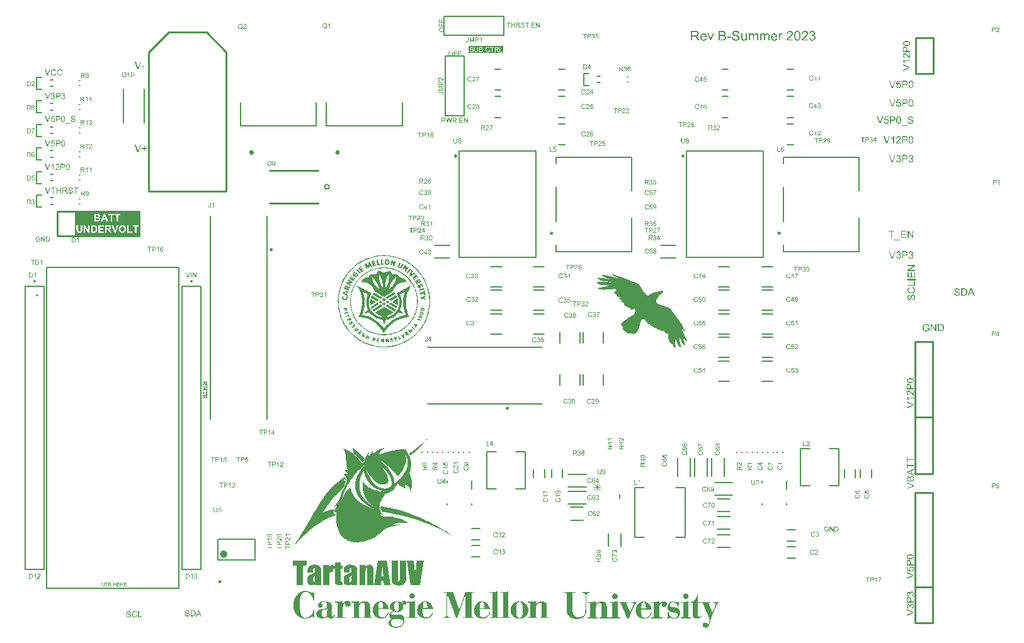
<source format=gbr>
%TF.GenerationSoftware,Altium Limited,Altium Designer,23.5.1 (21)*%
G04 Layer_Color=65535*
%FSLAX45Y45*%
%MOMM*%
%TF.SameCoordinates,1DABE7A7-8C02-4A6D-B465-D2BC1E63CDE6*%
%TF.FilePolarity,Positive*%
%TF.FileFunction,Legend,Top*%
%TF.Part,Single*%
G01*
G75*
%TA.AperFunction,NonConductor*%
%ADD60C,0.25400*%
%ADD110C,0.25000*%
%ADD111C,0.50000*%
%ADD112C,0.20000*%
%ADD113C,0.12700*%
%ADD114C,0.15000*%
%ADD115C,0.15240*%
%ADD116C,0.07620*%
G36*
X12841428Y5829865D02*
X12841663Y5829630D01*
X12842368Y5829395D01*
X12843777Y5828925D01*
X12845656Y5828455D01*
X12848241Y5827986D01*
X12851530Y5827751D01*
X12855524D01*
X12860223Y5827986D01*
X12861633D01*
X12862573Y5828220D01*
X12864922Y5827986D01*
X12867506D01*
X12870326Y5827281D01*
X12873145Y5826341D01*
X12875259Y5824931D01*
X12876199Y5823991D01*
X12876669Y5822817D01*
X12875729Y5818353D01*
X12741573D01*
X12740164Y5818588D01*
X12739929D01*
X12739224Y5819057D01*
X12738284Y5819762D01*
X12736874Y5820937D01*
X12736639Y5821407D01*
X12736405Y5821877D01*
Y5822582D01*
Y5823522D01*
Y5824696D01*
X12736874Y5826106D01*
X12737579Y5827986D01*
X12770002D01*
Y6158795D01*
X12737579D01*
X12736170Y6169133D01*
X12736405D01*
X12737109Y6169368D01*
X12738049D01*
X12739459Y6169603D01*
X12741338Y6169838D01*
X12743218Y6170073D01*
X12745568Y6170308D01*
X12748152Y6170543D01*
X12753556Y6171013D01*
X12759665Y6171247D01*
X12765773Y6171013D01*
X12771882Y6170543D01*
X12772587D01*
X12773527Y6170308D01*
X12774701D01*
X12776111Y6170073D01*
X12780105D01*
X12782220Y6169838D01*
X12787624D01*
X12793497Y6170073D01*
X12800311Y6170308D01*
X12807359Y6171013D01*
X12807594D01*
X12808299Y6171247D01*
X12809239D01*
X12810649Y6171482D01*
X12812292Y6171952D01*
X12814407Y6172422D01*
X12816522Y6172892D01*
X12819107Y6173597D01*
X12824277Y6175242D01*
X12830150Y6177591D01*
X12835788Y6180411D01*
X12841428Y6183935D01*
Y5829865D01*
D02*
G37*
G36*
X11693696Y6152217D02*
X11695106D01*
X11696986Y6151982D01*
X11699100Y6151747D01*
X11701685Y6151042D01*
X11704739Y6150337D01*
X11707793Y6149162D01*
X11711083Y6147752D01*
X11714372Y6145873D01*
X11717661Y6143523D01*
X11720716Y6140704D01*
X11723535Y6137415D01*
X11726120Y6133421D01*
X11727999Y6128722D01*
X11729644Y6123083D01*
X11730349Y6116974D01*
Y6116739D01*
Y6116504D01*
Y6115799D01*
Y6114859D01*
X11729879Y6112275D01*
X11729174Y6108986D01*
X11727764Y6105227D01*
X11725650Y6100997D01*
X11724240Y6098883D01*
X11722830Y6096533D01*
X11720951Y6094419D01*
X11718836Y6092069D01*
X11718601Y6091834D01*
X11718366Y6091599D01*
X11717661Y6090895D01*
X11716722Y6090190D01*
X11714372Y6088310D01*
X11711318Y6086196D01*
X11707324Y6084081D01*
X11703094Y6082436D01*
X11698395Y6081262D01*
X11695811Y6080792D01*
X11692522D01*
X11691817Y6081027D01*
X11690642D01*
X11689467Y6081262D01*
X11687823Y6081497D01*
X11684298Y6082436D01*
X11680304Y6083611D01*
X11676075Y6085491D01*
X11671611Y6088075D01*
X11667382Y6091599D01*
Y6091834D01*
X11666912Y6092069D01*
X11665737Y6093479D01*
X11664093Y6095829D01*
X11661978Y6098648D01*
X11660099Y6102407D01*
X11658454Y6106871D01*
X11657044Y6111570D01*
X11656809Y6114155D01*
X11656574Y6116974D01*
Y6117209D01*
Y6117679D01*
Y6118384D01*
X11656809Y6119558D01*
Y6120733D01*
X11657044Y6122378D01*
X11657749Y6125902D01*
X11658924Y6129896D01*
X11660803Y6134360D01*
X11663388Y6139059D01*
X11665033Y6141409D01*
X11666912Y6143523D01*
X11667147Y6143758D01*
X11667382Y6143993D01*
X11668087Y6144698D01*
X11668792Y6145403D01*
X11671141Y6147048D01*
X11674431Y6148927D01*
X11678190Y6150807D01*
X11682889Y6152217D01*
X11685238Y6152452D01*
X11688058Y6152686D01*
X11690877D01*
X11693696Y6152217D01*
D02*
G37*
G36*
X15375598Y6150102D02*
X15376773D01*
X15378416Y6149867D01*
X15381943Y6148927D01*
X15385936Y6147752D01*
X15390166Y6145873D01*
X15394394Y6143053D01*
X15396507Y6141409D01*
X15398624Y6139529D01*
X15398859D01*
X15399094Y6139059D01*
X15400269Y6137650D01*
X15402147Y6135300D01*
X15404027Y6132481D01*
X15405907Y6128722D01*
X15407787Y6124258D01*
X15408961Y6119324D01*
X15409431Y6116739D01*
Y6113920D01*
Y6113685D01*
Y6113450D01*
Y6112510D01*
Y6112275D01*
Y6111570D01*
Y6111335D01*
Y6110865D01*
Y6110160D01*
X15409196Y6109221D01*
X15408961Y6106401D01*
X15408257Y6103112D01*
X15406847Y6099118D01*
X15404967Y6095124D01*
X15402617Y6090895D01*
X15400974Y6088780D01*
X15399094Y6086900D01*
X15398624Y6086431D01*
X15397214Y6085256D01*
X15395099Y6083611D01*
X15392279Y6081967D01*
X15388754Y6080087D01*
X15384526Y6078442D01*
X15379826Y6077267D01*
X15377243Y6077033D01*
X15374658Y6076798D01*
X15370193D01*
X15369019Y6077033D01*
X15367845D01*
X15366435Y6077267D01*
X15362910Y6078207D01*
X15358916Y6079382D01*
X15354688Y6081262D01*
X15350458Y6083846D01*
X15348344Y6085256D01*
X15346465Y6087135D01*
Y6087370D01*
X15345995Y6087605D01*
X15344820Y6089015D01*
X15343175Y6091364D01*
X15341530Y6094184D01*
X15339651Y6097943D01*
X15338007Y6102407D01*
X15336832Y6107106D01*
X15336597Y6109691D01*
X15336362Y6112510D01*
Y6112745D01*
Y6113450D01*
Y6113685D01*
Y6114155D01*
Y6114859D01*
X15336127Y6115799D01*
X15336362Y6118619D01*
X15336597Y6122143D01*
X15337537Y6125902D01*
X15339182Y6130366D01*
X15340355Y6132481D01*
X15341530Y6134830D01*
X15343175Y6136945D01*
X15345055Y6139059D01*
X15345290Y6139294D01*
X15345525Y6139529D01*
X15346230Y6139999D01*
X15346935Y6140939D01*
X15349518Y6142584D01*
X15352573Y6144698D01*
X15356567Y6146813D01*
X15361266Y6148692D01*
X15366670Y6149867D01*
X15369489Y6150102D01*
X15372543Y6150337D01*
X15374423D01*
X15375598Y6150102D01*
D02*
G37*
G36*
X14421231Y6149397D02*
X14422641Y6149162D01*
X14424284Y6148927D01*
X14428046Y6148222D01*
X14432509Y6146813D01*
X14436974Y6145168D01*
X14441437Y6142584D01*
X14445432Y6139294D01*
X14445667D01*
X14445901Y6138824D01*
X14447075Y6137415D01*
X14448720Y6135300D01*
X14450600Y6132246D01*
X14452480Y6128252D01*
X14453889Y6123553D01*
X14455064Y6118149D01*
X14455299Y6115329D01*
Y6112040D01*
Y6111570D01*
Y6111335D01*
Y6110865D01*
Y6110160D01*
X14455064Y6109221D01*
X14454829Y6106401D01*
X14454124Y6103112D01*
X14452715Y6099118D01*
X14450835Y6095124D01*
X14448485Y6090895D01*
X14446841Y6088780D01*
X14444962Y6086900D01*
X14444492Y6086431D01*
X14443082Y6085256D01*
X14440967Y6083611D01*
X14438147Y6081967D01*
X14434624Y6080087D01*
X14430394Y6078442D01*
X14425694Y6077267D01*
X14423111Y6077033D01*
X14420526Y6076798D01*
X14418411D01*
X14416531Y6077033D01*
X14414183Y6077267D01*
X14411598Y6077737D01*
X14408543Y6078677D01*
X14405254Y6079617D01*
X14401965Y6081262D01*
X14398441Y6083141D01*
X14395152Y6085491D01*
X14392097Y6088545D01*
X14389043Y6092069D01*
X14386693Y6096298D01*
X14384579Y6101232D01*
X14382935Y6106871D01*
X14382230Y6113450D01*
Y6113685D01*
Y6114155D01*
Y6114859D01*
Y6115799D01*
X14382465Y6118384D01*
X14383170Y6121908D01*
X14384579Y6125902D01*
X14386458Y6130131D01*
X14387633Y6132246D01*
X14389278Y6134595D01*
X14390923Y6136945D01*
X14393037Y6139059D01*
X14393272Y6139294D01*
X14393507Y6139529D01*
X14394212Y6140234D01*
X14395152Y6140939D01*
X14397501Y6142819D01*
X14400790Y6144698D01*
X14404550Y6146813D01*
X14408778Y6148457D01*
X14413478Y6149632D01*
X14420056D01*
X14421231Y6149397D01*
D02*
G37*
G36*
X10260501Y6183935D02*
X10267080Y6183465D01*
X10274129Y6182760D01*
X10281412Y6181585D01*
X10289165Y6180176D01*
X10297154Y6178296D01*
X10305142Y6175712D01*
X10313365Y6172657D01*
X10313835Y6172422D01*
X10315010Y6171952D01*
X10317124Y6171013D01*
X10319944Y6169838D01*
X10323703Y6168428D01*
X10328402Y6166548D01*
X10331221Y6165609D01*
X10334041Y6164434D01*
X10337330Y6163259D01*
X10340619Y6162084D01*
X10340854D01*
X10341559Y6161849D01*
X10342499Y6161615D01*
X10343909Y6161145D01*
X10345788Y6160910D01*
X10347668Y6160675D01*
X10352132Y6160440D01*
X10354481Y6160675D01*
X10356831Y6161145D01*
X10359180Y6161849D01*
X10361530Y6162789D01*
X10363644Y6164199D01*
X10365759Y6166079D01*
X10367404Y6168193D01*
X10369048Y6171013D01*
Y6171247D01*
X10369518Y6171717D01*
X10369988Y6172422D01*
X10370693Y6172892D01*
X10370928Y6173127D01*
X10371633Y6173362D01*
X10372573Y6173832D01*
X10373982Y6174302D01*
X10374452Y6174537D01*
X10375392Y6174772D01*
X10376567Y6175007D01*
X10377976Y6175477D01*
Y6055417D01*
X10375392Y6053303D01*
X10375157Y6053538D01*
X10374687Y6054007D01*
X10373512Y6054947D01*
X10372103Y6056122D01*
X10371868Y6056357D01*
X10370928Y6057062D01*
X10369753Y6058002D01*
X10368578Y6059176D01*
X10368344Y6059411D01*
X10367874Y6060116D01*
X10367404Y6061056D01*
X10366934Y6062231D01*
Y6062466D01*
X10366699Y6063170D01*
X10366464Y6064580D01*
X10365994Y6066225D01*
X10365289Y6068339D01*
X10364584Y6070689D01*
X10363644Y6073743D01*
X10362470Y6076798D01*
X10361295Y6080322D01*
X10359650Y6084081D01*
X10358006Y6088075D01*
X10356126Y6092539D01*
X10354012Y6097003D01*
X10351662Y6101702D01*
X10349078Y6106401D01*
X10346258Y6111335D01*
X10346023Y6111570D01*
X10345553Y6112510D01*
X10344614Y6113920D01*
X10343674Y6115799D01*
X10342029Y6117914D01*
X10340384Y6120498D01*
X10338505Y6123318D01*
X10336390Y6126372D01*
X10331456Y6133186D01*
X10325818Y6139999D01*
X10319709Y6146578D01*
X10316654Y6149867D01*
X10313365Y6152686D01*
X10313130Y6152921D01*
X10312190Y6153626D01*
X10311016Y6154566D01*
X10309136Y6155976D01*
X10306787Y6157620D01*
X10304202Y6159500D01*
X10301148Y6161380D01*
X10297624Y6163494D01*
X10294099Y6165374D01*
X10289870Y6167253D01*
X10285641Y6169133D01*
X10281177Y6170778D01*
X10276478Y6172187D01*
X10271544Y6173362D01*
X10266610Y6174067D01*
X10261441Y6174302D01*
X10260266D01*
X10258857Y6174067D01*
X10256742D01*
X10254393Y6173597D01*
X10251573Y6173127D01*
X10248519Y6172422D01*
X10245230Y6171482D01*
X10241470Y6170308D01*
X10237711Y6168898D01*
X10233717Y6167018D01*
X10229723Y6164904D01*
X10225494Y6162319D01*
X10221500Y6159265D01*
X10217506Y6155741D01*
X10213511Y6151747D01*
X10213276Y6151512D01*
X10212807Y6150807D01*
X10212102Y6149632D01*
X10210927Y6147987D01*
X10209517Y6146108D01*
X10208108Y6143523D01*
X10206228Y6140469D01*
X10204348Y6136945D01*
X10202469Y6132951D01*
X10200354Y6128487D01*
X10198240Y6123318D01*
X10196360Y6117914D01*
X10194246Y6111805D01*
X10192131Y6105227D01*
X10190251Y6098178D01*
X10188607Y6090660D01*
Y6090425D01*
Y6090190D01*
X10188372Y6089485D01*
X10188137Y6088545D01*
X10187902Y6086196D01*
X10187197Y6082906D01*
X10186727Y6078912D01*
X10186022Y6073978D01*
X10185083Y6068574D01*
X10184378Y6062466D01*
X10183673Y6055652D01*
X10182733Y6048604D01*
X10182028Y6041085D01*
X10181558Y6033332D01*
X10180853Y6025109D01*
X10180618Y6016885D01*
X10180149Y5999734D01*
Y5999499D01*
Y5998794D01*
Y5997854D01*
Y5996445D01*
Y5994800D01*
Y5992685D01*
X10180383Y5990336D01*
Y5987752D01*
X10180618Y5981878D01*
X10180853Y5975534D01*
X10181323Y5968486D01*
X10181793Y5961437D01*
Y5961202D01*
Y5960967D01*
Y5960262D01*
X10182028Y5959558D01*
Y5957208D01*
X10182498Y5953919D01*
X10182733Y5949925D01*
X10183203Y5945461D01*
X10183908Y5940292D01*
X10184613Y5934418D01*
X10185552Y5928074D01*
X10186492Y5921496D01*
X10187667Y5914447D01*
X10188842Y5906929D01*
X10191896Y5891657D01*
X10195655Y5876150D01*
Y5875915D01*
X10195890Y5874976D01*
X10196360Y5873801D01*
X10196830Y5871921D01*
X10197535Y5869807D01*
X10198475Y5867457D01*
X10199649Y5864638D01*
X10200824Y5861818D01*
X10203879Y5855475D01*
X10207873Y5848896D01*
X10212572Y5842787D01*
X10215391Y5839733D01*
X10218210Y5837149D01*
X10218445Y5836914D01*
X10218915Y5836679D01*
X10219855Y5835974D01*
X10221030Y5835034D01*
X10222674Y5834094D01*
X10224319Y5832919D01*
X10226434Y5831510D01*
X10228783Y5830335D01*
X10234187Y5827751D01*
X10240296Y5825401D01*
X10246874Y5823756D01*
X10250399Y5823287D01*
X10254158Y5823052D01*
X10256272D01*
X10257682Y5823287D01*
X10259562D01*
X10261676Y5823522D01*
X10264261Y5823756D01*
X10267080Y5824226D01*
X10270134Y5824696D01*
X10273424Y5825166D01*
X10280707Y5826811D01*
X10288460Y5829395D01*
X10296919Y5832450D01*
X10297154D01*
X10297624Y5832685D01*
X10298328Y5833154D01*
X10299503Y5833624D01*
X10300678Y5834564D01*
X10302323Y5835269D01*
X10306082Y5837618D01*
X10310546Y5840673D01*
X10315715Y5844667D01*
X10321119Y5849366D01*
X10327227Y5854770D01*
X10333101Y5861113D01*
X10339210Y5868162D01*
X10342264Y5872156D01*
X10345318Y5876385D01*
X10348138Y5880849D01*
X10350957Y5885313D01*
X10353777Y5890247D01*
X10356361Y5895416D01*
X10358945Y5900820D01*
X10361295Y5906459D01*
X10363410Y5912333D01*
X10365289Y5918441D01*
X10367169Y5925020D01*
X10368578Y5931598D01*
Y5932068D01*
X10368813Y5933008D01*
X10369048Y5934653D01*
X10369518Y5936532D01*
X10369988Y5938412D01*
X10370458Y5940057D01*
X10370928Y5941701D01*
X10371633Y5942641D01*
X10372103Y5942876D01*
X10372573Y5943346D01*
X10373277Y5943581D01*
X10374452Y5944051D01*
X10375862Y5944286D01*
X10377741Y5944521D01*
X10379856D01*
Y5816943D01*
X10379621Y5817178D01*
X10378916Y5817648D01*
X10377741Y5818588D01*
X10376332Y5819997D01*
X10374452Y5821407D01*
X10372573Y5823287D01*
X10368578Y5827516D01*
Y5827751D01*
X10368344Y5827986D01*
X10367404Y5829160D01*
X10366229Y5831040D01*
X10364584Y5833154D01*
X10362940Y5835269D01*
X10361060Y5837149D01*
X10358945Y5838793D01*
X10357066Y5839733D01*
X10356831D01*
X10356126Y5839968D01*
X10354951D01*
X10353072Y5839733D01*
X10350722Y5839263D01*
X10347903Y5838558D01*
X10344379Y5837149D01*
X10340149Y5835269D01*
X10339915D01*
X10339445Y5834799D01*
X10338505Y5834329D01*
X10337095Y5833624D01*
X10335685Y5832919D01*
X10333571Y5831980D01*
X10331456Y5830805D01*
X10328872Y5829630D01*
X10325818Y5828455D01*
X10322763Y5827281D01*
X10319239Y5825871D01*
X10315480Y5824461D01*
X10311721Y5823052D01*
X10307491Y5821642D01*
X10298328Y5819057D01*
X10298093D01*
X10297154Y5818823D01*
X10295979Y5818353D01*
X10294099Y5818118D01*
X10291985Y5817648D01*
X10289400Y5816943D01*
X10286581Y5816473D01*
X10283292Y5815768D01*
X10276478Y5814593D01*
X10268960Y5813419D01*
X10261206Y5812714D01*
X10253688Y5812479D01*
X10241001D01*
X10240061Y5812714D01*
X10238651D01*
X10236771Y5812949D01*
X10234422Y5813419D01*
X10231368Y5813889D01*
X10228313Y5814593D01*
X10224554Y5815533D01*
X10220560Y5816473D01*
X10216331Y5817648D01*
X10211632Y5819057D01*
X10206698Y5820702D01*
X10201764Y5822582D01*
X10196360Y5824696D01*
X10190956Y5827046D01*
X10185317Y5829865D01*
X10185083Y5830100D01*
X10183908Y5830570D01*
X10182498Y5831510D01*
X10180383Y5832685D01*
X10177799Y5834094D01*
X10174980Y5835739D01*
X10171925Y5837853D01*
X10168401Y5840203D01*
X10164642Y5842552D01*
X10160883Y5845372D01*
X10153129Y5851481D01*
X10145846Y5858294D01*
X10142322Y5861818D01*
X10139032Y5865578D01*
X10138797Y5865812D01*
X10138327Y5866517D01*
X10137623Y5867457D01*
X10136448Y5868867D01*
X10135038Y5870746D01*
X10133393Y5872861D01*
X10131749Y5875210D01*
X10129634Y5878265D01*
X10127520Y5881554D01*
X10125405Y5885078D01*
X10123056Y5888838D01*
X10120706Y5893067D01*
X10118122Y5897766D01*
X10115772Y5902465D01*
X10113188Y5907634D01*
X10110838Y5913037D01*
X10110603Y5913272D01*
X10110368Y5914447D01*
X10109664Y5915857D01*
X10108959Y5917971D01*
X10107784Y5920556D01*
X10106844Y5923610D01*
X10105669Y5927134D01*
X10104260Y5930894D01*
X10103085Y5934888D01*
X10101675Y5939117D01*
X10099326Y5948045D01*
X10097211Y5957208D01*
X10095801Y5966371D01*
Y5966606D01*
Y5967076D01*
X10095567Y5967781D01*
Y5968721D01*
Y5969895D01*
X10095332Y5971305D01*
X10095097Y5974829D01*
X10094862Y5979058D01*
X10094627Y5983522D01*
X10094392Y5988456D01*
Y5993390D01*
Y5993625D01*
Y5994095D01*
Y5995035D01*
Y5996445D01*
X10094627Y5998089D01*
Y5999969D01*
X10094862Y6002083D01*
Y6004668D01*
X10095097Y6007487D01*
X10095567Y6010542D01*
X10095801Y6013831D01*
X10096271Y6017355D01*
X10097446Y6024874D01*
X10098856Y6033332D01*
Y6033567D01*
X10099091Y6034272D01*
X10099326Y6035681D01*
X10099561Y6037326D01*
X10100031Y6039206D01*
X10100500Y6041555D01*
X10101205Y6044140D01*
X10101910Y6047194D01*
X10103555Y6053303D01*
X10105199Y6059881D01*
X10107314Y6066460D01*
X10109664Y6072803D01*
Y6073038D01*
X10109898Y6073508D01*
X10110368Y6074448D01*
X10110838Y6075623D01*
X10111543Y6077267D01*
X10112483Y6079147D01*
X10113423Y6081262D01*
X10114598Y6083611D01*
X10116007Y6086196D01*
X10117417Y6089015D01*
X10120941Y6095124D01*
X10124935Y6102172D01*
X10129634Y6109456D01*
X10129869Y6109691D01*
X10130339Y6110395D01*
X10131044Y6111335D01*
X10131984Y6112745D01*
X10133159Y6114625D01*
X10134568Y6116504D01*
X10137858Y6121203D01*
X10141852Y6126372D01*
X10146081Y6132011D01*
X10150780Y6137415D01*
X10155479Y6142349D01*
X10155949Y6142819D01*
X10156888Y6143758D01*
X10158768Y6145403D01*
X10161118Y6147283D01*
X10164407Y6149867D01*
X10167931Y6152686D01*
X10172160Y6155741D01*
X10176859Y6159030D01*
X10182028Y6162319D01*
X10187667Y6165844D01*
X10193776Y6169133D01*
X10200119Y6172187D01*
X10206698Y6175242D01*
X10213746Y6177826D01*
X10221030Y6180176D01*
X10228548Y6182055D01*
X10229018D01*
X10230428Y6182290D01*
X10232542Y6182760D01*
X10235597Y6182995D01*
X10239356Y6183465D01*
X10243820Y6183700D01*
X10248754Y6183935D01*
X10254393Y6184170D01*
X10260501Y6183935D01*
D02*
G37*
G36*
X10974984Y6006782D02*
X10975219Y6007017D01*
X10975689Y6007487D01*
X10976394Y6008192D01*
X10977334Y6009132D01*
X10980153Y6011716D01*
X10983443Y6014771D01*
X10987202Y6018295D01*
X10991196Y6022054D01*
X10995190Y6025813D01*
X10998714Y6029103D01*
X10998949Y6029338D01*
X10999654Y6029808D01*
X11000594Y6030512D01*
X11002239Y6031687D01*
X11004118Y6032862D01*
X11006468Y6034272D01*
X11009287Y6035681D01*
X11012341Y6037091D01*
X11015866Y6038736D01*
X11019860Y6040380D01*
X11024089Y6041790D01*
X11028788Y6043200D01*
X11033957Y6044374D01*
X11039361Y6045314D01*
X11045000Y6046019D01*
X11051108Y6046489D01*
X11059566D01*
X11062621Y6046254D01*
X11066380Y6046019D01*
X11070374Y6045784D01*
X11078597Y6044374D01*
X11083061Y6043435D01*
X11087291Y6042260D01*
X11091755Y6040850D01*
X11095749Y6038971D01*
X11099743Y6036856D01*
X11103502Y6034507D01*
X11103972Y6034272D01*
X11104912Y6033097D01*
X11106556Y6031687D01*
X11108671Y6029338D01*
X11111255Y6026518D01*
X11113605Y6023229D01*
X11116189Y6019000D01*
X11118774Y6014536D01*
Y6014301D01*
X11119009Y6014066D01*
X11119479Y6013361D01*
X11119714Y6012421D01*
X11120888Y6009837D01*
X11122063Y6006782D01*
X11123238Y6003023D01*
X11124413Y5999029D01*
X11125117Y5994800D01*
X11125352Y5990336D01*
Y5990101D01*
Y5989161D01*
X11125587Y5987517D01*
Y5985402D01*
X11125822Y5982348D01*
Y5978589D01*
X11126057Y5974124D01*
X11126292Y5968956D01*
X11126527Y5962847D01*
X11126762Y5955798D01*
Y5952039D01*
X11126997Y5947810D01*
Y5943581D01*
X11127232Y5939117D01*
Y5934183D01*
X11127467Y5929249D01*
Y5923845D01*
Y5918441D01*
X11127702Y5912568D01*
Y5906459D01*
X11127937Y5900115D01*
Y5893537D01*
Y5831980D01*
X11159185D01*
X11160125Y5820467D01*
X11028083D01*
Y5831980D01*
X11056277D01*
Y5832215D01*
Y5832919D01*
Y5834094D01*
X11056512Y5835504D01*
Y5835974D01*
X11056747Y5836914D01*
X11056982Y5838088D01*
Y5839263D01*
Y5839498D01*
Y5840203D01*
Y5841143D01*
Y5842318D01*
Y5986812D01*
Y5987047D01*
Y5987517D01*
Y5988221D01*
Y5989396D01*
Y5989631D01*
Y5990101D01*
Y5990806D01*
Y5991746D01*
X11056747Y5994330D01*
X11056277Y5997619D01*
X11055337Y6001379D01*
X11054163Y6005373D01*
X11052518Y6009837D01*
X11050403Y6014066D01*
Y6014301D01*
X11049933Y6014771D01*
X11049464Y6015476D01*
X11048759Y6016180D01*
X11046879Y6018530D01*
X11044295Y6021114D01*
X11041005Y6023699D01*
X11037481Y6026048D01*
X11035601Y6026753D01*
X11033487Y6027458D01*
X11031372Y6027928D01*
X11029258Y6028163D01*
X11028083D01*
X11027143Y6027928D01*
X11024794Y6027458D01*
X11021739Y6026753D01*
X11017745Y6025344D01*
X11013516Y6023229D01*
X11010932Y6022054D01*
X11008582Y6020410D01*
X11005763Y6018765D01*
X11003178Y6016650D01*
X11002943D01*
X11002708Y6016180D01*
X11001299Y6015006D01*
X10999184Y6012891D01*
X10996600Y6009837D01*
X10993310Y6006078D01*
X10990021Y6001614D01*
X10986732Y5996445D01*
X10983443Y5990336D01*
Y5990101D01*
X10982973Y5989631D01*
X10982738Y5988691D01*
X10982033Y5987517D01*
X10981563Y5985872D01*
X10980858Y5984227D01*
X10979213Y5979998D01*
X10977569Y5975064D01*
X10976394Y5969895D01*
X10975454Y5964257D01*
X10974984Y5958618D01*
Y5958383D01*
Y5957678D01*
Y5956738D01*
Y5955563D01*
Y5832450D01*
X11004118D01*
X11004823Y5820937D01*
X10873016D01*
X10872076Y5830805D01*
X10906849D01*
Y5930189D01*
Y6029103D01*
X10873016D01*
Y6041085D01*
X10873956D01*
X10874896Y6041320D01*
X10876305D01*
X10877950Y6041555D01*
X10879830D01*
X10881944Y6041790D01*
X10884529D01*
X10889698Y6042025D01*
X10901445D01*
X10907319Y6041555D01*
X10908963D01*
X10910138Y6041320D01*
X10928229D01*
X10934808Y6041790D01*
X10941621Y6042260D01*
X10942561D01*
X10943501Y6042495D01*
X10944911Y6042730D01*
X10946321Y6042965D01*
X10948435Y6043435D01*
X10950550Y6043670D01*
X10952899Y6044374D01*
X10958068Y6045549D01*
X10963707Y6047194D01*
X10969346Y6049308D01*
X10974984Y6051893D01*
Y6006782D01*
D02*
G37*
G36*
X10759770Y6013126D02*
X10760240Y6013596D01*
X10761415Y6014536D01*
X10763294Y6016415D01*
X10765879Y6019000D01*
X10769168Y6022054D01*
X10773162Y6025813D01*
X10777626Y6030277D01*
X10782795Y6035446D01*
X10783030Y6035681D01*
X10783265Y6035916D01*
X10784675Y6037326D01*
X10787024Y6038971D01*
X10790079Y6041320D01*
X10793838Y6043435D01*
X10798302Y6045549D01*
X10803471Y6047429D01*
X10809110Y6048604D01*
X10809815D01*
X10810754Y6048839D01*
X10811929D01*
X10813339Y6049074D01*
X10814983Y6049308D01*
X10818978Y6049543D01*
X10828611D01*
X10833779Y6049074D01*
X10838948Y6048369D01*
X10839418D01*
X10840593Y6048134D01*
X10842473Y6047664D01*
X10844822Y6046959D01*
X10847407Y6045784D01*
X10850461Y6043905D01*
X10853280Y6041555D01*
X10856100Y6038501D01*
X10856335Y6038031D01*
X10857274Y6036856D01*
X10858449Y6034977D01*
X10859859Y6032392D01*
X10861269Y6029338D01*
X10862443Y6025813D01*
X10863383Y6022054D01*
X10863618Y6018060D01*
Y6017825D01*
Y6016885D01*
Y6015711D01*
Y6014301D01*
Y6012421D01*
Y6010307D01*
X10863853Y6006078D01*
Y6005843D01*
Y6005138D01*
Y6003963D01*
X10863618Y6002553D01*
X10863383Y6000909D01*
X10863148Y5999029D01*
X10862443Y5996915D01*
X10861738Y5994800D01*
Y5994565D01*
X10861269Y5993860D01*
X10860799Y5992685D01*
X10860094Y5991276D01*
X10859154Y5989631D01*
X10857979Y5987987D01*
X10856335Y5986107D01*
X10854690Y5984462D01*
X10854455Y5984227D01*
X10853750Y5983757D01*
X10852810Y5982818D01*
X10851166Y5981878D01*
X10849286Y5980468D01*
X10847172Y5979293D01*
X10844587Y5977884D01*
X10841768Y5976474D01*
X10841533Y5976239D01*
X10840358Y5976004D01*
X10838948Y5975299D01*
X10837069Y5974829D01*
X10834719Y5974124D01*
X10832370Y5973420D01*
X10829785Y5973185D01*
X10827436Y5972950D01*
X10825321D01*
X10823677Y5973185D01*
X10822032Y5973420D01*
X10819917Y5973655D01*
X10815453Y5974829D01*
X10814983Y5975064D01*
X10813809Y5975299D01*
X10811929Y5976004D01*
X10809580Y5977179D01*
X10806995Y5978823D01*
X10804176Y5980703D01*
X10801356Y5983053D01*
X10798537Y5986107D01*
X10798302Y5986577D01*
X10797362Y5987517D01*
X10796422Y5989396D01*
X10795013Y5991746D01*
X10793838Y5994565D01*
X10792663Y5997619D01*
X10791723Y6001144D01*
X10791253Y6004668D01*
Y6004903D01*
Y6005138D01*
Y6005843D01*
Y6006782D01*
X10791488Y6009367D01*
X10791723Y6012656D01*
X10792193Y6016650D01*
X10792898Y6020879D01*
X10793838Y6025344D01*
X10795013Y6030043D01*
X10794778D01*
X10794543Y6029808D01*
X10793133Y6028868D01*
X10790784Y6027458D01*
X10787964Y6025578D01*
X10784675Y6022759D01*
X10781151Y6019470D01*
X10777626Y6015711D01*
X10774102Y6011012D01*
Y6010777D01*
X10773632Y6010542D01*
X10773162Y6009837D01*
X10772692Y6008662D01*
X10771048Y6006078D01*
X10769403Y6002788D01*
X10767524Y5998794D01*
X10765644Y5994565D01*
X10764234Y5989866D01*
X10763294Y5984932D01*
Y5984697D01*
X10763059Y5983757D01*
Y5982113D01*
X10762825Y5979998D01*
X10762590Y5977414D01*
X10762355Y5974359D01*
X10762120Y5970835D01*
X10761885Y5966841D01*
X10761415Y5962612D01*
X10761180Y5957913D01*
X10760945Y5953214D01*
X10760710Y5948280D01*
X10760475Y5937707D01*
X10760240Y5926665D01*
Y5926430D01*
Y5926195D01*
Y5925490D01*
Y5924550D01*
Y5922435D01*
Y5919851D01*
Y5832450D01*
X10804176D01*
X10805116Y5820937D01*
X10655452D01*
X10654982Y5831980D01*
X10688815D01*
Y6029103D01*
X10656157D01*
X10654513Y6040380D01*
X10655452D01*
X10656392Y6040615D01*
X10657802Y6040850D01*
X10659681D01*
X10661561Y6041085D01*
X10663911Y6041320D01*
X10666495Y6041555D01*
X10671899Y6041790D01*
X10684116D01*
X10690225Y6041320D01*
X10691870D01*
X10693044Y6041085D01*
X10696334D01*
X10698448Y6040850D01*
X10705967D01*
X10711840Y6041085D01*
X10718419Y6041555D01*
X10725468Y6042260D01*
X10725702D01*
X10726407Y6042495D01*
X10727347D01*
X10728757Y6042730D01*
X10730401Y6043200D01*
X10732516Y6043670D01*
X10734631Y6044140D01*
X10736980Y6044609D01*
X10742384Y6046254D01*
X10748258Y6048134D01*
X10754131Y6050718D01*
X10759770Y6053773D01*
Y6013126D01*
D02*
G37*
G36*
X13355028Y6001849D02*
X13355263Y6002083D01*
X13355498Y6002553D01*
X13356203Y6003493D01*
X13357143Y6004903D01*
X13358318Y6006313D01*
X13359962Y6008192D01*
X13361606Y6010072D01*
X13363721Y6012421D01*
X13366071Y6014771D01*
X13368655Y6017120D01*
X13371474Y6019705D01*
X13374529Y6022289D01*
X13378053Y6024639D01*
X13381577Y6027223D01*
X13385571Y6029808D01*
X13389801Y6032157D01*
X13390034Y6032392D01*
X13390739Y6032627D01*
X13392149Y6033332D01*
X13393794Y6034037D01*
X13395909Y6035211D01*
X13398259Y6036151D01*
X13401077Y6037326D01*
X13404132Y6038501D01*
X13407422Y6039675D01*
X13410947Y6040850D01*
X13418465Y6042965D01*
X13426453Y6044374D01*
X13430447Y6044609D01*
X13434441Y6044844D01*
X13437260D01*
X13440080Y6044609D01*
X13443369Y6044374D01*
X13444778D01*
X13445953Y6044140D01*
X13447363Y6043905D01*
X13449008Y6043670D01*
X13452766Y6042965D01*
X13457466Y6042025D01*
X13462399Y6040380D01*
X13468039Y6038266D01*
X13473679Y6035681D01*
X13479317Y6032157D01*
X13484720Y6027928D01*
X13490125Y6022994D01*
X13492474Y6020175D01*
X13494823Y6017120D01*
X13496938Y6013596D01*
X13498817Y6010072D01*
X13500462Y6006078D01*
X13501872Y6002083D01*
X13503046Y5997619D01*
X13503986Y5992920D01*
X13504691Y5987752D01*
X13504926Y5982348D01*
Y5829395D01*
X13505161D01*
X13505865Y5829160D01*
X13507275D01*
X13508685Y5828925D01*
X13510800Y5828690D01*
X13512914Y5828455D01*
X13518083Y5827751D01*
X13523721Y5827046D01*
X13529361Y5826341D01*
X13534766Y5825636D01*
X13537114Y5825166D01*
X13539229Y5824931D01*
Y5824696D01*
X13539464Y5823991D01*
X13539699Y5823052D01*
Y5821877D01*
Y5821642D01*
Y5820937D01*
X13539464Y5819997D01*
X13539229Y5819057D01*
X13408127D01*
Y5819292D01*
X13408362Y5819997D01*
Y5820937D01*
X13408830Y5822112D01*
X13409772Y5824461D01*
X13410712Y5825401D01*
X13411652Y5826106D01*
X13411887D01*
X13412357Y5826341D01*
X13413530Y5826576D01*
X13415645Y5827046D01*
X13416820D01*
X13418465Y5827281D01*
X13420345Y5827516D01*
X13422459Y5827751D01*
X13424808Y5827986D01*
X13427393D01*
X13430447Y5828220D01*
X13433971Y5828455D01*
Y5828925D01*
Y5830100D01*
X13434206Y5831510D01*
Y5833389D01*
Y5835269D01*
X13434441Y5836914D01*
Y5838323D01*
Y5838793D01*
Y5992685D01*
Y5992920D01*
Y5993390D01*
Y5994095D01*
Y5995035D01*
X13434206Y5997619D01*
X13433736Y6000909D01*
X13433266Y6004433D01*
X13432326Y6007957D01*
X13431152Y6011247D01*
X13429507Y6014301D01*
X13429272Y6014536D01*
X13428568Y6015476D01*
X13427393Y6016650D01*
X13425513Y6018295D01*
X13423163Y6019705D01*
X13420110Y6021349D01*
X13416350Y6022759D01*
X13412122Y6023699D01*
X13411887D01*
X13410947Y6023934D01*
X13409537Y6024169D01*
X13406012D01*
X13403664Y6023699D01*
X13400607Y6023229D01*
X13397084Y6022289D01*
X13393324Y6021114D01*
X13389331Y6019235D01*
X13385336Y6016650D01*
X13385101D01*
X13384866Y6016180D01*
X13384161Y6015711D01*
X13383221Y6015006D01*
X13380872Y6013126D01*
X13378053Y6010307D01*
X13374763Y6006782D01*
X13371239Y6002553D01*
X13367715Y5997384D01*
X13364191Y5991511D01*
Y5991276D01*
X13363721Y5990806D01*
X13363486Y5989866D01*
X13362781Y5988691D01*
X13362076Y5987282D01*
X13361372Y5985402D01*
X13359727Y5981173D01*
X13358083Y5976474D01*
X13356673Y5971070D01*
X13355498Y5965431D01*
X13355028Y5959558D01*
Y5840203D01*
Y5830335D01*
X13355263D01*
X13355733Y5830100D01*
X13356673Y5829630D01*
X13358083Y5829395D01*
X13359962Y5828925D01*
X13362781Y5828690D01*
X13366071Y5828455D01*
X13370065Y5828220D01*
X13370535D01*
X13371944Y5827986D01*
X13374294Y5827751D01*
X13376878Y5827046D01*
X13379698Y5825871D01*
X13382516Y5824226D01*
X13385101Y5822112D01*
X13387216Y5819057D01*
X13256584D01*
X13255644Y5819292D01*
X13254704Y5819762D01*
X13254469Y5819997D01*
X13253764Y5820232D01*
X13252824Y5820937D01*
X13251414Y5821877D01*
X13251180Y5822112D01*
X13250475Y5822817D01*
X13249535Y5823522D01*
X13248830Y5823991D01*
X13250710Y5827986D01*
X13283603D01*
Y6028163D01*
X13250710D01*
X13249770Y6038971D01*
X13250710D01*
X13251649Y6039206D01*
X13253059Y6039441D01*
X13254704D01*
X13256584Y6039675D01*
X13258932Y6039910D01*
X13261282Y6040145D01*
X13266687Y6040380D01*
X13278670D01*
X13284543Y6039910D01*
X13286188D01*
X13287363Y6039675D01*
X13290652D01*
X13292531Y6039441D01*
X13306158D01*
X13312737Y6039910D01*
X13319785Y6040380D01*
X13320724D01*
X13321664Y6040615D01*
X13323074Y6040850D01*
X13324954Y6041085D01*
X13326834Y6041555D01*
X13329182Y6042025D01*
X13331532Y6042495D01*
X13337172Y6043905D01*
X13343045Y6045784D01*
X13349155Y6048134D01*
X13355028Y6050953D01*
Y6001849D01*
D02*
G37*
G36*
X15406377Y5827516D02*
X15441148D01*
Y5815533D01*
X15302058D01*
Y5826811D01*
X15335422D01*
Y6024639D01*
X15302528D01*
X15301588Y6037091D01*
X15311456D01*
X15314981Y6036856D01*
X15325319D01*
X15328374Y6036621D01*
X15344115D01*
X15346700Y6036856D01*
X15349518D01*
X15355157Y6037091D01*
X15356567D01*
X15357977Y6037326D01*
X15360091Y6037561D01*
X15362440Y6037796D01*
X15365025Y6038031D01*
X15368079Y6038266D01*
X15371133Y6038736D01*
X15371603D01*
X15372543Y6038971D01*
X15374423Y6039206D01*
X15376773Y6039675D01*
X15379591Y6039910D01*
X15382646Y6040615D01*
X15386406Y6041085D01*
X15390166Y6041790D01*
X15390636D01*
X15392044Y6042260D01*
X15393924Y6042495D01*
X15396272Y6042965D01*
X15398859Y6043435D01*
X15401677Y6043905D01*
X15404027Y6044374D01*
X15406377Y6044844D01*
Y5827516D01*
D02*
G37*
G36*
X15014481Y6006782D02*
X15014716Y6007017D01*
X15015186Y6007722D01*
X15016124Y6008662D01*
X15017064Y6009837D01*
X15019649Y6012891D01*
X15022704Y6016415D01*
X15025757Y6020175D01*
X15028577Y6023229D01*
X15029752Y6024639D01*
X15030457Y6025578D01*
X15031161Y6026283D01*
X15031396Y6026518D01*
X15031631Y6026753D01*
X15032101Y6027223D01*
X15032806Y6027693D01*
X15033981Y6028633D01*
X15035155Y6029808D01*
X15036800Y6030982D01*
X15038680Y6032392D01*
X15040794Y6033802D01*
X15045728Y6036621D01*
X15051602Y6039675D01*
X15057945Y6042260D01*
X15065228Y6044140D01*
X15065463D01*
X15066170Y6044374D01*
X15067110D01*
X15068518Y6044609D01*
X15070398Y6044844D01*
X15072511Y6045079D01*
X15074628Y6045314D01*
X15082616D01*
X15088724Y6044609D01*
X15094598Y6043200D01*
X15097652Y6042260D01*
X15100471Y6041085D01*
X15100706Y6040850D01*
X15101881Y6040145D01*
X15103291Y6039206D01*
X15105170Y6037561D01*
X15107285Y6035681D01*
X15109399Y6033097D01*
X15111749Y6030277D01*
X15114099Y6026753D01*
X15114333Y6026283D01*
X15115038Y6025109D01*
X15115977Y6023229D01*
X15117152Y6020879D01*
X15118327Y6017825D01*
X15119267Y6014771D01*
X15119972Y6011247D01*
X15120207Y6007722D01*
Y6007487D01*
Y6007017D01*
Y6005608D01*
Y6005373D01*
X15119972Y6004433D01*
X15119737Y6003023D01*
X15119267Y6001144D01*
X15118562Y5998794D01*
X15117622Y5996210D01*
X15116682Y5993390D01*
X15115273Y5990571D01*
X15113629Y5987517D01*
X15111749Y5984462D01*
X15109634Y5981643D01*
X15107050Y5978823D01*
X15103996Y5976239D01*
X15100706Y5974124D01*
X15097182Y5972245D01*
X15092953Y5970835D01*
X15092719D01*
X15092014Y5970600D01*
X15090604Y5970365D01*
X15088959Y5970130D01*
X15087079Y5969895D01*
X15084731Y5969660D01*
X15082146Y5969425D01*
X15079326D01*
X15076273Y5969660D01*
X15073216Y5969895D01*
X15070163Y5970365D01*
X15067110Y5971305D01*
X15063818Y5972480D01*
X15061000Y5974124D01*
X15057945Y5976004D01*
X15055360Y5978354D01*
X15055125Y5978589D01*
X15054890Y5979058D01*
X15054185Y5979763D01*
X15053247Y5980938D01*
X15052307Y5982348D01*
X15051367Y5984227D01*
X15050427Y5986342D01*
X15049487Y5988691D01*
X15048547Y5991511D01*
X15047842Y5994565D01*
X15047137Y5997854D01*
X15046902Y6001614D01*
X15046667Y6005608D01*
X15047137Y6010072D01*
X15047607Y6014771D01*
X15048782Y6019705D01*
Y6019940D01*
X15049017Y6020410D01*
X15049252Y6020879D01*
Y6021819D01*
X15049487Y6022994D01*
X15049957Y6024639D01*
X15050192Y6026518D01*
X15049957Y6026283D01*
X15049017Y6025578D01*
X15047372Y6024639D01*
X15045493Y6023229D01*
X15043379Y6021349D01*
X15040794Y6019000D01*
X15037975Y6016650D01*
X15035155Y6013596D01*
X15032336Y6010542D01*
X15029517Y6007017D01*
X15026697Y6003023D01*
X15024348Y5999029D01*
X15021999Y5994565D01*
X15020119Y5989866D01*
X15018944Y5985167D01*
X15018004Y5979998D01*
Y5979763D01*
Y5979058D01*
X15017769Y5977649D01*
X15017534Y5976004D01*
X15017299Y5973655D01*
Y5970835D01*
X15017064Y5967546D01*
X15016829Y5963787D01*
X15016594Y5959558D01*
X15016359Y5954624D01*
X15016124Y5949455D01*
X15015889Y5943581D01*
X15015654Y5937237D01*
Y5930189D01*
X15015421Y5922905D01*
Y5914917D01*
Y5827516D01*
X15061235D01*
X15062175Y5816003D01*
X14910632D01*
X14909692Y5826811D01*
X14942821D01*
Y6024169D01*
X14910162D01*
X14909222Y6035446D01*
X14910162D01*
X14911102Y6035681D01*
X14912511Y6035916D01*
X14914391D01*
X14916270Y6036151D01*
X14918620Y6036386D01*
X14921205Y6036621D01*
X14926608Y6036856D01*
X14932716Y6037091D01*
X14938826D01*
X14944936Y6036621D01*
X14946579D01*
X14947754Y6036386D01*
X14955272D01*
X14960677Y6036621D01*
X14966550Y6036856D01*
X14973129Y6037326D01*
X14980177Y6038266D01*
X14980412D01*
X14981117Y6038501D01*
X14982057D01*
X14983466Y6038971D01*
X14985110Y6039206D01*
X14986990Y6039675D01*
X14989340Y6040145D01*
X14991690Y6040850D01*
X14997093Y6042495D01*
X15002731Y6044374D01*
X15008606Y6046959D01*
X15014481Y6050013D01*
Y6006782D01*
D02*
G37*
G36*
X14159262Y6000674D02*
X14159497Y6001144D01*
X14160437Y6002318D01*
X14162080Y6003963D01*
X14163960Y6006313D01*
X14166545Y6009132D01*
X14169600Y6012186D01*
X14173125Y6015476D01*
X14176883Y6019000D01*
X14181113Y6022524D01*
X14185576Y6026048D01*
X14190276Y6029338D01*
X14195209Y6032392D01*
X14200378Y6034977D01*
X14205782Y6037326D01*
X14211186Y6038971D01*
X14216824Y6039910D01*
X14217529D01*
X14218234Y6040145D01*
X14219174D01*
X14221523Y6040380D01*
X14224812Y6040850D01*
X14228102Y6041085D01*
X14231860Y6041555D01*
X14235387Y6041790D01*
X14238440Y6042025D01*
X14249718D01*
X14253477Y6041790D01*
X14257471Y6041320D01*
X14257941D01*
X14259351Y6041085D01*
X14261700Y6040850D01*
X14264284Y6040145D01*
X14267574Y6039441D01*
X14270863Y6038501D01*
X14274387Y6037091D01*
X14277911Y6035446D01*
X14278381Y6035211D01*
X14279556Y6034507D01*
X14281201Y6033332D01*
X14283315Y6031922D01*
X14285899Y6029808D01*
X14288719Y6027458D01*
X14291774Y6024639D01*
X14294827Y6021584D01*
X14295062Y6021114D01*
X14295769Y6020175D01*
X14296942Y6018295D01*
X14298352Y6015711D01*
X14299997Y6012656D01*
X14301640Y6008897D01*
X14303522Y6004903D01*
X14305167Y6000204D01*
Y5999969D01*
X14305402Y5999734D01*
X14305637Y5999029D01*
X14305872Y5998089D01*
X14306575Y5995505D01*
X14307515Y5992451D01*
X14308220Y5988926D01*
X14308925Y5984932D01*
X14309395Y5980938D01*
X14309630Y5976944D01*
Y5976709D01*
Y5976004D01*
Y5975064D01*
Y5973889D01*
Y5841848D01*
Y5827516D01*
X14342993D01*
X14343932Y5816003D01*
X14212360D01*
Y5826811D01*
X14238675D01*
Y5840908D01*
Y5982818D01*
Y5983053D01*
Y5983522D01*
Y5984227D01*
Y5985402D01*
X14238440Y5987987D01*
X14238205Y5991511D01*
X14237735Y5995505D01*
X14237265Y5999499D01*
X14236325Y6003493D01*
X14235152Y6007252D01*
X14234917Y6007722D01*
X14234447Y6008897D01*
X14233505Y6010542D01*
X14232095Y6012656D01*
X14229982Y6015006D01*
X14227397Y6017355D01*
X14224342Y6019470D01*
X14220349Y6021584D01*
X14219879Y6021819D01*
X14218704Y6022054D01*
X14216589Y6022524D01*
X14213770Y6022759D01*
X14210246D01*
X14206252Y6022289D01*
X14201788Y6021114D01*
X14199203Y6020410D01*
X14196619Y6019235D01*
X14196384D01*
X14195914Y6019000D01*
X14195209Y6018530D01*
X14194269Y6018060D01*
X14191685Y6016650D01*
X14188631Y6014771D01*
X14185106Y6012421D01*
X14181583Y6009367D01*
X14178058Y6005843D01*
X14175003Y6001849D01*
X14174768Y6001379D01*
X14173830Y6000204D01*
X14172655Y5998324D01*
X14171008Y5995505D01*
X14169365Y5992216D01*
X14167485Y5988221D01*
X14165605Y5983757D01*
X14163725Y5978589D01*
Y5978354D01*
X14163490Y5977884D01*
X14163255Y5977179D01*
X14163020Y5976239D01*
X14162315Y5973655D01*
X14161610Y5970130D01*
X14160670Y5966371D01*
X14159967Y5962142D01*
X14159497Y5957678D01*
X14159262Y5953449D01*
Y5952979D01*
Y5827986D01*
X14186986D01*
X14188396Y5815533D01*
X14054474D01*
Y5826811D01*
X14087602D01*
Y6024169D01*
X14055414D01*
X14053769Y6035916D01*
X14054709D01*
X14055649Y6036151D01*
X14057059D01*
X14058704Y6036386D01*
X14060818Y6036621D01*
X14062932D01*
X14065517Y6036856D01*
X14070921Y6037091D01*
X14082903D01*
X14089012Y6036621D01*
X14090656D01*
X14091830Y6036386D01*
X14104753D01*
X14110628Y6036621D01*
X14117206Y6037091D01*
X14124254Y6037796D01*
X14124489D01*
X14125194Y6038031D01*
X14126134D01*
X14127544Y6038266D01*
X14129189Y6038736D01*
X14131303Y6038971D01*
X14133417Y6039675D01*
X14136002Y6040145D01*
X14141406Y6041555D01*
X14147279Y6043670D01*
X14153387Y6046019D01*
X14159262Y6048839D01*
Y6000674D01*
D02*
G37*
G36*
X14454594Y5827516D02*
X14488898D01*
X14490071Y5816003D01*
X14350276D01*
X14349336Y5826811D01*
X14383640D01*
Y6024639D01*
X14349806D01*
Y6037091D01*
X14354269D01*
X14356619Y6036856D01*
X14359674D01*
X14362962Y6036621D01*
X14366959Y6036386D01*
X14368837D01*
X14370952Y6036151D01*
X14376825D01*
X14380115Y6035916D01*
X14390218D01*
X14392332Y6036151D01*
X14394917D01*
X14397736Y6036386D01*
X14403610Y6037091D01*
X14404080D01*
X14404784Y6037326D01*
X14405724Y6037561D01*
X14407133Y6037796D01*
X14408778Y6038031D01*
X14411128Y6038501D01*
X14413948Y6038971D01*
X14417236Y6039441D01*
X14421466Y6040145D01*
X14426401Y6041085D01*
X14432039Y6042025D01*
X14438617Y6043200D01*
X14442142Y6043905D01*
X14446136Y6044609D01*
X14450130Y6045314D01*
X14454594Y6046019D01*
Y5827516D01*
D02*
G37*
G36*
X15279268Y6005608D02*
Y6005138D01*
Y6004433D01*
X15279503Y6003728D01*
Y6002553D01*
X15279738Y6001144D01*
Y5999499D01*
X15279973Y5997150D01*
X15280208Y5994565D01*
X15280443Y5991276D01*
X15280678Y5987517D01*
X15281148Y5983053D01*
X15281618Y5977884D01*
X15282088Y5972010D01*
X15281853D01*
X15281148Y5971775D01*
X15280208Y5971305D01*
X15279033Y5971070D01*
X15276215Y5970835D01*
X15274805D01*
X15273395Y5971070D01*
X15273160D01*
X15272925Y5971305D01*
X15271515Y5972480D01*
X15270810Y5973185D01*
X15269870Y5974359D01*
X15269167Y5975769D01*
X15268227Y5977414D01*
X15267992Y5977884D01*
X15267522Y5979058D01*
X15266582Y5980938D01*
X15265405Y5983288D01*
X15263997Y5986342D01*
X15262117Y5989631D01*
X15260002Y5993390D01*
X15257652Y5997384D01*
X15254834Y6001379D01*
X15251779Y6005608D01*
X15248254Y6009602D01*
X15244731Y6013596D01*
X15240736Y6017355D01*
X15236507Y6020879D01*
X15231808Y6023934D01*
X15227110Y6026518D01*
X15226875D01*
X15226640Y6026753D01*
X15225935Y6026988D01*
X15225230Y6027458D01*
X15222881Y6028398D01*
X15219826Y6029573D01*
X15216068Y6030747D01*
X15211838Y6031687D01*
X15207375Y6032392D01*
X15202675Y6032627D01*
X15201265D01*
X15199620Y6032392D01*
X15197507Y6032157D01*
X15194920Y6031687D01*
X15191867Y6031217D01*
X15188342Y6030277D01*
X15184818Y6029103D01*
X15184349Y6028868D01*
X15183174Y6028398D01*
X15181294Y6027693D01*
X15179179Y6026753D01*
X15176595Y6025578D01*
X15174011Y6024169D01*
X15171191Y6022524D01*
X15168842Y6020645D01*
X15168607Y6020410D01*
X15168137Y6019705D01*
X15167197Y6018765D01*
X15166022Y6017120D01*
X15164613Y6015241D01*
X15163203Y6013126D01*
X15162029Y6010542D01*
X15160619Y6007722D01*
X15160384Y6007487D01*
X15160149Y6006313D01*
X15159679Y6004903D01*
X15159209Y6002788D01*
X15158504Y6000439D01*
X15158034Y5998089D01*
X15157799Y5995270D01*
X15157564Y5992685D01*
Y5992216D01*
Y5991276D01*
X15157799Y5989631D01*
X15158269Y5987517D01*
X15158974Y5985167D01*
X15160149Y5982583D01*
X15161559Y5980233D01*
X15163673Y5977884D01*
X15163908Y5977649D01*
X15164848Y5976944D01*
X15166257Y5976004D01*
X15168137Y5974594D01*
X15170486Y5973420D01*
X15173306Y5972010D01*
X15176595Y5970835D01*
X15180354Y5969895D01*
X15180824D01*
X15181764Y5969660D01*
X15182704D01*
X15183879Y5969425D01*
X15185287Y5969190D01*
X15186932Y5968956D01*
X15188812Y5968486D01*
X15191162Y5968251D01*
X15193747Y5967781D01*
X15196565Y5967311D01*
X15199855Y5966841D01*
X15203380Y5966136D01*
X15207375Y5965431D01*
X15211603Y5964726D01*
X15211838D01*
X15212778Y5964492D01*
X15213953Y5964257D01*
X15215598Y5964022D01*
X15217711Y5963552D01*
X15220061Y5963317D01*
X15222646Y5962847D01*
X15225465Y5962142D01*
X15231573Y5961202D01*
X15237917Y5959792D01*
X15244026Y5958618D01*
X15246844Y5958148D01*
X15249429Y5957443D01*
X15249899D01*
X15251309Y5956973D01*
X15253659Y5956268D01*
X15256477Y5955328D01*
X15259769Y5953684D01*
X15263762Y5951804D01*
X15267757Y5949455D01*
X15272220Y5946635D01*
X15276450Y5943111D01*
X15280678Y5939117D01*
X15284673Y5934183D01*
X15288431Y5928779D01*
X15291486Y5922670D01*
X15294305Y5915622D01*
X15296185Y5907634D01*
X15296655Y5903404D01*
X15297125Y5898940D01*
Y5898705D01*
Y5898236D01*
Y5897531D01*
Y5896826D01*
Y5894476D01*
Y5891892D01*
Y5891657D01*
Y5891187D01*
Y5890482D01*
Y5889308D01*
X15296890Y5888133D01*
X15296655Y5886488D01*
X15296185Y5882494D01*
X15295480Y5878030D01*
X15294070Y5872626D01*
X15292426Y5866752D01*
X15290076Y5860409D01*
Y5860174D01*
X15289841Y5859704D01*
X15289371Y5858764D01*
X15288901Y5857589D01*
X15288196Y5856180D01*
X15287492Y5854535D01*
X15285378Y5850541D01*
X15283028Y5846312D01*
X15279973Y5841848D01*
X15276685Y5837384D01*
X15273160Y5833389D01*
X15272690Y5832919D01*
X15271515Y5831980D01*
X15269635Y5830335D01*
X15267052Y5828220D01*
X15263762Y5825871D01*
X15259534Y5823287D01*
X15254834Y5820702D01*
X15249664Y5818118D01*
X15243791Y5815768D01*
X15237212Y5813654D01*
X15230164Y5812009D01*
X15222646Y5811069D01*
X15214658Y5810599D01*
X15206200Y5811069D01*
X15201735Y5811539D01*
X15197272Y5812244D01*
X15192572Y5813184D01*
X15187872Y5814593D01*
X15187637D01*
X15187402Y5814828D01*
X15185992Y5815063D01*
X15183644Y5815768D01*
X15181059Y5816473D01*
X15178004Y5817413D01*
X15174951Y5818353D01*
X15171896Y5819057D01*
X15169312Y5819997D01*
X15169077D01*
X15168607Y5820232D01*
X15167902Y5820702D01*
X15166962Y5820937D01*
X15164378Y5821642D01*
X15161089Y5821877D01*
X15159209D01*
X15157329Y5821407D01*
X15154745Y5820937D01*
X15151926Y5819997D01*
X15148871Y5818588D01*
X15145818Y5816473D01*
X15142998Y5813889D01*
X15142763Y5813654D01*
X15142293Y5813184D01*
X15141353Y5812479D01*
X15139943Y5811774D01*
X15139708D01*
X15138533Y5811304D01*
X15136890Y5810834D01*
X15134773Y5810129D01*
X15134303D01*
X15132895Y5809659D01*
X15131250Y5809424D01*
X15129605Y5808955D01*
Y5894946D01*
X15129840D01*
X15130780Y5895181D01*
X15131955Y5895416D01*
X15133363Y5895651D01*
X15136420Y5895886D01*
X15137828Y5895651D01*
X15139003Y5895181D01*
X15139238D01*
X15139473Y5894946D01*
X15140178Y5894241D01*
X15140883Y5893537D01*
X15141588Y5892362D01*
X15142526Y5890952D01*
X15143468Y5889308D01*
X15144173Y5886958D01*
Y5886723D01*
X15144408Y5886488D01*
X15144643Y5885783D01*
X15145113Y5884843D01*
X15146053Y5882259D01*
X15147461Y5878970D01*
X15149576Y5874976D01*
X15151926Y5870277D01*
X15154745Y5865343D01*
X15158034Y5860174D01*
X15161794Y5854770D01*
X15166022Y5849366D01*
X15170956Y5844197D01*
X15176125Y5839028D01*
X15181999Y5834329D01*
X15188342Y5830335D01*
X15195155Y5826811D01*
X15202675Y5823991D01*
X15202910D01*
X15203380Y5823756D01*
X15204318Y5823522D01*
X15205730Y5823287D01*
X15207140Y5823052D01*
X15209018Y5822817D01*
X15211133Y5822582D01*
X15213483Y5822347D01*
X15218886Y5822112D01*
X15224760Y5822347D01*
X15231104Y5823287D01*
X15234393Y5823991D01*
X15237682Y5824931D01*
X15237917D01*
X15238387Y5825166D01*
X15239326Y5825636D01*
X15240501Y5826106D01*
X15241911Y5826811D01*
X15243556Y5827751D01*
X15247549Y5830100D01*
X15249429Y5831745D01*
X15251544Y5833389D01*
X15253659Y5835504D01*
X15255772Y5837618D01*
X15257652Y5840203D01*
X15259534Y5843022D01*
X15261412Y5846077D01*
X15262822Y5849366D01*
Y5849601D01*
X15263057Y5849836D01*
X15263292Y5850541D01*
X15263527Y5851481D01*
X15264232Y5853830D01*
X15264935Y5857119D01*
X15265405Y5860644D01*
Y5864403D01*
X15264935Y5868397D01*
X15263762Y5872391D01*
Y5872626D01*
X15263527Y5872861D01*
X15262822Y5874036D01*
X15261647Y5875915D01*
X15259769Y5878030D01*
X15257417Y5880379D01*
X15254364Y5882729D01*
X15250604Y5884843D01*
X15245906Y5886488D01*
X15245671D01*
X15245436Y5886723D01*
X15244731D01*
X15243791Y5886958D01*
X15242851Y5887193D01*
X15241441Y5887663D01*
X15239796Y5887898D01*
X15237917Y5888368D01*
X15235803Y5888838D01*
X15233453Y5889308D01*
X15230634Y5889777D01*
X15227814Y5890247D01*
X15224760Y5890952D01*
X15221471Y5891422D01*
X15217711Y5892127D01*
X15213953Y5892597D01*
X15213718D01*
X15213013Y5892832D01*
X15212073D01*
X15210663Y5893067D01*
X15209018Y5893302D01*
X15207140Y5893772D01*
X15202910Y5894476D01*
X15198447Y5895181D01*
X15194450Y5895886D01*
X15192572Y5896121D01*
X15191162Y5896356D01*
X15189752Y5896591D01*
X15188812Y5896826D01*
X15188577D01*
X15187637Y5897061D01*
X15186227Y5897296D01*
X15184349Y5897766D01*
X15182234Y5898471D01*
X15179649Y5899175D01*
X15176595Y5900115D01*
X15173541Y5901055D01*
X15166727Y5903639D01*
X15159679Y5906929D01*
X15152866Y5910688D01*
X15149811Y5913037D01*
X15146758Y5915387D01*
X15146523Y5915622D01*
X15146053Y5916092D01*
X15145348Y5916797D01*
X15144408Y5917971D01*
X15143233Y5919381D01*
X15141823Y5921261D01*
X15140413Y5923375D01*
X15138768Y5925725D01*
X15137360Y5928544D01*
X15135715Y5931833D01*
X15134303Y5935358D01*
X15132895Y5939352D01*
X15131485Y5943581D01*
X15130310Y5948280D01*
X15129370Y5953214D01*
X15128665Y5958618D01*
Y5958853D01*
Y5959792D01*
Y5961202D01*
Y5963317D01*
Y5965666D01*
Y5968486D01*
X15129135Y5971775D01*
X15129370Y5975299D01*
X15130075Y5979058D01*
X15131015Y5983288D01*
X15131955Y5987517D01*
X15133363Y5991981D01*
X15135008Y5996680D01*
X15136890Y6001379D01*
X15139238Y6006313D01*
X15142058Y6011012D01*
X15142293Y6011247D01*
X15142763Y6012186D01*
X15143703Y6013361D01*
X15144878Y6015006D01*
X15146523Y6017120D01*
X15148401Y6019235D01*
X15150751Y6021584D01*
X15153101Y6024169D01*
X15155920Y6026753D01*
X15158974Y6029103D01*
X15162498Y6031687D01*
X15166022Y6033802D01*
X15170016Y6035681D01*
X15174011Y6037326D01*
X15178474Y6038736D01*
X15182939Y6039441D01*
X15183409D01*
X15184584Y6039675D01*
X15186462Y6039910D01*
X15188812Y6040380D01*
X15191632Y6040615D01*
X15194920Y6040850D01*
X15201735Y6041085D01*
X15206200D01*
X15209488Y6040850D01*
X15213013Y6040615D01*
X15217242Y6040145D01*
X15221471Y6039675D01*
X15225935Y6038971D01*
X15226170D01*
X15226640Y6038736D01*
X15227579Y6038501D01*
X15228989Y6038266D01*
X15230634Y6037796D01*
X15232513Y6037326D01*
X15234863Y6036621D01*
X15237682Y6035916D01*
X15237917D01*
X15238857Y6035681D01*
X15240266Y6035211D01*
X15242146Y6034742D01*
X15246140Y6033802D01*
X15248019Y6033332D01*
X15249899Y6032862D01*
X15250604D01*
X15251544Y6032627D01*
X15254364D01*
X15256242Y6032862D01*
X15258357Y6033332D01*
X15260472Y6033802D01*
X15260707D01*
X15261647Y6034272D01*
X15262822Y6034742D01*
X15264232Y6035681D01*
X15266112Y6036621D01*
X15268227Y6038031D01*
X15270105Y6039675D01*
X15272220Y6041555D01*
X15279268D01*
Y6005608D01*
D02*
G37*
G36*
X11587264Y6051188D02*
X11589144D01*
X11591258Y6050718D01*
X11593843Y6050248D01*
X11596427Y6049778D01*
X11599247Y6048839D01*
X11599716Y6048604D01*
X11600656Y6048369D01*
X11602066Y6047429D01*
X11603946Y6046489D01*
X11606060Y6044844D01*
X11608410Y6042965D01*
X11610759Y6040615D01*
X11612874Y6037796D01*
X11613109Y6037326D01*
X11613813Y6036386D01*
X11614753Y6034742D01*
X11615693Y6032627D01*
X11616633Y6030043D01*
X11617573Y6027223D01*
X11618278Y6024169D01*
X11618512Y6021114D01*
Y6020645D01*
X11618278Y6019705D01*
X11617808Y6017825D01*
X11617103Y6015711D01*
X11616163Y6013361D01*
X11614753Y6010777D01*
X11612874Y6007957D01*
X11610524Y6005373D01*
X11610289Y6005138D01*
X11609349Y6004433D01*
X11607940Y6003258D01*
X11606060Y6002083D01*
X11603711Y6000674D01*
X11601126Y5999499D01*
X11598072Y5998559D01*
X11594782Y5997854D01*
X11591023D01*
X11589379Y5998089D01*
X11587264Y5998324D01*
X11585150Y5998794D01*
X11582800Y5999499D01*
X11580451Y6000439D01*
X11578101Y6001614D01*
X11575986Y6003258D01*
X11573872Y6005138D01*
X11571992Y6007252D01*
X11570583Y6010072D01*
X11569173Y6013126D01*
X11568468Y6016650D01*
Y6016885D01*
Y6017120D01*
Y6017825D01*
Y6018765D01*
X11568703Y6021349D01*
X11568938Y6024404D01*
X11569173Y6028163D01*
X11569878Y6032392D01*
X11570583Y6036856D01*
X11571522Y6041555D01*
X11571287Y6041320D01*
X11570818Y6040850D01*
X11570113Y6040145D01*
X11569173Y6039206D01*
X11566823Y6036621D01*
X11564004Y6033802D01*
X11560950Y6030747D01*
X11558365Y6027928D01*
X11556016Y6025578D01*
X11555076Y6024874D01*
X11554606Y6024169D01*
Y6023934D01*
X11554371Y6023699D01*
Y6022994D01*
X11554136Y6022054D01*
Y6021114D01*
X11554606Y6019705D01*
X11555076Y6018295D01*
X11556016Y6016650D01*
X11556251Y6016415D01*
X11556956Y6015241D01*
X11558130Y6013831D01*
X11559540Y6011482D01*
X11561185Y6008897D01*
X11562829Y6005608D01*
X11564709Y6001849D01*
X11566588Y5997854D01*
X11568233Y5993155D01*
X11569643Y5988456D01*
X11570818Y5983288D01*
X11571757Y5977649D01*
X11572227Y5972010D01*
Y5966136D01*
X11571522Y5960027D01*
X11570113Y5953684D01*
Y5953214D01*
X11569643Y5952274D01*
X11568938Y5950629D01*
X11568233Y5948280D01*
X11566823Y5945461D01*
X11565414Y5942406D01*
X11563299Y5938882D01*
X11561185Y5935358D01*
X11558365Y5931364D01*
X11555076Y5927604D01*
X11551552Y5923610D01*
X11547323Y5919616D01*
X11542624Y5915857D01*
X11537455Y5912568D01*
X11531581Y5909278D01*
X11525237Y5906459D01*
X11525002D01*
X11524298Y5906224D01*
X11523358Y5905754D01*
X11521948Y5905284D01*
X11520303Y5904579D01*
X11518189Y5903874D01*
X11515839Y5903170D01*
X11513255Y5902465D01*
X11510435Y5901760D01*
X11507381Y5901055D01*
X11500803Y5899645D01*
X11493519Y5898705D01*
X11486001Y5898471D01*
X11483651D01*
X11482241Y5898705D01*
X11480832D01*
X11477073Y5898940D01*
X11472843Y5899645D01*
X11468144Y5900350D01*
X11462976Y5901525D01*
X11457807Y5902935D01*
X11457572D01*
X11456632Y5903170D01*
X11455457Y5903404D01*
X11453812Y5903639D01*
X11451698Y5903874D01*
X11449583Y5904109D01*
X11444884Y5904344D01*
X11443475D01*
X11441830Y5904109D01*
X11439715Y5903874D01*
X11437131Y5903404D01*
X11434077Y5902700D01*
X11430787Y5901760D01*
X11427263Y5900350D01*
X11426793Y5900115D01*
X11425618Y5899645D01*
X11423974Y5898705D01*
X11421859Y5897766D01*
X11419510Y5896356D01*
X11417160Y5894711D01*
X11414576Y5892832D01*
X11412461Y5890952D01*
X11412226Y5890717D01*
X11411756Y5890012D01*
X11410817Y5888838D01*
X11410112Y5887428D01*
X11409172Y5885313D01*
X11408232Y5883199D01*
X11407762Y5880849D01*
X11407527Y5878030D01*
Y5877795D01*
Y5877090D01*
X11407762Y5876620D01*
X11408232Y5875445D01*
X11409407Y5874036D01*
X11410347Y5873096D01*
X11411521Y5872156D01*
X11411756D01*
X11412226Y5871921D01*
X11412931Y5871451D01*
X11413636Y5870981D01*
X11415986Y5870042D01*
X11418570Y5869102D01*
X11419040D01*
X11420450Y5868632D01*
X11422564Y5868397D01*
X11425384Y5867927D01*
X11428908Y5867457D01*
X11432667Y5867222D01*
X11436896Y5866752D01*
X11523593D01*
X11526412Y5866517D01*
X11529466Y5866282D01*
X11533226Y5866047D01*
X11537455Y5865578D01*
X11541684Y5864873D01*
X11546383Y5863933D01*
X11551082Y5862758D01*
X11555781Y5861113D01*
X11560480Y5859234D01*
X11564944Y5857119D01*
X11568938Y5854535D01*
X11572932Y5851715D01*
X11576221Y5848191D01*
X11576456Y5847956D01*
X11576926Y5847251D01*
X11577866Y5846077D01*
X11578806Y5844667D01*
X11579981Y5842552D01*
X11581390Y5839968D01*
X11582800Y5837149D01*
X11584445Y5833624D01*
X11585854Y5829865D01*
X11587264Y5825636D01*
X11588439Y5820702D01*
X11589614Y5815533D01*
X11590553Y5809894D01*
X11591023Y5803786D01*
X11591258Y5797207D01*
Y5790159D01*
Y5789924D01*
Y5789219D01*
X11591023Y5788044D01*
Y5786399D01*
X11590788Y5784285D01*
X11590318Y5781935D01*
X11589849Y5779116D01*
X11589379Y5776062D01*
X11588439Y5772772D01*
X11587499Y5769013D01*
X11586324Y5765254D01*
X11584915Y5761260D01*
X11583505Y5757031D01*
X11581625Y5752567D01*
X11579276Y5748103D01*
X11576926Y5743638D01*
X11576691Y5743404D01*
X11576221Y5742464D01*
X11575517Y5741289D01*
X11574577Y5739644D01*
X11573167Y5737530D01*
X11571522Y5735180D01*
X11569643Y5732596D01*
X11567528Y5729776D01*
X11562829Y5723903D01*
X11557191Y5717794D01*
X11550847Y5711920D01*
X11547558Y5709336D01*
X11544033Y5706986D01*
X11543798D01*
X11543563Y5706751D01*
X11542859Y5706281D01*
X11542154Y5705812D01*
X11539804Y5704402D01*
X11536515Y5702757D01*
X11532521Y5700878D01*
X11527822Y5698998D01*
X11522418Y5696883D01*
X11516544Y5695004D01*
X11516309D01*
X11515839Y5694769D01*
X11514899Y5694534D01*
X11513725Y5694299D01*
X11512315Y5693829D01*
X11510670Y5693359D01*
X11506676Y5692419D01*
X11501977Y5691480D01*
X11497043Y5690540D01*
X11491874Y5690070D01*
X11486940Y5689600D01*
X11474958D01*
X11470259Y5689835D01*
X11465090Y5690070D01*
X11459451Y5690540D01*
X11453343Y5691245D01*
X11447234Y5692184D01*
X11440890Y5693359D01*
X11434312Y5694769D01*
X11428203Y5696414D01*
X11421859Y5698528D01*
X11415986Y5701113D01*
X11410582Y5703932D01*
X11410112Y5704167D01*
X11409172Y5704872D01*
X11407292Y5706047D01*
X11404943Y5707691D01*
X11402358Y5709806D01*
X11399304Y5712390D01*
X11396250Y5715444D01*
X11392960Y5718734D01*
X11389906Y5722728D01*
X11386852Y5726722D01*
X11384032Y5731421D01*
X11381448Y5736355D01*
X11379333Y5741759D01*
X11377924Y5747633D01*
X11377219Y5753741D01*
Y5760085D01*
Y5760320D01*
Y5760555D01*
X11377454Y5761730D01*
X11377689Y5763844D01*
X11378394Y5766194D01*
X11379098Y5769248D01*
X11380273Y5772302D01*
X11381683Y5775592D01*
X11383328Y5778646D01*
X11383562Y5779116D01*
X11384267Y5780056D01*
X11385442Y5781465D01*
X11386852Y5783345D01*
X11388496Y5785225D01*
X11390376Y5787339D01*
X11392491Y5789454D01*
X11394605Y5791098D01*
X11394840Y5791333D01*
X11395780Y5791803D01*
X11396955Y5792743D01*
X11398834Y5794153D01*
X11401184Y5795562D01*
X11403768Y5797442D01*
X11407057Y5799557D01*
X11410582Y5801671D01*
X11411287Y5802141D01*
X11411756Y5802376D01*
X11412696Y5802846D01*
X11413871Y5803316D01*
X11415516Y5804021D01*
X11415046Y5804256D01*
X11414106Y5804960D01*
X11412461Y5806135D01*
X11410112Y5807780D01*
X11407762Y5809894D01*
X11404943Y5812479D01*
X11402123Y5815533D01*
X11399069Y5819292D01*
X11396250Y5823522D01*
X11393665Y5828220D01*
X11391316Y5833624D01*
X11389436Y5839498D01*
X11388026Y5846077D01*
X11387322Y5853360D01*
Y5861113D01*
X11387792Y5865343D01*
X11388261Y5869572D01*
Y5870042D01*
X11388496Y5870981D01*
X11388966Y5872861D01*
X11389671Y5875210D01*
X11390611Y5877795D01*
X11392021Y5881084D01*
X11393665Y5884374D01*
X11395780Y5887898D01*
X11398364Y5891657D01*
X11401419Y5895416D01*
X11404943Y5898940D01*
X11408937Y5902230D01*
X11413636Y5905519D01*
X11419040Y5908103D01*
X11425149Y5910453D01*
X11431962Y5912333D01*
X11415986Y5925725D01*
X11415751Y5925960D01*
X11415281Y5926430D01*
X11414341Y5927369D01*
X11413166Y5928544D01*
X11411756Y5930189D01*
X11410112Y5932068D01*
X11408467Y5934183D01*
X11406588Y5936532D01*
X11404943Y5939352D01*
X11403063Y5942406D01*
X11401184Y5945461D01*
X11399539Y5948985D01*
X11398129Y5952744D01*
X11396955Y5956503D01*
X11395780Y5960732D01*
X11395075Y5964961D01*
Y5965196D01*
Y5965901D01*
X11394840Y5967311D01*
Y5968956D01*
Y5971070D01*
Y5973420D01*
Y5976239D01*
X11395075Y5979293D01*
X11395545Y5982583D01*
X11396015Y5985872D01*
X11396955Y5989631D01*
X11397894Y5993390D01*
X11399069Y5997384D01*
X11400714Y6001144D01*
X11402593Y6005138D01*
X11404708Y6009132D01*
X11404943Y6009367D01*
X11405413Y6010072D01*
X11406118Y6011012D01*
X11407057Y6012656D01*
X11408467Y6014301D01*
X11410112Y6016180D01*
X11411991Y6018295D01*
X11414106Y6020645D01*
X11416690Y6023229D01*
X11419275Y6025578D01*
X11422329Y6028163D01*
X11425618Y6030512D01*
X11429378Y6032862D01*
X11433137Y6035211D01*
X11437366Y6037091D01*
X11441830Y6038971D01*
X11442065D01*
X11442535Y6039206D01*
X11443240Y6039441D01*
X11444180Y6039675D01*
X11445354Y6040145D01*
X11446999Y6040615D01*
X11448644Y6041085D01*
X11450523Y6041555D01*
X11455222Y6042730D01*
X11460391Y6043905D01*
X11466500Y6044844D01*
X11473078Y6045784D01*
X11480127Y6046254D01*
X11487645Y6046489D01*
X11495634Y6046254D01*
X11503622Y6045314D01*
X11511845Y6043905D01*
X11520303Y6041555D01*
X11528527Y6038501D01*
X11532756Y6036621D01*
X11536750Y6034507D01*
X11536985D01*
X11537220Y6034272D01*
X11538629Y6033567D01*
X11540509Y6032862D01*
X11543093Y6032627D01*
X11544033D01*
X11544973Y6032862D01*
X11546148Y6033097D01*
X11547558Y6033802D01*
X11548967Y6034507D01*
X11550377Y6035681D01*
X11551552Y6037091D01*
X11551787Y6037326D01*
X11552491Y6038031D01*
X11553666Y6039206D01*
X11555546Y6040615D01*
X11557660Y6042260D01*
X11560245Y6043905D01*
X11563299Y6045549D01*
X11566588Y6047194D01*
X11567058Y6047429D01*
X11568233Y6047899D01*
X11570113Y6048604D01*
X11572462Y6049308D01*
X11575282Y6050013D01*
X11578336Y6050718D01*
X11581390Y6051188D01*
X11584445Y6051423D01*
X11585619D01*
X11587264Y6051188D01*
D02*
G37*
G36*
X14713979Y6025578D02*
X14712099D01*
X14710219Y6025344D01*
X14707635Y6024874D01*
X14705051Y6023934D01*
X14701996Y6022759D01*
X14699413Y6021114D01*
X14696828Y6019000D01*
X14696593Y6018765D01*
X14695888Y6017825D01*
X14694713Y6016415D01*
X14693068Y6014301D01*
X14691423Y6011951D01*
X14689545Y6008897D01*
X14687428Y6005138D01*
X14685550Y6001144D01*
X14685315Y6000674D01*
X14684845Y5999734D01*
X14683905Y5997854D01*
X14682730Y5995035D01*
X14681087Y5991746D01*
X14679205Y5987517D01*
X14677092Y5982348D01*
X14674272Y5976474D01*
X14671452Y5969895D01*
X14667928Y5962377D01*
X14664404Y5954154D01*
X14660175Y5944756D01*
X14655946Y5934888D01*
X14651012Y5923845D01*
X14645844Y5912098D01*
X14640439Y5899410D01*
Y5899175D01*
X14640204Y5898705D01*
X14639735Y5897766D01*
X14639265Y5896591D01*
X14638795Y5895181D01*
X14637856Y5893302D01*
X14637151Y5890952D01*
X14635976Y5888603D01*
X14634801Y5885548D01*
X14633626Y5882494D01*
X14632216Y5878970D01*
X14630571Y5875210D01*
X14628928Y5870981D01*
X14627048Y5866517D01*
X14624933Y5861818D01*
X14622818Y5856649D01*
X14622583Y5856414D01*
X14622348Y5855475D01*
X14621643Y5854065D01*
X14620938Y5852185D01*
X14620000Y5849836D01*
X14618823Y5847251D01*
X14617648Y5844197D01*
X14616240Y5841143D01*
X14613420Y5834564D01*
X14610365Y5827751D01*
X14607545Y5821407D01*
X14606372Y5818588D01*
X14605197Y5816003D01*
X14604962Y5815768D01*
X14604727Y5815298D01*
X14604022Y5814358D01*
X14602847Y5813419D01*
X14601672Y5812479D01*
X14600262Y5811539D01*
X14598383Y5811069D01*
X14596269Y5810599D01*
X14596034D01*
X14595094Y5810834D01*
X14593919Y5811069D01*
X14592274Y5811539D01*
X14590395Y5812244D01*
X14588515Y5813184D01*
X14586636Y5814593D01*
X14584756Y5816473D01*
Y5816708D01*
X14584286Y5817413D01*
X14583582Y5818823D01*
X14582877Y5820702D01*
X14581702Y5823052D01*
X14580292Y5826341D01*
X14578647Y5829865D01*
X14576768Y5834329D01*
X14574419Y5839498D01*
X14571834Y5845372D01*
X14569016Y5851950D01*
X14565726Y5859234D01*
X14562201Y5867457D01*
X14558208Y5876385D01*
X14554213Y5886018D01*
X14549513Y5896826D01*
Y5897061D01*
X14549043Y5898001D01*
X14548338Y5899410D01*
X14547633Y5901290D01*
X14546693Y5903639D01*
X14545520Y5906224D01*
X14544110Y5909513D01*
X14542700Y5912803D01*
X14541055Y5916797D01*
X14539175Y5920791D01*
X14537531Y5925020D01*
X14535417Y5929719D01*
X14531422Y5939352D01*
X14526958Y5949455D01*
X14522729Y5959792D01*
X14518265Y5969895D01*
X14514037Y5979763D01*
X14510277Y5989161D01*
X14508397Y5993390D01*
X14506519Y5997384D01*
X14505109Y6001144D01*
X14503699Y6004668D01*
X14502289Y6007722D01*
X14501114Y6010542D01*
X14500174Y6012656D01*
X14499469Y6014536D01*
Y6014771D01*
X14498999Y6015711D01*
X14498531Y6016650D01*
X14497826Y6018060D01*
X14495711Y6020879D01*
X14494534Y6022054D01*
X14493361Y6022994D01*
X14493126D01*
X14492656Y6023229D01*
X14491951Y6023699D01*
X14490776Y6024169D01*
X14489366Y6024404D01*
X14487721Y6024874D01*
X14485606Y6025109D01*
X14479263D01*
X14476208Y6025344D01*
X14475035D01*
X14474095Y6025578D01*
X14472685Y6035916D01*
X14597209D01*
X14597678Y6025109D01*
X14570424D01*
X14627048Y5898471D01*
Y5898705D01*
X14627518Y5899410D01*
X14627988Y5900820D01*
X14628693Y5902465D01*
X14629398Y5904579D01*
X14630571Y5907164D01*
X14631746Y5909983D01*
X14632921Y5913037D01*
X14634331Y5916562D01*
X14635741Y5920086D01*
X14639030Y5928074D01*
X14642319Y5936532D01*
X14645844Y5945461D01*
X14649367Y5954389D01*
X14652892Y5962847D01*
X14655946Y5971070D01*
X14657591Y5974829D01*
X14659000Y5978354D01*
X14660175Y5981643D01*
X14661584Y5984462D01*
X14662524Y5987282D01*
X14663464Y5989396D01*
X14664169Y5991276D01*
X14664874Y5992920D01*
X14665109Y5993860D01*
X14665344Y5994330D01*
Y5994565D01*
X14665579Y5995035D01*
X14665814Y5995740D01*
X14666284Y5996680D01*
X14666754Y5999499D01*
X14667459Y6002788D01*
X14667694Y6006782D01*
X14667459Y6010777D01*
X14667224Y6012656D01*
X14666519Y6014536D01*
X14665814Y6016415D01*
X14664639Y6018295D01*
X14664404Y6018765D01*
X14663464Y6019705D01*
X14661819Y6021114D01*
X14659470Y6022524D01*
X14656181Y6023934D01*
X14652422Y6025109D01*
X14647488Y6025578D01*
X14644904Y6025344D01*
X14641849Y6025109D01*
X14639969D01*
X14638326Y6025344D01*
X14636446Y6025578D01*
Y6035916D01*
X14713509D01*
X14713979Y6025578D01*
D02*
G37*
G36*
X14077499Y6166314D02*
X14076794Y6165609D01*
X14075854Y6164434D01*
X14074680Y6162789D01*
X14074445Y6162554D01*
X14073740Y6161615D01*
X14073035Y6160440D01*
X14072095Y6159265D01*
X14071860Y6159030D01*
X14071625Y6158560D01*
X14070216Y6157150D01*
X14069981D01*
X14069276Y6156916D01*
X14068102Y6156681D01*
X14066692Y6156446D01*
X14065047Y6155976D01*
X14062932Y6155271D01*
X14058469Y6153861D01*
X14053769Y6151982D01*
X14049071Y6149867D01*
X14046956Y6148692D01*
X14044841Y6147283D01*
X14043196Y6145873D01*
X14041788Y6144463D01*
X14041553Y6143993D01*
X14040846Y6142819D01*
X14040376Y6141879D01*
X14039671Y6140704D01*
X14039201Y6139294D01*
X14038731Y6137415D01*
X14038028Y6135535D01*
X14037558Y6133186D01*
X14036853Y6130836D01*
X14036383Y6128017D01*
X14036148Y6124727D01*
X14035678Y6121438D01*
X14035443Y6117444D01*
Y6113450D01*
Y5920321D01*
Y5919851D01*
Y5918441D01*
X14035208Y5916327D01*
Y5913272D01*
X14034738Y5909748D01*
X14034268Y5905519D01*
X14033563Y5900820D01*
X14032858Y5895886D01*
X14031683Y5890482D01*
X14030273Y5884843D01*
X14028395Y5878970D01*
X14026515Y5873096D01*
X14023930Y5867222D01*
X14021111Y5861348D01*
X14017822Y5855475D01*
X14014062Y5850071D01*
X14013828Y5849836D01*
X14013123Y5848896D01*
X14011948Y5847486D01*
X14010068Y5845607D01*
X14007954Y5843257D01*
X14005135Y5840673D01*
X14002080Y5837853D01*
X13998322Y5834799D01*
X13994327Y5831745D01*
X13989864Y5828455D01*
X13984694Y5825401D01*
X13979289Y5822347D01*
X13973416Y5819527D01*
X13967073Y5816708D01*
X13960258Y5814358D01*
X13952975Y5812479D01*
X13952740D01*
X13952036Y5812244D01*
X13950861Y5812009D01*
X13949451Y5811774D01*
X13947337Y5811304D01*
X13945222Y5811069D01*
X13942403Y5810599D01*
X13939349Y5810129D01*
X13936060Y5809659D01*
X13932535Y5809190D01*
X13928542Y5808955D01*
X13924312Y5808485D01*
X13919849Y5808250D01*
X13915384Y5808015D01*
X13905516Y5807780D01*
X13894943Y5808250D01*
X13883900Y5808955D01*
X13872623Y5810599D01*
X13861110Y5812714D01*
X13855235Y5814358D01*
X13849599Y5816003D01*
X13843959Y5817883D01*
X13838084Y5820232D01*
X13832681Y5822582D01*
X13827042Y5825401D01*
X13821638Y5828455D01*
X13816470Y5831980D01*
X13816235Y5832215D01*
X13815530Y5832450D01*
X13814590Y5833389D01*
X13813416Y5834329D01*
X13811771Y5835504D01*
X13809891Y5837149D01*
X13807777Y5839028D01*
X13805428Y5841378D01*
X13802843Y5843727D01*
X13800258Y5846547D01*
X13797440Y5849601D01*
X13794855Y5852890D01*
X13792035Y5856649D01*
X13789217Y5860644D01*
X13786395Y5864873D01*
X13783812Y5869572D01*
X13783577Y5869807D01*
X13783342Y5870746D01*
X13782637Y5872156D01*
X13781697Y5873801D01*
X13780757Y5876150D01*
X13779584Y5878735D01*
X13778172Y5881789D01*
X13776997Y5885078D01*
X13775822Y5888603D01*
X13774414Y5892597D01*
X13772299Y5900585D01*
X13771359Y5904814D01*
X13770889Y5909043D01*
X13770419Y5913507D01*
X13770184Y5917736D01*
Y5918206D01*
Y6141409D01*
Y6155741D01*
X13769949D01*
X13769009Y6155976D01*
X13767365Y6156211D01*
X13765251Y6156681D01*
X13762431Y6156916D01*
X13758907Y6157150D01*
X13741756D01*
X13738466Y6157385D01*
X13735413Y6157855D01*
X13732358Y6158325D01*
X13730008Y6159265D01*
X13732123Y6166548D01*
X13886955D01*
X13889069Y6163259D01*
X13888834Y6163024D01*
X13888364Y6162789D01*
X13887425Y6162084D01*
X13886250Y6161145D01*
X13886015Y6160910D01*
X13885310Y6160205D01*
X13884370Y6159500D01*
X13883195Y6158560D01*
X13882961Y6158325D01*
X13882491Y6158090D01*
X13881551Y6157855D01*
X13880611Y6157620D01*
X13848659D01*
Y6143758D01*
Y5929249D01*
Y5928779D01*
Y5927839D01*
Y5926430D01*
Y5924785D01*
Y5924550D01*
Y5924315D01*
Y5923375D01*
Y5922435D01*
X13848894Y5921261D01*
Y5919851D01*
X13849129Y5916092D01*
X13849599Y5911628D01*
X13850537Y5906459D01*
X13851477Y5900585D01*
X13852887Y5894241D01*
Y5894007D01*
X13853122Y5893537D01*
X13853357Y5892597D01*
X13853592Y5891422D01*
X13854062Y5889777D01*
X13854532Y5888133D01*
X13855705Y5883904D01*
X13857352Y5879205D01*
X13858997Y5874271D01*
X13861110Y5869337D01*
X13863225Y5864638D01*
X13863460Y5864403D01*
X13863930Y5863463D01*
X13864870Y5862053D01*
X13866280Y5859939D01*
X13868159Y5857824D01*
X13870273Y5855240D01*
X13873093Y5852420D01*
X13876147Y5849366D01*
X13879671Y5846312D01*
X13883665Y5843257D01*
X13887894Y5840438D01*
X13892828Y5837618D01*
X13898232Y5835034D01*
X13904106Y5832685D01*
X13910451Y5830805D01*
X13917262Y5829395D01*
X13917732D01*
X13918674Y5829160D01*
X13920319Y5828925D01*
X13922667Y5828690D01*
X13925017Y5828455D01*
X13928072Y5828220D01*
X13934180Y5827986D01*
X13936295D01*
X13938644Y5828220D01*
X13941698Y5828690D01*
X13945692Y5829160D01*
X13950156Y5829865D01*
X13955090Y5831040D01*
X13960493Y5832685D01*
X13960728D01*
X13961198Y5832919D01*
X13961903Y5833154D01*
X13963078Y5833624D01*
X13965663Y5834564D01*
X13969186Y5835739D01*
X13973181Y5837384D01*
X13977176Y5839263D01*
X13981406Y5841378D01*
X13985399Y5843727D01*
X13985634Y5843962D01*
X13986104Y5844197D01*
X13986807Y5844667D01*
X13987749Y5845607D01*
X13990569Y5847721D01*
X13993857Y5850776D01*
X13997852Y5854770D01*
X14001845Y5859704D01*
X14006310Y5865578D01*
X14010303Y5872156D01*
X14010538Y5872391D01*
X14010773Y5873096D01*
X14011243Y5874036D01*
X14011948Y5875445D01*
X14012888Y5877090D01*
X14013828Y5879205D01*
X14014767Y5881554D01*
X14015707Y5884139D01*
X14017587Y5889777D01*
X14019466Y5895886D01*
X14020641Y5902465D01*
X14021111Y5905989D01*
Y5909278D01*
Y5909513D01*
Y5909748D01*
Y5910453D01*
Y5911393D01*
Y5912568D01*
X14021346Y5914212D01*
Y5916092D01*
Y5918441D01*
Y5921026D01*
X14021581Y5923845D01*
Y5927134D01*
Y5930894D01*
X14021815Y5935123D01*
Y5939587D01*
Y5944521D01*
X14022050Y5950160D01*
Y5956033D01*
X14022285Y5962377D01*
Y5969190D01*
X14022520Y5976474D01*
Y5984462D01*
X14022755Y5992685D01*
Y6001614D01*
X14022990Y6011247D01*
X14023225Y6021114D01*
Y6031922D01*
X14023460Y6042965D01*
Y6054947D01*
X14023695Y6067400D01*
X14023930Y6080322D01*
Y6094184D01*
X14024165Y6108516D01*
Y6108751D01*
Y6109456D01*
Y6109691D01*
Y6110160D01*
Y6110865D01*
Y6111805D01*
Y6112980D01*
X14023930Y6114390D01*
X14023695Y6117914D01*
X14023460Y6121908D01*
X14022990Y6126372D01*
X14022050Y6131306D01*
X14021111Y6136240D01*
Y6136475D01*
X14020876Y6137180D01*
X14020406Y6138120D01*
X14019936Y6139529D01*
X14019232Y6141174D01*
X14018057Y6142819D01*
X14016647Y6144933D01*
X14015002Y6146813D01*
X14012888Y6148927D01*
X14010538Y6150807D01*
X14007484Y6152686D01*
X14004195Y6154331D01*
X14000201Y6155741D01*
X13995972Y6156916D01*
X13991039Y6157620D01*
X13985399Y6158090D01*
X13978349D01*
X13977409Y6158325D01*
X13977176D01*
X13976706Y6158795D01*
X13976001Y6159030D01*
X13975296Y6159735D01*
Y6159970D01*
X13975061Y6160440D01*
X13974826Y6161145D01*
Y6162319D01*
Y6162554D01*
X13975061Y6163494D01*
X13975296Y6164904D01*
X13976001Y6166548D01*
X14077734D01*
X14077499Y6166314D01*
D02*
G37*
G36*
X11728939Y5832919D02*
X11762772D01*
Y5832685D01*
X11763242Y5831745D01*
X11763477Y5830570D01*
X11763712Y5829160D01*
X11764181Y5826106D01*
Y5824461D01*
X11763946Y5823052D01*
Y5822817D01*
X11763712Y5822582D01*
X11763242Y5822112D01*
X11762537Y5821642D01*
X11761362Y5820937D01*
X11759952Y5820467D01*
X11758073Y5820232D01*
X11755723Y5819997D01*
X11625091D01*
Y5831980D01*
X11658454D01*
Y6029573D01*
X11625091D01*
X11624621Y6041555D01*
X11685473D01*
X11687588Y6041790D01*
X11690407Y6042025D01*
X11693696Y6042495D01*
X11697691Y6042965D01*
X11702155Y6043905D01*
X11707089Y6045079D01*
X11707324D01*
X11707793Y6045314D01*
X11708498Y6045549D01*
X11709438Y6045784D01*
X11711788Y6046489D01*
X11714842Y6047664D01*
X11718366Y6049074D01*
X11721890Y6050718D01*
X11725650Y6052363D01*
X11728939Y6054477D01*
Y5832919D01*
D02*
G37*
G36*
X12198369Y6170778D02*
X12229148D01*
X12232437Y6170543D01*
X12238311D01*
X12239250Y6170308D01*
X12240660Y6169368D01*
X12241365Y6168663D01*
X12242305Y6167723D01*
X12242540D01*
X12242775Y6167253D01*
X12243714Y6166079D01*
X12244889Y6164199D01*
X12245829Y6162084D01*
Y6161849D01*
X12246299Y6160910D01*
X12246769Y6159500D01*
X12247474Y6157385D01*
X12248648Y6154566D01*
X12249823Y6150807D01*
X12250763Y6148457D01*
X12251468Y6146108D01*
X12252408Y6143288D01*
X12253582Y6140469D01*
X12254522Y6137180D01*
X12255932Y6133655D01*
X12257107Y6129896D01*
X12258516Y6125667D01*
X12260161Y6121438D01*
X12261806Y6116739D01*
X12263450Y6111570D01*
X12265330Y6106401D01*
X12267444Y6100528D01*
X12269324Y6094654D01*
X12271673Y6088075D01*
X12274023Y6081497D01*
X12276372Y6074213D01*
X12278957Y6066695D01*
X12281776Y6058706D01*
X12284596Y6050483D01*
Y6050248D01*
X12284831Y6049778D01*
X12285066Y6049074D01*
X12285536Y6048134D01*
X12286005Y6046724D01*
X12286475Y6045079D01*
X12287180Y6043200D01*
X12287885Y6041085D01*
X12288590Y6038736D01*
X12289530Y6036151D01*
X12291644Y6030277D01*
X12293994Y6023699D01*
X12296578Y6016415D01*
X12299163Y6008427D01*
X12302217Y5999734D01*
X12305271Y5990806D01*
X12308561Y5981408D01*
X12311850Y5971540D01*
X12315374Y5961672D01*
X12322423Y5941231D01*
Y5940996D01*
X12322658Y5940527D01*
X12323127Y5939822D01*
X12323362Y5939117D01*
X12324772Y5936767D01*
X12326417Y5934183D01*
Y5934418D01*
X12326652Y5934653D01*
X12326887Y5935593D01*
X12327122Y5936532D01*
X12327592Y5937707D01*
X12328061Y5939117D01*
X12328766Y5940996D01*
X12329471Y5942876D01*
X12331116Y5947340D01*
X12332760Y5952744D01*
X12334875Y5958853D01*
X12337459Y5965666D01*
X12339809Y5973185D01*
X12342628Y5981173D01*
X12345683Y5989631D01*
X12348737Y5998324D01*
X12351791Y6007487D01*
X12355081Y6016885D01*
X12361659Y6035916D01*
Y6036151D01*
X12362129Y6037091D01*
X12362599Y6038266D01*
X12363069Y6039910D01*
X12363774Y6042260D01*
X12364714Y6044844D01*
X12365888Y6047664D01*
X12367063Y6051188D01*
X12368238Y6054712D01*
X12369648Y6058706D01*
X12371057Y6062936D01*
X12372702Y6067400D01*
X12375991Y6076798D01*
X12379516Y6086900D01*
X12383275Y6097473D01*
X12387034Y6108281D01*
X12390793Y6118854D01*
X12394317Y6129191D01*
X12397842Y6139294D01*
X12399486Y6143993D01*
X12401131Y6148457D01*
X12402541Y6152686D01*
X12403950Y6156681D01*
X12405125Y6160440D01*
X12406300Y6163729D01*
X12406535Y6163964D01*
X12407240Y6164904D01*
X12408179Y6166314D01*
X12409824Y6167958D01*
X12410059Y6168193D01*
X12410294Y6168428D01*
X12411469Y6169368D01*
X12412878Y6170073D01*
X12413583Y6170543D01*
X12531058D01*
Y6159265D01*
X12495346D01*
Y5829865D01*
X12495581D01*
X12496521Y5829630D01*
X12497930D01*
X12499810Y5829395D01*
X12502159Y5829160D01*
X12504744Y5828925D01*
X12510383Y5828220D01*
X12516491Y5827516D01*
X12522365Y5826811D01*
X12524950Y5826576D01*
X12527299Y5826341D01*
X12529414Y5826106D01*
X12531058Y5825871D01*
Y5825636D01*
Y5824696D01*
Y5823522D01*
Y5822112D01*
Y5821877D01*
Y5821172D01*
Y5820232D01*
Y5819057D01*
X12377636D01*
X12376696Y5819292D01*
X12374347Y5819527D01*
X12373172Y5819762D01*
X12372467Y5820232D01*
X12372232Y5820467D01*
Y5820937D01*
X12371997Y5821642D01*
Y5822817D01*
Y5824226D01*
X12372232Y5826106D01*
X12372702Y5828455D01*
X12412408D01*
Y6139294D01*
X12410294Y6139764D01*
Y6139529D01*
X12410059Y6139059D01*
X12409824Y6138120D01*
X12409354Y6136945D01*
X12408884Y6135535D01*
X12408179Y6133655D01*
X12407475Y6131541D01*
X12406770Y6129191D01*
X12405830Y6126372D01*
X12404655Y6123318D01*
X12403715Y6119793D01*
X12402306Y6116269D01*
X12401131Y6112275D01*
X12399486Y6108046D01*
X12398077Y6103347D01*
X12396432Y6098648D01*
Y6098413D01*
X12395962Y6097473D01*
X12395492Y6096063D01*
X12395022Y6094184D01*
X12394082Y6091834D01*
X12393143Y6089250D01*
X12392203Y6086196D01*
X12391028Y6082671D01*
X12389853Y6079147D01*
X12388444Y6075388D01*
X12385624Y6067165D01*
X12382805Y6058941D01*
X12379750Y6050483D01*
Y6050248D01*
X12379516Y6049543D01*
X12379046Y6048369D01*
X12378341Y6046724D01*
X12377871Y6044844D01*
X12376931Y6042495D01*
X12375991Y6039910D01*
X12375051Y6037091D01*
X12372937Y6030747D01*
X12370587Y6023934D01*
X12368003Y6016415D01*
X12365653Y6009132D01*
X12365418Y6008662D01*
X12365184Y6007722D01*
X12364479Y6005843D01*
X12363539Y6003493D01*
X12362364Y6000204D01*
X12360954Y5996210D01*
X12359310Y5991511D01*
X12357430Y5986107D01*
X12355316Y5979998D01*
X12352966Y5973185D01*
X12350382Y5965901D01*
X12347327Y5957678D01*
X12344273Y5948750D01*
X12340984Y5939117D01*
X12337224Y5928779D01*
X12333465Y5917736D01*
Y5917502D01*
X12333230Y5917032D01*
X12332995Y5916327D01*
X12332525Y5915152D01*
X12332056Y5913742D01*
X12331586Y5911863D01*
X12330881Y5909983D01*
X12329941Y5907869D01*
X12328296Y5902700D01*
X12326182Y5897061D01*
X12324067Y5890482D01*
X12321718Y5883669D01*
X12319133Y5876385D01*
X12316549Y5868867D01*
X12311380Y5853830D01*
X12308796Y5846547D01*
X12306446Y5839498D01*
X12304097Y5832919D01*
X12301982Y5826811D01*
Y5826576D01*
Y5826341D01*
X12301277Y5824931D01*
X12300337Y5823052D01*
X12299398Y5821877D01*
X12298458Y5820937D01*
X12298223D01*
X12297988Y5820467D01*
X12296578Y5819762D01*
X12294699Y5818823D01*
X12293289Y5818588D01*
X12292114Y5818353D01*
X12290939D01*
X12290000Y5818588D01*
X12288590Y5818823D01*
X12286710Y5819527D01*
X12285066Y5820467D01*
X12283186Y5821877D01*
X12281541Y5823991D01*
X12280132Y5826811D01*
Y5827046D01*
X12279662Y5827986D01*
X12279192Y5829395D01*
X12278487Y5831510D01*
X12277547Y5833859D01*
X12276607Y5836914D01*
X12275433Y5840438D01*
X12274023Y5844432D01*
X12272378Y5848896D01*
X12270734Y5853595D01*
X12268854Y5858999D01*
X12266974Y5864638D01*
X12264860Y5870746D01*
X12262510Y5877090D01*
X12260161Y5883904D01*
X12257811Y5890952D01*
X12255227Y5898236D01*
X12252643Y5905754D01*
X12249823Y5913742D01*
X12247004Y5921966D01*
X12241130Y5938882D01*
X12235021Y5956503D01*
X12228678Y5974829D01*
X12222099Y5993625D01*
X12215285Y6012656D01*
X12208707Y6031922D01*
Y6032157D01*
X12208472Y6032862D01*
X12208002Y6034037D01*
X12207532Y6035446D01*
X12206827Y6037326D01*
X12205887Y6039675D01*
X12204948Y6042260D01*
X12204008Y6045079D01*
X12202833Y6048134D01*
X12201423Y6051658D01*
X12200249Y6055182D01*
X12198839Y6059176D01*
X12195785Y6067400D01*
X12192495Y6076093D01*
X12188971Y6085491D01*
X12185682Y6094654D01*
X12182157Y6104052D01*
X12178633Y6113215D01*
X12175344Y6122143D01*
X12172290Y6130366D01*
X12170880Y6134125D01*
X12169470Y6137650D01*
X12168060Y6141174D01*
X12166886Y6144228D01*
Y6143758D01*
X12166651Y6142584D01*
Y6140704D01*
X12166416Y6138589D01*
X12166181Y6136475D01*
Y6134360D01*
X12165946Y6132716D01*
Y6131776D01*
Y5874506D01*
Y5874271D01*
Y5873331D01*
Y5871921D01*
Y5870277D01*
X12166181Y5868162D01*
Y5865578D01*
X12166651Y5860174D01*
X12167356Y5854300D01*
X12168530Y5848661D01*
X12169235Y5846077D01*
X12169940Y5843727D01*
X12170880Y5841848D01*
X12172055Y5840203D01*
X12172290Y5839968D01*
X12173464Y5839028D01*
X12174404Y5838323D01*
X12175344Y5837618D01*
X12176754Y5836679D01*
X12178633Y5835974D01*
X12180513Y5835034D01*
X12182862Y5833859D01*
X12185447Y5832919D01*
X12188501Y5831745D01*
X12192025Y5830805D01*
X12195785Y5829630D01*
X12200014Y5828455D01*
X12204713Y5827516D01*
X12204948D01*
X12205418Y5827281D01*
X12206122Y5827046D01*
X12206827Y5826341D01*
X12207062Y5826106D01*
X12207767Y5825636D01*
X12208472Y5824931D01*
X12209412Y5823756D01*
X12209647Y5823522D01*
X12210117Y5823052D01*
X12210821Y5822347D01*
X12211761Y5821877D01*
X12209647Y5819057D01*
X12113787Y5819527D01*
X12111907Y5822347D01*
Y5822582D01*
X12112377Y5822817D01*
X12113317Y5823756D01*
X12114492Y5825401D01*
Y5825636D01*
X12114962Y5825871D01*
X12115902Y5826811D01*
X12117076Y5827986D01*
X12118486Y5829160D01*
X12118721Y5829395D01*
X12119661Y5829865D01*
X12120601Y5830100D01*
X12121775Y5830335D01*
X12122010D01*
X12123185Y5830570D01*
X12124595Y5830805D01*
X12126474Y5831275D01*
X12128824Y5831980D01*
X12131408Y5832919D01*
X12134228Y5834094D01*
X12137047Y5835739D01*
X12139866Y5837618D01*
X12142451Y5839968D01*
X12145035Y5842787D01*
X12147385Y5846077D01*
X12149264Y5849836D01*
X12150674Y5854300D01*
X12151849Y5858999D01*
X12152084Y5864638D01*
Y5864873D01*
Y5865108D01*
Y5865812D01*
Y5866517D01*
Y5868867D01*
Y5872156D01*
Y5876150D01*
Y5880849D01*
Y5886253D01*
Y5892362D01*
Y5898940D01*
Y5905989D01*
Y5913507D01*
Y5921496D01*
Y5929719D01*
Y5938177D01*
Y5956033D01*
Y5956268D01*
Y5956503D01*
Y5957208D01*
Y5958148D01*
Y5959323D01*
Y5960967D01*
Y5962612D01*
Y5964492D01*
Y5968956D01*
Y5974359D01*
Y5980468D01*
Y5987517D01*
Y5995035D01*
Y6003258D01*
Y6012186D01*
Y6021584D01*
Y6031452D01*
Y6041555D01*
Y6052363D01*
Y6063170D01*
Y6063405D01*
Y6063875D01*
Y6064580D01*
Y6065755D01*
Y6067165D01*
Y6068809D01*
Y6070689D01*
Y6073038D01*
Y6077972D01*
Y6083611D01*
Y6089955D01*
Y6096768D01*
Y6104052D01*
Y6111570D01*
Y6126842D01*
Y6134360D01*
Y6141644D01*
Y6148457D01*
Y6154801D01*
Y6155036D01*
X12151849Y6155976D01*
X12151614Y6157385D01*
X12151144Y6159265D01*
X12115902D01*
X12115197Y6171013D01*
X12188031D01*
X12198369Y6170778D01*
D02*
G37*
G36*
X12987566Y5827516D02*
X13021164D01*
X13022809Y5823991D01*
X13022339Y5823522D01*
X13021634Y5822817D01*
X13020459Y5821877D01*
X13020224Y5821642D01*
X13019519Y5820937D01*
X13018346Y5820232D01*
X13017171Y5819292D01*
X13016936Y5819057D01*
X13016466Y5818823D01*
X13015524Y5818588D01*
X13014819Y5818353D01*
X12884187D01*
Y5818588D01*
X12883952Y5819527D01*
X12883717Y5820702D01*
Y5822112D01*
X12883482Y5823522D01*
X12883717Y5824696D01*
Y5825871D01*
X12884187Y5826576D01*
X12884657Y5826811D01*
X12885127Y5827046D01*
X12886069Y5827281D01*
X12887477Y5827516D01*
X12889357Y5827751D01*
X12891940Y5827986D01*
X12915906D01*
Y6158090D01*
X12882777D01*
X12882074Y6170543D01*
X12950209D01*
X12953027Y6170778D01*
X12956554D01*
X12957727Y6171013D01*
X12959607Y6171247D01*
X12961722Y6171717D01*
X12964307Y6172422D01*
X12967360Y6173362D01*
X12970885Y6174537D01*
X12971355Y6174772D01*
X12972530Y6175242D01*
X12974409Y6175947D01*
X12976523Y6177356D01*
X12979108Y6178766D01*
X12981927Y6180645D01*
X12984747Y6182995D01*
X12987566Y6185579D01*
Y5827516D01*
D02*
G37*
G36*
X11875078Y6046724D02*
X11876722D01*
X11879072Y6046254D01*
X11881421Y6046019D01*
X11884241Y6045549D01*
X11887295Y6044844D01*
X11890585Y6044140D01*
X11897633Y6042025D01*
X11901627Y6040850D01*
X11905621Y6039206D01*
X11909616Y6037561D01*
X11913845Y6035446D01*
X11914080Y6035211D01*
X11914784Y6034977D01*
X11915959Y6034272D01*
X11917604Y6033332D01*
X11919483Y6032392D01*
X11921598Y6030982D01*
X11923947Y6029573D01*
X11926532Y6027693D01*
X11932171Y6023699D01*
X11938044Y6019000D01*
X11943448Y6013596D01*
X11946033Y6010777D01*
X11948382Y6007722D01*
X11948617Y6007487D01*
X11949322Y6006548D01*
X11950262Y6005138D01*
X11951437Y6003258D01*
X11952846Y6000909D01*
X11954256Y5998324D01*
X11955901Y5995270D01*
X11957545Y5992216D01*
X11957780Y5991746D01*
X11958250Y5990806D01*
X11959190Y5988926D01*
X11960365Y5986342D01*
X11961539Y5983288D01*
X11963184Y5979528D01*
X11964829Y5975534D01*
X11966708Y5970835D01*
Y5970600D01*
X11966943Y5970365D01*
X11967178Y5969660D01*
X11967648Y5968721D01*
X11968353Y5966606D01*
X11969528Y5963787D01*
X11970703Y5960967D01*
X11971642Y5958148D01*
X11972582Y5955563D01*
X11973287Y5953449D01*
Y5953214D01*
Y5952979D01*
X11973522Y5951569D01*
X11973757Y5949690D01*
Y5947340D01*
Y5947105D01*
Y5946870D01*
Y5945226D01*
X11973522Y5943111D01*
X11973287Y5940762D01*
X11836781D01*
Y5940527D01*
Y5940292D01*
Y5939587D01*
Y5938647D01*
Y5936063D01*
Y5932538D01*
Y5928544D01*
Y5924080D01*
Y5919381D01*
Y5914447D01*
Y5909278D01*
X11837016Y5904344D01*
Y5899645D01*
Y5895181D01*
Y5891422D01*
Y5888368D01*
X11837251Y5886958D01*
Y5886018D01*
Y5885078D01*
Y5884608D01*
Y5884374D01*
Y5883904D01*
X11837486Y5882964D01*
Y5881554D01*
X11837721Y5879909D01*
X11838191Y5878030D01*
X11838426Y5875915D01*
X11838896Y5873801D01*
X11839835Y5868397D01*
X11841480Y5862758D01*
X11843360Y5856884D01*
X11845709Y5850776D01*
Y5850541D01*
X11845944Y5850306D01*
X11846414Y5849601D01*
X11846884Y5848661D01*
X11848294Y5846312D01*
X11850173Y5843727D01*
X11852993Y5840673D01*
X11856517Y5837618D01*
X11860746Y5835034D01*
X11865915Y5832685D01*
X11866150D01*
X11866620Y5832450D01*
X11867324Y5832215D01*
X11868499Y5831980D01*
X11869909Y5831510D01*
X11871554Y5831040D01*
X11875313Y5830335D01*
X11880012Y5829630D01*
X11885181Y5829160D01*
X11890585Y5828925D01*
X11896458Y5829395D01*
X11897163D01*
X11898103Y5829630D01*
X11899043Y5829865D01*
X11900452Y5830100D01*
X11902097Y5830335D01*
X11905621Y5831275D01*
X11909850Y5832450D01*
X11914314Y5834094D01*
X11918779Y5836209D01*
X11923008Y5838793D01*
X11923243Y5839028D01*
X11924182Y5839498D01*
X11925592Y5840673D01*
X11927237Y5842083D01*
X11929351Y5843962D01*
X11931936Y5846312D01*
X11934755Y5848896D01*
X11937575Y5852185D01*
X11940629Y5855710D01*
X11943918Y5859939D01*
X11947208Y5864638D01*
X11950497Y5869572D01*
X11953551Y5875210D01*
X11956606Y5881319D01*
X11959660Y5887898D01*
X11962244Y5894946D01*
X11962479Y5895181D01*
X11962949Y5895886D01*
X11963654Y5897061D01*
X11964594Y5898471D01*
X11966003Y5899880D01*
X11967648Y5901290D01*
X11969528Y5902700D01*
X11971877Y5903874D01*
Y5903639D01*
Y5902935D01*
Y5901760D01*
Y5900350D01*
Y5898236D01*
X11971642Y5895886D01*
X11971407Y5893302D01*
X11970937Y5890247D01*
X11970233Y5886958D01*
X11969293Y5883434D01*
X11968118Y5879440D01*
X11966708Y5875445D01*
X11964829Y5870981D01*
X11962714Y5866282D01*
X11960365Y5861583D01*
X11957310Y5856649D01*
X11957075Y5856414D01*
X11956840Y5855710D01*
X11955901Y5854770D01*
X11954961Y5853360D01*
X11953786Y5851715D01*
X11952141Y5849836D01*
X11950497Y5847486D01*
X11948382Y5845372D01*
X11943683Y5840438D01*
X11938044Y5835269D01*
X11931701Y5830335D01*
X11924652Y5826106D01*
X11924417D01*
X11923713Y5825636D01*
X11922773Y5825166D01*
X11921128Y5824461D01*
X11919248Y5823756D01*
X11917134Y5822817D01*
X11914549Y5821877D01*
X11911730Y5820937D01*
X11908676Y5819997D01*
X11905151Y5819057D01*
X11901392Y5818118D01*
X11897398Y5817178D01*
X11888940Y5815768D01*
X11879777Y5815063D01*
X11874608D01*
X11870849Y5815298D01*
X11866150Y5815533D01*
X11860981Y5816003D01*
X11855107Y5816943D01*
X11848528Y5817883D01*
X11841950Y5819292D01*
X11834901Y5821172D01*
X11827853Y5823522D01*
X11820569Y5826576D01*
X11813521Y5829865D01*
X11806707Y5834094D01*
X11800129Y5838793D01*
X11794020Y5844197D01*
X11793785Y5844432D01*
X11793550Y5844667D01*
X11792845Y5845372D01*
X11791906Y5846312D01*
X11790966Y5847486D01*
X11789791Y5848896D01*
X11788381Y5850776D01*
X11786737Y5852655D01*
X11785327Y5854770D01*
X11783447Y5857354D01*
X11779923Y5862758D01*
X11776164Y5869102D01*
X11772405Y5876385D01*
X11768880Y5884374D01*
X11765591Y5893067D01*
X11763007Y5902700D01*
X11761127Y5912803D01*
X11760422Y5918206D01*
X11759952Y5923610D01*
Y5929249D01*
Y5935123D01*
X11760422Y5940996D01*
X11761127Y5947105D01*
X11762302Y5953214D01*
X11763712Y5959558D01*
Y5959792D01*
X11763946Y5960262D01*
X11764181Y5961202D01*
X11764651Y5962612D01*
X11765121Y5964257D01*
X11765826Y5966136D01*
X11766531Y5968251D01*
X11767471Y5970835D01*
X11770055Y5976239D01*
X11772875Y5982583D01*
X11776634Y5989396D01*
X11781333Y5996680D01*
X11786502Y6003963D01*
X11792610Y6011247D01*
X11796135Y6014771D01*
X11799659Y6018295D01*
X11803653Y6021819D01*
X11807647Y6025109D01*
X11812111Y6028163D01*
X11816810Y6031217D01*
X11821509Y6034037D01*
X11826678Y6036621D01*
X11832082Y6038971D01*
X11837956Y6041085D01*
X11843829Y6042965D01*
X11850173Y6044374D01*
X11850408D01*
X11850643Y6044609D01*
X11852053Y6044844D01*
X11853932Y6045314D01*
X11856752Y6045784D01*
X11860041Y6046254D01*
X11863565Y6046489D01*
X11867559Y6046959D01*
X11873433D01*
X11875078Y6046724D01*
D02*
G37*
G36*
X10522706Y6046254D02*
X10531869Y6045784D01*
X10541267Y6044844D01*
X10541502D01*
X10542206Y6044609D01*
X10543146D01*
X10544791Y6044140D01*
X10546436Y6043905D01*
X10548550Y6043435D01*
X10550900Y6042965D01*
X10553484Y6042260D01*
X10559358Y6040850D01*
X10565936Y6039206D01*
X10572750Y6037091D01*
X10579564Y6034507D01*
X10580033Y6034272D01*
X10581208Y6033802D01*
X10583088Y6032862D01*
X10585437Y6031687D01*
X10588257Y6030043D01*
X10591546Y6027693D01*
X10594835Y6025109D01*
X10598360Y6021819D01*
X10601884Y6018060D01*
X10605408Y6013831D01*
X10608462Y6008897D01*
X10611517Y6003258D01*
X10614101Y5996915D01*
X10615981Y5990101D01*
X10617391Y5982348D01*
X10617860Y5973889D01*
Y5973655D01*
Y5972950D01*
Y5972010D01*
Y5970130D01*
Y5968956D01*
Y5967546D01*
Y5965666D01*
Y5963787D01*
Y5961437D01*
Y5958853D01*
Y5956033D01*
Y5952744D01*
Y5948985D01*
Y5944991D01*
Y5940527D01*
Y5935593D01*
Y5930424D01*
Y5924550D01*
Y5918206D01*
Y5911393D01*
Y5903874D01*
Y5896121D01*
Y5887428D01*
Y5878500D01*
Y5868632D01*
Y5858294D01*
Y5857824D01*
Y5856649D01*
Y5856414D01*
Y5855710D01*
Y5854535D01*
X10617625Y5853360D01*
Y5850306D01*
Y5848896D01*
X10617860Y5847721D01*
Y5847486D01*
Y5847251D01*
X10618330Y5845842D01*
X10619270Y5843962D01*
X10620445Y5841378D01*
Y5841143D01*
X10620915Y5840908D01*
X10622089Y5839733D01*
X10624204Y5838323D01*
X10625614Y5838088D01*
X10627258Y5837853D01*
X10628903D01*
X10630078Y5838088D01*
X10631488Y5838323D01*
X10632897Y5838793D01*
X10634307Y5839498D01*
X10635482Y5840673D01*
X10635717Y5840908D01*
X10635952Y5841378D01*
X10636656Y5841848D01*
X10637361Y5842787D01*
X10638771Y5844902D01*
X10639711Y5847251D01*
Y5847486D01*
X10639946Y5847721D01*
X10640181Y5848661D01*
X10640416Y5849601D01*
X10640886Y5851011D01*
X10641355Y5852420D01*
X10641825Y5854535D01*
X10642530Y5856649D01*
Y5856884D01*
X10642765Y5857119D01*
X10643000Y5858529D01*
X10643235Y5860409D01*
Y5862758D01*
Y5862993D01*
Y5863698D01*
X10653103D01*
Y5863463D01*
X10653338Y5862993D01*
Y5862288D01*
X10653573Y5861348D01*
Y5860174D01*
X10653808Y5858764D01*
Y5855240D01*
X10653338Y5851246D01*
X10652633Y5846547D01*
X10651693Y5844432D01*
X10650753Y5841848D01*
X10649579Y5839498D01*
X10648169Y5837149D01*
Y5836914D01*
X10647699Y5836679D01*
X10647229Y5835974D01*
X10646759Y5835034D01*
X10644880Y5832919D01*
X10642295Y5830100D01*
X10639241Y5827281D01*
X10635482Y5824461D01*
X10631018Y5821642D01*
X10626319Y5819527D01*
X10626084D01*
X10625614Y5819292D01*
X10624909Y5819057D01*
X10623969Y5818823D01*
X10622794Y5818588D01*
X10621385Y5818118D01*
X10617860Y5817178D01*
X10613866Y5816238D01*
X10609167Y5815533D01*
X10604468Y5814828D01*
X10599299Y5814358D01*
X10596950D01*
X10595775Y5814593D01*
X10594365D01*
X10590841Y5815063D01*
X10586847Y5815768D01*
X10582148Y5816943D01*
X10577449Y5818823D01*
X10572280Y5821172D01*
X10572045D01*
X10571575Y5821407D01*
X10570870Y5821877D01*
X10569931Y5822582D01*
X10567581Y5824226D01*
X10564527Y5826576D01*
X10561002Y5829630D01*
X10557243Y5833154D01*
X10553484Y5837384D01*
X10550195Y5842318D01*
X10549960Y5841848D01*
X10549020Y5840908D01*
X10547375Y5839028D01*
X10545026Y5836914D01*
X10542206Y5834329D01*
X10538682Y5831510D01*
X10534453Y5828690D01*
X10529519Y5825636D01*
X10529284D01*
X10528814Y5825401D01*
X10528109Y5824931D01*
X10527170Y5824461D01*
X10524585Y5823052D01*
X10521296Y5821642D01*
X10517537Y5819997D01*
X10513308Y5818588D01*
X10508844Y5817178D01*
X10504614Y5816473D01*
X10504145D01*
X10503440Y5816238D01*
X10502735D01*
X10500385Y5816003D01*
X10497331Y5815768D01*
X10493572Y5815533D01*
X10479005D01*
X10473366Y5815768D01*
X10467492Y5816473D01*
X10461384Y5817178D01*
X10455275Y5818353D01*
X10449166Y5819762D01*
X10443293Y5821642D01*
X10437419Y5823991D01*
X10432015Y5826811D01*
X10431780Y5827046D01*
X10431310Y5827281D01*
X10430370Y5827751D01*
X10429196Y5828690D01*
X10427786Y5829630D01*
X10426376Y5831040D01*
X10424497Y5832450D01*
X10422617Y5834094D01*
X10420737Y5836209D01*
X10418858Y5838323D01*
X10416743Y5840673D01*
X10414864Y5843492D01*
X10412984Y5846312D01*
X10411339Y5849601D01*
X10409695Y5852890D01*
X10408285Y5856649D01*
Y5856884D01*
X10408050Y5857589D01*
X10407815Y5858764D01*
X10407345Y5860174D01*
X10406875Y5862053D01*
X10406640Y5864168D01*
X10406170Y5866752D01*
X10405935Y5869337D01*
X10405701Y5872391D01*
X10405466Y5875680D01*
X10405701Y5882494D01*
X10406170Y5886018D01*
X10406640Y5889777D01*
X10407580Y5893537D01*
X10408755Y5897296D01*
Y5897531D01*
X10409225Y5898236D01*
X10409460Y5899175D01*
X10410165Y5900585D01*
X10411104Y5902230D01*
X10412044Y5904344D01*
X10414864Y5908808D01*
X10416508Y5911158D01*
X10418388Y5913507D01*
X10420737Y5916092D01*
X10423087Y5918441D01*
X10425906Y5920791D01*
X10428726Y5923140D01*
X10432015Y5925255D01*
X10435539Y5927134D01*
X10435774Y5927369D01*
X10436714Y5927604D01*
X10438124Y5928074D01*
X10440003Y5929014D01*
X10442353Y5929719D01*
X10445172Y5930894D01*
X10448461Y5932068D01*
X10451986Y5933243D01*
X10455980Y5934418D01*
X10460209Y5935593D01*
X10464673Y5937002D01*
X10469137Y5938177D01*
X10479240Y5940292D01*
X10489578Y5942171D01*
X10490048D01*
X10490987Y5942406D01*
X10492867Y5942641D01*
X10494982Y5943111D01*
X10497566Y5943346D01*
X10500620Y5943816D01*
X10503910Y5944051D01*
X10507434Y5944521D01*
X10507904D01*
X10509079Y5944756D01*
X10511193Y5944991D01*
X10514012Y5945226D01*
X10517302Y5945461D01*
X10521061Y5945930D01*
X10525525Y5946165D01*
X10530224Y5946635D01*
X10531399D01*
X10532339Y5946870D01*
X10534688Y5947105D01*
X10537742Y5947340D01*
X10540797Y5947575D01*
X10544321Y5947810D01*
X10547375Y5948280D01*
X10550195Y5948515D01*
Y5948750D01*
Y5949220D01*
Y5949925D01*
X10549960Y5951099D01*
Y5952509D01*
Y5954154D01*
X10549725Y5958148D01*
X10549255Y5962847D01*
X10549020Y5968016D01*
X10548785Y5973889D01*
X10548315Y5979763D01*
X10548080Y5985637D01*
X10547610Y5991511D01*
X10547375Y5997150D01*
X10547140Y6002083D01*
X10546671Y6006548D01*
Y6008662D01*
X10546436Y6010307D01*
Y6011716D01*
Y6012891D01*
X10546201Y6013831D01*
Y6014536D01*
Y6015006D01*
X10545966Y6016180D01*
X10545261Y6017825D01*
X10544321Y6020175D01*
X10542911Y6022759D01*
X10540797Y6025344D01*
X10537977Y6027928D01*
X10536098Y6029338D01*
X10534218Y6030512D01*
X10533748Y6030747D01*
X10532339Y6031452D01*
X10529989Y6032627D01*
X10527170Y6033802D01*
X10523410Y6034977D01*
X10519181Y6035916D01*
X10514482Y6036386D01*
X10509548Y6036621D01*
X10508609D01*
X10507669Y6036386D01*
X10506259D01*
X10504614Y6036151D01*
X10502735Y6035916D01*
X10500385Y6035446D01*
X10497801Y6035211D01*
X10492397Y6034272D01*
X10486053Y6032862D01*
X10479475Y6031452D01*
X10472661Y6029573D01*
X10472426D01*
X10471721Y6029103D01*
X10471017Y6028633D01*
X10470077Y6027928D01*
X10469842Y6027693D01*
X10469372Y6027223D01*
X10468432Y6026518D01*
X10467257Y6025578D01*
X10467023Y6025344D01*
X10466553Y6024639D01*
X10464908Y6022994D01*
X10465143D01*
X10465378Y6022524D01*
X10466318Y6021819D01*
X10467023Y6020879D01*
X10467727Y6019940D01*
X10467962D01*
X10468197Y6019470D01*
X10469372Y6018530D01*
X10470782Y6017120D01*
X10472191Y6016180D01*
X10472426Y6015946D01*
X10473131Y6015711D01*
X10474306Y6015006D01*
X10475716Y6013831D01*
X10477360Y6012656D01*
X10479240Y6011012D01*
X10481119Y6009132D01*
X10482999Y6007017D01*
X10484644Y6004433D01*
X10486288Y6001614D01*
X10487463Y5998324D01*
X10488403Y5995035D01*
X10488873Y5991276D01*
Y5987047D01*
X10488168Y5982583D01*
X10486758Y5977884D01*
Y5977649D01*
X10486288Y5976944D01*
X10485818Y5976004D01*
X10485114Y5974829D01*
X10484174Y5973185D01*
X10482999Y5971540D01*
X10481354Y5969895D01*
X10479475Y5968016D01*
X10477360Y5966371D01*
X10474776Y5964726D01*
X10471721Y5963082D01*
X10468432Y5961907D01*
X10464673Y5960967D01*
X10460444Y5960262D01*
X10455510D01*
X10450341Y5960497D01*
X10449871D01*
X10448931Y5960732D01*
X10447287Y5961202D01*
X10445172Y5961907D01*
X10442823Y5962847D01*
X10440238Y5964257D01*
X10437419Y5965901D01*
X10434599Y5968251D01*
X10434364Y5968486D01*
X10433425Y5969425D01*
X10432250Y5970835D01*
X10430840Y5972950D01*
X10429430Y5975064D01*
X10427786Y5977884D01*
X10426611Y5980703D01*
X10425671Y5983757D01*
Y5984227D01*
X10425436Y5985402D01*
Y5987047D01*
Y5989631D01*
X10425671Y5992451D01*
X10426141Y5995975D01*
X10426611Y5999499D01*
X10427786Y6003493D01*
X10429196Y6007722D01*
X10431075Y6012186D01*
X10433660Y6016415D01*
X10436714Y6020645D01*
X10440708Y6024874D01*
X10445172Y6028868D01*
X10450576Y6032627D01*
X10453630Y6034272D01*
X10456920Y6035916D01*
X10457390Y6036151D01*
X10458329Y6036621D01*
X10460209Y6037326D01*
X10462793Y6038266D01*
X10466083Y6039206D01*
X10470077Y6040380D01*
X10474541Y6041790D01*
X10479710Y6042965D01*
X10485584Y6043905D01*
X10491927Y6044844D01*
X10498741Y6045784D01*
X10506259Y6046254D01*
X10514247Y6046489D01*
X10522706Y6046254D01*
D02*
G37*
G36*
X11277835Y6047194D02*
X11284648Y6046724D01*
X11291462Y6045784D01*
X11291932D01*
X11293107Y6045549D01*
X11294986Y6044844D01*
X11297571Y6044140D01*
X11300860Y6043200D01*
X11304384Y6041790D01*
X11308613Y6040145D01*
X11313077Y6038266D01*
X11317776Y6035916D01*
X11322710Y6033097D01*
X11327879Y6029808D01*
X11333048Y6026048D01*
X11338217Y6021819D01*
X11343151Y6016885D01*
X11348085Y6011482D01*
X11352784Y6005608D01*
X11353019Y6005138D01*
X11353959Y6003963D01*
X11355133Y6002083D01*
X11356778Y5999734D01*
X11358893Y5996445D01*
X11361007Y5992920D01*
X11363357Y5988926D01*
X11365706Y5984462D01*
X11368056Y5979528D01*
X11370170Y5974359D01*
X11372285Y5969190D01*
X11373929Y5963552D01*
X11375339Y5957913D01*
X11376044Y5952274D01*
X11376514Y5946870D01*
X11376279Y5941231D01*
X11239773D01*
Y5940996D01*
Y5940762D01*
Y5940057D01*
Y5938882D01*
Y5936297D01*
Y5933008D01*
Y5929014D01*
Y5924550D01*
Y5919616D01*
Y5914682D01*
Y5909513D01*
X11240008Y5904579D01*
Y5899645D01*
Y5895416D01*
Y5891422D01*
Y5888368D01*
X11240243Y5886958D01*
Y5886018D01*
Y5885078D01*
Y5884608D01*
Y5884374D01*
Y5883904D01*
X11240478Y5882964D01*
Y5881554D01*
X11240713Y5880144D01*
X11241183Y5878265D01*
X11241418Y5876150D01*
X11241888Y5874036D01*
X11242827Y5868867D01*
X11244472Y5863228D01*
X11246352Y5857354D01*
X11248701Y5851246D01*
Y5851011D01*
X11248936Y5850776D01*
X11249406Y5850071D01*
X11249876Y5849131D01*
X11251286Y5846782D01*
X11253400Y5843962D01*
X11256220Y5840673D01*
X11259744Y5837618D01*
X11263973Y5834564D01*
X11269142Y5832215D01*
X11269377D01*
X11269847Y5831980D01*
X11270551Y5831745D01*
X11271726Y5831510D01*
X11273136Y5831040D01*
X11274546Y5830570D01*
X11278540Y5829865D01*
X11283004Y5829160D01*
X11288173Y5828455D01*
X11293812D01*
X11299450Y5828925D01*
X11299685D01*
X11300155Y5829160D01*
X11301095D01*
X11302035Y5829395D01*
X11303444Y5829630D01*
X11305089Y5830100D01*
X11308613Y5831040D01*
X11312842Y5832215D01*
X11317307Y5833859D01*
X11321771Y5835974D01*
X11326000Y5838323D01*
X11326235Y5838558D01*
X11327174Y5839263D01*
X11328584Y5840203D01*
X11330464Y5841613D01*
X11332578Y5843492D01*
X11335163Y5845842D01*
X11337982Y5848661D01*
X11341036Y5851950D01*
X11344091Y5855710D01*
X11347380Y5859704D01*
X11350669Y5864403D01*
X11353959Y5869572D01*
X11357013Y5875210D01*
X11360067Y5881319D01*
X11362652Y5887898D01*
X11365236Y5894946D01*
Y5895181D01*
X11365471Y5895416D01*
X11365941Y5896591D01*
X11366881Y5898236D01*
X11368291Y5900115D01*
X11370170Y5901525D01*
X11372285Y5902700D01*
X11373695Y5903170D01*
X11375339D01*
X11376749Y5902935D01*
X11378628Y5902465D01*
Y5901995D01*
X11378159Y5901055D01*
X11377924Y5899410D01*
X11377219Y5897061D01*
X11376279Y5894241D01*
X11375339Y5891187D01*
X11374164Y5887428D01*
X11372755Y5883669D01*
X11371345Y5879440D01*
X11369465Y5874976D01*
X11365471Y5866047D01*
X11360772Y5857119D01*
X11358188Y5852890D01*
X11355368Y5848661D01*
X11355133Y5848426D01*
X11354664Y5847721D01*
X11353724Y5846782D01*
X11352549Y5845137D01*
X11350904Y5843492D01*
X11349025Y5841613D01*
X11346675Y5839498D01*
X11344091Y5837149D01*
X11341271Y5834799D01*
X11337982Y5832215D01*
X11334223Y5829865D01*
X11330229Y5827516D01*
X11326000Y5825166D01*
X11321301Y5823052D01*
X11316367Y5821172D01*
X11311198Y5819527D01*
X11310963D01*
X11310258Y5819292D01*
X11308848Y5818823D01*
X11307204Y5818353D01*
X11305089Y5817883D01*
X11302505Y5817413D01*
X11299685Y5816943D01*
X11296631Y5816238D01*
X11293342Y5815768D01*
X11289582Y5815298D01*
X11281594Y5814593D01*
X11273136Y5814123D01*
X11264443Y5814593D01*
X11264208D01*
X11263503Y5814828D01*
X11262093D01*
X11260449Y5815063D01*
X11258569Y5815533D01*
X11255985Y5815768D01*
X11253400Y5816238D01*
X11250346Y5816943D01*
X11243767Y5818353D01*
X11236719Y5820467D01*
X11229200Y5822817D01*
X11221917Y5825871D01*
X11221682D01*
X11220977Y5826341D01*
X11220037Y5826811D01*
X11218628Y5827516D01*
X11216983Y5828455D01*
X11215103Y5829630D01*
X11212989Y5831040D01*
X11210639Y5832685D01*
X11205235Y5836444D01*
X11199597Y5841143D01*
X11193723Y5846782D01*
X11188084Y5853360D01*
X11187849Y5853595D01*
X11187379Y5854300D01*
X11186674Y5855240D01*
X11185735Y5856649D01*
X11184560Y5858529D01*
X11183150Y5860644D01*
X11181505Y5863228D01*
X11179861Y5866047D01*
X11178216Y5869102D01*
X11176571Y5872391D01*
X11174692Y5876150D01*
X11172812Y5879909D01*
X11169523Y5888368D01*
X11166704Y5897531D01*
Y5898001D01*
X11166234Y5899410D01*
X11165764Y5901525D01*
X11165294Y5904344D01*
X11164589Y5907869D01*
X11164119Y5911863D01*
X11163649Y5916797D01*
X11163179Y5921966D01*
X11162944Y5927604D01*
Y5933713D01*
X11163179Y5940057D01*
X11163884Y5946635D01*
X11164824Y5953684D01*
X11166234Y5960497D01*
X11168113Y5967781D01*
X11170463Y5974829D01*
X11170698Y5975299D01*
X11171168Y5976474D01*
X11172107Y5978589D01*
X11173282Y5981173D01*
X11174927Y5984462D01*
X11177041Y5987987D01*
X11179391Y5992216D01*
X11182210Y5996680D01*
X11185500Y6001379D01*
X11189259Y6006078D01*
X11193488Y6011012D01*
X11197952Y6015946D01*
X11203121Y6020879D01*
X11208760Y6025578D01*
X11214633Y6030043D01*
X11221212Y6034037D01*
X11221682Y6034272D01*
X11222622Y6034742D01*
X11224501Y6035681D01*
X11227086Y6036856D01*
X11230140Y6038266D01*
X11233664Y6039675D01*
X11237893Y6041085D01*
X11242592Y6042495D01*
X11247526Y6043905D01*
X11252930Y6045079D01*
X11258804Y6046254D01*
X11264913Y6046959D01*
X11271256Y6047429D01*
X11277835Y6047194D01*
D02*
G37*
G36*
X13141693Y6044609D02*
X13143103D01*
X13146626Y6044140D01*
X13150856Y6043670D01*
X13155791Y6042730D01*
X13161194Y6041790D01*
X13167303Y6040380D01*
X13173647Y6038501D01*
X13180225Y6036151D01*
X13187274Y6033567D01*
X13194322Y6030277D01*
X13201135Y6026518D01*
X13208183Y6022054D01*
X13214998Y6017120D01*
X13221341Y6011247D01*
X13221811Y6010777D01*
X13222751Y6009837D01*
X13224396Y6007957D01*
X13226511Y6005373D01*
X13229095Y6002318D01*
X13231914Y5998324D01*
X13234969Y5993860D01*
X13238258Y5988926D01*
X13241312Y5983288D01*
X13244131Y5976944D01*
X13246951Y5970130D01*
X13249535Y5963082D01*
X13251649Y5955328D01*
X13253059Y5947105D01*
X13253999Y5938412D01*
X13254234Y5929249D01*
Y5929014D01*
Y5928779D01*
Y5927839D01*
Y5926899D01*
Y5925725D01*
Y5924315D01*
X13253999Y5920556D01*
X13253529Y5916327D01*
X13252824Y5911158D01*
X13251884Y5905519D01*
X13250710Y5899410D01*
X13249065Y5892832D01*
X13246951Y5885783D01*
X13244366Y5878970D01*
X13241077Y5871686D01*
X13237318Y5864638D01*
X13232854Y5857824D01*
X13227451Y5851011D01*
X13221576Y5844667D01*
X13221106Y5844197D01*
X13219933Y5843257D01*
X13218053Y5841613D01*
X13215468Y5839498D01*
X13212178Y5837149D01*
X13208183Y5834329D01*
X13203485Y5831275D01*
X13198315Y5828455D01*
X13192442Y5825401D01*
X13185864Y5822347D01*
X13179050Y5819527D01*
X13171532Y5817178D01*
X13163309Y5815063D01*
X13154851Y5813419D01*
X13145921Y5812479D01*
X13136523Y5812009D01*
X13134175D01*
X13133000Y5812244D01*
X13131355D01*
X13127596Y5812479D01*
X13123132Y5812949D01*
X13117963Y5813654D01*
X13112090Y5814593D01*
X13105746Y5816003D01*
X13099167Y5817648D01*
X13092119Y5819527D01*
X13084834Y5822112D01*
X13077551Y5825166D01*
X13070268Y5828690D01*
X13063220Y5832685D01*
X13056406Y5837618D01*
X13049828Y5843022D01*
X13049358Y5843492D01*
X13048418Y5844432D01*
X13046773Y5846312D01*
X13044659Y5848661D01*
X13042075Y5851950D01*
X13039255Y5855710D01*
X13036201Y5860174D01*
X13032912Y5865343D01*
X13029857Y5870981D01*
X13026804Y5877560D01*
X13023982Y5884374D01*
X13021399Y5892127D01*
X13019049Y5900350D01*
X13017406Y5909043D01*
X13016229Y5918441D01*
X13015759Y5928309D01*
Y5928544D01*
Y5929014D01*
Y5929719D01*
Y5930659D01*
Y5931833D01*
X13015994Y5933243D01*
X13016229Y5936767D01*
X13016701Y5941231D01*
X13017406Y5946165D01*
X13018346Y5951804D01*
X13019754Y5957913D01*
X13021634Y5964492D01*
X13023747Y5971305D01*
X13026569Y5978354D01*
X13029857Y5985402D01*
X13033852Y5992451D01*
X13038315Y5999499D01*
X13043484Y6006313D01*
X13049593Y6012656D01*
X13050063Y6013126D01*
X13051237Y6014066D01*
X13053117Y6015711D01*
X13055702Y6017825D01*
X13059225Y6020410D01*
X13063220Y6023229D01*
X13068153Y6026048D01*
X13073558Y6029103D01*
X13079666Y6032157D01*
X13086246Y6035211D01*
X13093764Y6037796D01*
X13101517Y6040380D01*
X13109975Y6042260D01*
X13118903Y6043905D01*
X13128535Y6044609D01*
X13138403Y6044844D01*
X13140520D01*
X13141693Y6044609D01*
D02*
G37*
G36*
X12639605Y6043670D02*
X12645244Y6043200D01*
X12651353Y6042260D01*
X12657461Y6041085D01*
X12663805Y6039206D01*
X12670149Y6036856D01*
X12676727Y6034037D01*
X12683071Y6030512D01*
X12683306Y6030277D01*
X12684011Y6030043D01*
X12685185Y6029103D01*
X12686595Y6028163D01*
X12688475Y6026753D01*
X12690589Y6025109D01*
X12693174Y6023229D01*
X12695758Y6020879D01*
X12698578Y6018295D01*
X12701632Y6015476D01*
X12704686Y6012186D01*
X12707976Y6008662D01*
X12711030Y6004903D01*
X12714319Y6000674D01*
X12717374Y5996210D01*
X12720428Y5991276D01*
X12720663Y5991041D01*
X12721133Y5990101D01*
X12721838Y5988691D01*
X12723012Y5986812D01*
X12724187Y5984227D01*
X12725597Y5981408D01*
X12727241Y5978354D01*
X12728651Y5974829D01*
X12730296Y5971070D01*
X12731941Y5966841D01*
X12734760Y5958148D01*
X12735935Y5953684D01*
X12736874Y5948985D01*
X12737579Y5944286D01*
X12738049Y5939587D01*
X12599194D01*
Y5939117D01*
Y5938177D01*
X12599429Y5936297D01*
Y5933713D01*
X12599664Y5930189D01*
Y5926195D01*
X12599899Y5921261D01*
Y5915622D01*
Y5915387D01*
Y5914917D01*
Y5914212D01*
Y5913037D01*
Y5911628D01*
X12600134Y5909983D01*
Y5906224D01*
Y5901995D01*
X12600368Y5897296D01*
X12600603Y5892597D01*
X12600838Y5887898D01*
Y5887663D01*
Y5887428D01*
Y5886723D01*
X12601073Y5885783D01*
Y5883669D01*
X12601543Y5880614D01*
X12601778Y5877090D01*
X12602248Y5873331D01*
X12603658Y5865108D01*
Y5864873D01*
X12603893Y5864168D01*
X12604128Y5862758D01*
X12604598Y5861113D01*
X12605302Y5859234D01*
X12606007Y5856884D01*
X12608122Y5851715D01*
X12609532Y5848896D01*
X12611176Y5846077D01*
X12613056Y5843257D01*
X12615170Y5840438D01*
X12617520Y5837853D01*
X12620104Y5835269D01*
X12623159Y5833154D01*
X12626448Y5831040D01*
X12626683D01*
X12627388Y5830570D01*
X12628328Y5830100D01*
X12629737Y5829630D01*
X12631382Y5829160D01*
X12633496Y5828455D01*
X12636081Y5827751D01*
X12638665Y5827281D01*
X12641720Y5826811D01*
X12645009Y5826341D01*
X12652527D01*
X12656522Y5826576D01*
X12660751Y5827281D01*
X12664980Y5828220D01*
X12669679Y5829395D01*
X12669914D01*
X12670149Y5829630D01*
X12671323Y5830100D01*
X12673438Y5830805D01*
X12676257Y5831980D01*
X12679547Y5833624D01*
X12683071Y5835739D01*
X12687300Y5838323D01*
X12691529Y5841613D01*
X12695993Y5845137D01*
X12700692Y5849366D01*
X12705156Y5854300D01*
X12709620Y5859939D01*
X12713849Y5866047D01*
X12717843Y5872861D01*
X12721133Y5880614D01*
X12724187Y5889073D01*
X12724422Y5889542D01*
X12724657Y5890482D01*
X12725362Y5891892D01*
X12725832Y5893772D01*
X12726772Y5895416D01*
X12727476Y5897296D01*
X12728181Y5898471D01*
X12728886Y5899410D01*
X12729356Y5899645D01*
X12729826Y5899880D01*
X12730766Y5900350D01*
X12732175Y5900585D01*
X12733820Y5901055D01*
X12735935Y5901525D01*
X12738754Y5901995D01*
Y5901760D01*
Y5901525D01*
X12738519Y5900115D01*
X12738049Y5897766D01*
X12737344Y5894711D01*
X12736405Y5890952D01*
X12735230Y5886723D01*
X12733820Y5882259D01*
X12732175Y5877090D01*
Y5876855D01*
X12731941Y5876385D01*
X12731706Y5875680D01*
X12731236Y5874741D01*
X12730296Y5872156D01*
X12728886Y5869102D01*
X12727241Y5865343D01*
X12725362Y5861583D01*
X12723012Y5857824D01*
X12720663Y5854300D01*
X12720428Y5854065D01*
X12719958Y5853360D01*
X12719253Y5852185D01*
X12718078Y5850776D01*
X12716904Y5848896D01*
X12715259Y5846782D01*
X12713144Y5844667D01*
X12711030Y5842083D01*
X12708680Y5839498D01*
X12706096Y5836914D01*
X12699987Y5831510D01*
X12693174Y5826576D01*
X12689650Y5824226D01*
X12685655Y5822112D01*
X12685420D01*
X12684716Y5821642D01*
X12683541Y5821172D01*
X12681896Y5820467D01*
X12680017Y5819762D01*
X12677667Y5818823D01*
X12674848Y5817883D01*
X12671793Y5816943D01*
X12668504Y5816003D01*
X12664745Y5815063D01*
X12660751Y5814123D01*
X12656522Y5813419D01*
X12647593Y5812244D01*
X12637726Y5811539D01*
X12635611D01*
X12633261Y5811774D01*
X12629972Y5812009D01*
X12625978Y5812244D01*
X12621279Y5812949D01*
X12616110Y5813889D01*
X12610471Y5815063D01*
X12604363Y5816708D01*
X12598019Y5818588D01*
X12591440Y5820937D01*
X12584627Y5823756D01*
X12578048Y5827281D01*
X12571235Y5831275D01*
X12564891Y5835974D01*
X12558547Y5841143D01*
X12558078Y5841613D01*
X12557138Y5842552D01*
X12555493Y5844197D01*
X12553378Y5846547D01*
X12551029Y5849601D01*
X12548210Y5853125D01*
X12545155Y5857354D01*
X12542101Y5862288D01*
X12539047Y5867457D01*
X12535992Y5873566D01*
X12533173Y5879909D01*
X12530588Y5886958D01*
X12528239Y5894241D01*
X12526359Y5902230D01*
X12525184Y5910688D01*
X12524480Y5919381D01*
Y5919616D01*
Y5920086D01*
X12524245Y5920791D01*
Y5921966D01*
X12524010Y5924315D01*
Y5927134D01*
Y5927369D01*
Y5928074D01*
Y5929014D01*
X12524245Y5930424D01*
Y5932068D01*
X12524480Y5934183D01*
X12524715Y5936532D01*
X12524950Y5939352D01*
X12525419Y5942171D01*
X12525889Y5945461D01*
X12527299Y5952509D01*
X12529414Y5960262D01*
X12531998Y5968486D01*
Y5968721D01*
X12532468Y5969425D01*
X12532703Y5970600D01*
X12533408Y5972245D01*
X12534113Y5974124D01*
X12535052Y5976474D01*
X12536227Y5978823D01*
X12537402Y5981643D01*
X12540221Y5987517D01*
X12543511Y5993625D01*
X12547270Y5999499D01*
X12551499Y6005138D01*
X12551734Y6005373D01*
X12552674Y6006313D01*
X12553848Y6007722D01*
X12555728Y6009837D01*
X12557843Y6011951D01*
X12560662Y6014536D01*
X12563951Y6017355D01*
X12567476Y6020410D01*
X12571705Y6023464D01*
X12576169Y6026753D01*
X12581103Y6029808D01*
X12586506Y6032862D01*
X12592145Y6035681D01*
X12598254Y6038266D01*
X12604598Y6040380D01*
X12611411Y6042260D01*
X12611881D01*
X12613056Y6042495D01*
X12615170Y6042965D01*
X12617755Y6043200D01*
X12621044Y6043670D01*
X12625038Y6043905D01*
X12629502Y6044140D01*
X12634436D01*
X12639605Y6043670D01*
D02*
G37*
G36*
X14809837Y6042260D02*
X14811719Y6042025D01*
X14814302Y6041790D01*
X14817122Y6041320D01*
X14820177Y6040850D01*
X14823465Y6040145D01*
X14827225Y6039206D01*
X14835213Y6036856D01*
X14839442Y6035446D01*
X14843906Y6033802D01*
X14848370Y6031687D01*
X14853069Y6029338D01*
X14853304Y6029103D01*
X14854243Y6028633D01*
X14855418Y6027928D01*
X14857063Y6026988D01*
X14859178Y6025813D01*
X14861526Y6024169D01*
X14864346Y6022524D01*
X14867166Y6020410D01*
X14873276Y6015711D01*
X14879617Y6010307D01*
X14885492Y6004198D01*
X14888312Y6000909D01*
X14890897Y5997384D01*
Y5997150D01*
X14891367Y5996915D01*
X14891602Y5996210D01*
X14892307Y5995270D01*
X14892776Y5994095D01*
X14893715Y5992920D01*
X14895595Y5989396D01*
X14897710Y5985167D01*
X14900060Y5980233D01*
X14902409Y5974359D01*
X14904758Y5968016D01*
Y5967781D01*
X14904993Y5967311D01*
X14905463Y5966371D01*
X14905698Y5964961D01*
X14906168Y5963552D01*
X14906873Y5961672D01*
X14908047Y5957443D01*
X14909222Y5952274D01*
X14910397Y5947105D01*
X14911102Y5941466D01*
X14911572Y5936063D01*
X14772011D01*
Y5935593D01*
Y5934653D01*
X14772246Y5932773D01*
Y5930189D01*
X14772481Y5926899D01*
X14772716Y5922905D01*
Y5917971D01*
X14772951Y5912333D01*
Y5912098D01*
Y5911628D01*
Y5910688D01*
X14773186Y5909748D01*
Y5908338D01*
Y5906694D01*
X14773421Y5902935D01*
X14773656Y5898471D01*
X14773891Y5894007D01*
X14774126Y5889073D01*
X14774361Y5884608D01*
Y5884374D01*
Y5884139D01*
X14774596Y5882729D01*
Y5880379D01*
X14775066Y5877560D01*
X14775301Y5874036D01*
X14775771Y5870277D01*
X14776241Y5866282D01*
X14776945Y5862053D01*
Y5861818D01*
X14777180Y5861348D01*
Y5860644D01*
X14777650Y5859704D01*
X14778355Y5857119D01*
X14779530Y5853830D01*
X14780939Y5850071D01*
X14782819Y5846312D01*
X14785168Y5842318D01*
X14787753Y5838793D01*
X14788223Y5838323D01*
X14789163Y5837384D01*
X14790807Y5835739D01*
X14792921Y5833859D01*
X14795506Y5831980D01*
X14798561Y5829865D01*
X14801849Y5827986D01*
X14805609Y5826576D01*
X14805844D01*
X14806079Y5826341D01*
X14807254Y5826106D01*
X14809367Y5825636D01*
X14811954Y5825166D01*
X14815007Y5824696D01*
X14818530Y5824226D01*
X14822292Y5823991D01*
X14826755D01*
X14828165Y5824226D01*
X14830280Y5824461D01*
X14833098Y5824696D01*
X14836388Y5825401D01*
X14840147Y5826106D01*
X14844141Y5827046D01*
X14848135Y5828455D01*
X14848370D01*
X14849075Y5828690D01*
X14850015Y5829160D01*
X14851424Y5829865D01*
X14853069Y5830570D01*
X14854948Y5831510D01*
X14859413Y5834094D01*
X14864581Y5837149D01*
X14869751Y5841143D01*
X14874919Y5845842D01*
X14879617Y5851246D01*
X14879852Y5851481D01*
X14880087Y5851950D01*
X14880794Y5852890D01*
X14881499Y5854065D01*
X14882674Y5855475D01*
X14883849Y5857354D01*
X14885022Y5859469D01*
X14886667Y5861818D01*
X14888077Y5864638D01*
X14889722Y5867457D01*
X14891367Y5870746D01*
X14893011Y5874036D01*
X14896535Y5881789D01*
X14899825Y5890012D01*
X14900060Y5890247D01*
X14900294Y5890952D01*
X14900999Y5892127D01*
X14901939Y5893537D01*
X14904288Y5896591D01*
X14907578Y5899880D01*
X14912746Y5896356D01*
Y5896121D01*
X14912511Y5895651D01*
X14912276Y5894476D01*
X14911807Y5893302D01*
X14910867Y5890247D01*
X14909692Y5886723D01*
X14908517Y5882964D01*
X14907578Y5879675D01*
X14907108Y5878265D01*
X14906873Y5877325D01*
X14906638Y5876620D01*
Y5876150D01*
Y5875915D01*
X14906168Y5874976D01*
X14905698Y5873566D01*
X14904758Y5871451D01*
X14903818Y5869102D01*
X14902409Y5866517D01*
X14900764Y5863463D01*
X14898885Y5859939D01*
X14896535Y5856414D01*
X14893950Y5852655D01*
X14891132Y5848896D01*
X14887842Y5844902D01*
X14884082Y5840908D01*
X14880087Y5836914D01*
X14875859Y5833154D01*
X14870924Y5829395D01*
X14870689Y5829160D01*
X14869751Y5828690D01*
X14868341Y5827516D01*
X14866226Y5826341D01*
X14863876Y5824931D01*
X14860822Y5823287D01*
X14857533Y5821642D01*
X14854008Y5819762D01*
X14850015Y5817883D01*
X14845551Y5816238D01*
X14841087Y5814593D01*
X14836153Y5813184D01*
X14831219Y5812009D01*
X14826050Y5811069D01*
X14820647Y5810364D01*
X14815242Y5810129D01*
X14814302D01*
X14812894Y5809894D01*
X14811247Y5809659D01*
X14809367Y5809424D01*
X14807724D01*
X14806314Y5809659D01*
X14804669D01*
X14802789Y5809894D01*
X14800439Y5810129D01*
X14797856Y5810364D01*
X14795271Y5810834D01*
X14792216Y5811304D01*
X14785403Y5812714D01*
X14778120Y5814828D01*
X14770132Y5817413D01*
X14769897D01*
X14769193Y5817883D01*
X14768018Y5818118D01*
X14766608Y5818823D01*
X14764728Y5819527D01*
X14762613Y5820467D01*
X14760030Y5821642D01*
X14757443Y5822817D01*
X14752042Y5825401D01*
X14746167Y5828455D01*
X14740292Y5831980D01*
X14734889Y5835739D01*
X14734654Y5835974D01*
X14734419Y5836209D01*
X14733009Y5837618D01*
X14730659Y5839733D01*
X14727841Y5842552D01*
X14724551Y5846312D01*
X14720792Y5851011D01*
X14717033Y5856180D01*
X14713039Y5862053D01*
Y5862288D01*
X14712569Y5862758D01*
X14712099Y5863698D01*
X14711394Y5864873D01*
X14710689Y5866517D01*
X14709750Y5868162D01*
X14707635Y5872391D01*
X14705521Y5877090D01*
X14703641Y5882494D01*
X14701761Y5887898D01*
X14700587Y5893537D01*
Y5893772D01*
X14700352Y5894476D01*
Y5895416D01*
X14700117Y5896826D01*
X14699648Y5898471D01*
X14699413Y5900585D01*
X14699178Y5902935D01*
X14698943Y5905519D01*
X14698708Y5908573D01*
X14698473Y5911863D01*
X14698238Y5915152D01*
Y5918911D01*
X14698473Y5926899D01*
X14698943Y5935593D01*
X14700117Y5944756D01*
X14701761Y5954389D01*
X14704581Y5964257D01*
X14706226Y5969425D01*
X14708105Y5974359D01*
X14710219Y5979293D01*
X14712569Y5984227D01*
X14715388Y5989161D01*
X14718443Y5994095D01*
X14721732Y5999029D01*
X14725256Y6003728D01*
X14729250Y6008192D01*
X14733714Y6012656D01*
X14733949Y6012891D01*
X14734184Y6013126D01*
X14735124Y6013831D01*
X14736064Y6014771D01*
X14737239Y6015711D01*
X14738882Y6017120D01*
X14740527Y6018530D01*
X14742644Y6019940D01*
X14744757Y6021584D01*
X14747342Y6023229D01*
X14750162Y6025109D01*
X14753215Y6026753D01*
X14759795Y6030512D01*
X14767313Y6033802D01*
X14767548D01*
X14768253Y6034272D01*
X14769427Y6034507D01*
X14770837Y6035211D01*
X14772716Y6035916D01*
X14774831Y6036621D01*
X14777415Y6037326D01*
X14780000Y6038266D01*
X14786108Y6039675D01*
X14792451Y6041085D01*
X14799266Y6042025D01*
X14805844Y6042495D01*
X14807959D01*
X14809837Y6042260D01*
D02*
G37*
G36*
X15532545Y6037091D02*
X15704762D01*
Y6025109D01*
X15674454D01*
X15730138Y5899410D01*
X15730373Y5899645D01*
X15730608Y5900585D01*
X15731078Y5901760D01*
X15731783Y5903404D01*
X15732722Y5905519D01*
X15733897Y5908103D01*
X15735071Y5910923D01*
X15736246Y5913977D01*
X15736481Y5914447D01*
X15736951Y5915387D01*
X15737656Y5917032D01*
X15738596Y5919146D01*
X15739536Y5921496D01*
X15740710Y5924080D01*
X15742825Y5929014D01*
X15743060Y5929249D01*
X15743295Y5930189D01*
X15743765Y5931364D01*
X15744469Y5933008D01*
X15745409Y5935123D01*
X15746114Y5937237D01*
X15747993Y5941701D01*
X15748228Y5942171D01*
X15748698Y5943346D01*
X15749403Y5945226D01*
X15750578Y5947575D01*
X15751753Y5950629D01*
X15753163Y5953919D01*
X15754807Y5957678D01*
X15756451Y5961907D01*
X15760211Y5970365D01*
X15763734Y5979293D01*
X15765379Y5983757D01*
X15767026Y5987752D01*
X15768669Y5991746D01*
X15769844Y5995270D01*
X15770079Y5995505D01*
X15770314Y5996445D01*
X15770549Y5998089D01*
X15771019Y5999969D01*
X15771254Y6002083D01*
X15771489Y6004668D01*
Y6007252D01*
X15771254Y6010072D01*
X15770549Y6012656D01*
X15769374Y6015241D01*
X15767496Y6017825D01*
X15765379Y6020175D01*
X15762326Y6021819D01*
X15758566Y6023464D01*
X15753867Y6024404D01*
X15751283Y6024639D01*
X15741650D01*
X15740710Y6035916D01*
X15818478D01*
Y6026518D01*
X15817303D01*
X15816129Y6026283D01*
X15814719Y6026048D01*
X15810960Y6025109D01*
X15807201Y6023699D01*
X15806966D01*
X15806496Y6023229D01*
X15805556Y6022759D01*
X15804382Y6022054D01*
X15801562Y6019940D01*
X15799918Y6018530D01*
X15798508Y6016885D01*
X15798273Y6016650D01*
X15797803Y6016180D01*
X15797098Y6015241D01*
X15796393Y6014066D01*
X15794514Y6011482D01*
X15792635Y6008662D01*
Y6008427D01*
X15792400Y6007957D01*
X15791930Y6007252D01*
X15791225Y6006078D01*
X15790520Y6004668D01*
X15789815Y6003023D01*
X15788875Y6001144D01*
X15787700Y5998794D01*
Y5998559D01*
X15787230Y5997854D01*
X15786760Y5996680D01*
X15786057Y5995035D01*
X15784882Y5992920D01*
X15783707Y5990336D01*
X15782532Y5987282D01*
X15780887Y5983757D01*
X15779007Y5979763D01*
X15777127Y5975299D01*
X15774779Y5970365D01*
X15772427Y5964961D01*
X15769844Y5959088D01*
X15767026Y5952744D01*
X15764204Y5945930D01*
X15760916Y5938647D01*
X15760681Y5938177D01*
X15760211Y5937002D01*
X15759271Y5934888D01*
X15758096Y5932068D01*
X15756686Y5928779D01*
X15755042Y5924785D01*
X15753163Y5920556D01*
X15751048Y5916092D01*
X15746819Y5906224D01*
X15742590Y5896356D01*
X15740240Y5891422D01*
X15738361Y5886723D01*
X15736481Y5882494D01*
X15734601Y5878500D01*
Y5878265D01*
X15734367Y5878030D01*
X15734132Y5877325D01*
X15733662Y5876385D01*
X15733192Y5875210D01*
X15732487Y5873566D01*
X15731783Y5871921D01*
X15730843Y5869807D01*
X15729903Y5867457D01*
X15728963Y5864873D01*
X15727788Y5862053D01*
X15726613Y5858764D01*
X15725203Y5855475D01*
X15723795Y5851715D01*
X15722385Y5847721D01*
X15720975Y5843492D01*
X15719330Y5839028D01*
X15717685Y5834329D01*
X15716040Y5829160D01*
X15714397Y5823991D01*
X15712515Y5818353D01*
X15710637Y5812479D01*
X15708757Y5806370D01*
X15706877Y5799792D01*
X15704997Y5793213D01*
X15703117Y5786164D01*
X15701004Y5779116D01*
X15699124Y5771598D01*
X15697009Y5763609D01*
X15694894Y5755621D01*
X15693015Y5747398D01*
X15690901Y5738705D01*
Y5738470D01*
X15690666Y5738000D01*
X15690196Y5736825D01*
X15689726Y5735650D01*
X15689256Y5734006D01*
X15688551Y5732126D01*
X15687611Y5730011D01*
X15686671Y5727662D01*
X15684087Y5722258D01*
X15681268Y5716619D01*
X15677979Y5710511D01*
X15673984Y5704402D01*
X15673749Y5703932D01*
X15673045Y5702992D01*
X15671635Y5701347D01*
X15669756Y5699468D01*
X15667171Y5697588D01*
X15664117Y5695474D01*
X15660358Y5693594D01*
X15655893Y5692184D01*
X15655658D01*
X15655423Y5691949D01*
X15654718D01*
X15653780Y5691715D01*
X15651193Y5691245D01*
X15647905Y5690775D01*
X15644147Y5690305D01*
X15635452D01*
X15630754Y5691010D01*
X15630284D01*
X15629579Y5691245D01*
X15628639Y5691480D01*
X15626524Y5691949D01*
X15623705Y5692889D01*
X15620651Y5693829D01*
X15617361Y5695239D01*
X15614072Y5696883D01*
X15611018Y5698998D01*
X15610783Y5699233D01*
X15610078Y5699938D01*
X15609138Y5700878D01*
X15607964Y5702287D01*
X15606319Y5704167D01*
X15604909Y5706281D01*
X15603264Y5708866D01*
X15601855Y5711685D01*
X15601620Y5712155D01*
X15601385Y5713095D01*
X15600681Y5714740D01*
X15599976Y5716619D01*
X15599271Y5718969D01*
X15598801Y5721553D01*
X15598331Y5724138D01*
X15598096Y5726722D01*
Y5726957D01*
Y5727897D01*
X15598331Y5729307D01*
X15598566Y5731186D01*
X15598801Y5733301D01*
X15599506Y5735650D01*
X15600211Y5738235D01*
X15601151Y5740819D01*
X15601385Y5741054D01*
X15601620Y5742229D01*
X15602560Y5743638D01*
X15603499Y5745283D01*
X15605144Y5747398D01*
X15607024Y5749747D01*
X15609138Y5751862D01*
X15611958Y5753976D01*
X15612428Y5754211D01*
X15613367Y5754681D01*
X15615012Y5755621D01*
X15616891Y5756561D01*
X15619476Y5757501D01*
X15622060Y5758440D01*
X15624879Y5758910D01*
X15627934Y5759145D01*
X15632867D01*
X15634512Y5758910D01*
X15636392D01*
X15640855Y5758205D01*
X15645555Y5757501D01*
X15650253Y5756326D01*
X15652370Y5755386D01*
X15654485Y5754681D01*
X15656128Y5753506D01*
X15657538Y5752332D01*
X15657773Y5752097D01*
X15658243Y5751392D01*
X15658713Y5750922D01*
X15659418Y5749982D01*
X15660123Y5748572D01*
X15660828Y5747163D01*
X15661768Y5745283D01*
X15662708Y5743169D01*
X15663647Y5740819D01*
X15664821Y5738000D01*
X15665761Y5734710D01*
X15666936Y5731186D01*
X15667876Y5727192D01*
X15669051Y5722728D01*
X15669991Y5717794D01*
X15670226Y5718264D01*
X15670461Y5719204D01*
X15671165Y5720848D01*
X15671870Y5723198D01*
X15672810Y5725782D01*
X15673984Y5728602D01*
X15676334Y5735180D01*
X15678683Y5741759D01*
X15679858Y5745048D01*
X15680798Y5747868D01*
X15681738Y5750452D01*
X15682443Y5752567D01*
X15683147Y5754211D01*
X15683382Y5755151D01*
Y5755386D01*
X15683617Y5756091D01*
X15683852Y5757031D01*
X15684322Y5758440D01*
X15684792Y5760085D01*
X15685497Y5761965D01*
X15685966Y5764314D01*
X15686671Y5766664D01*
X15687846Y5772302D01*
X15689256Y5778646D01*
X15690196Y5785695D01*
X15690901Y5792743D01*
Y5792978D01*
Y5793683D01*
Y5794623D01*
Y5795562D01*
Y5795797D01*
Y5796267D01*
Y5796972D01*
Y5797912D01*
X15690666Y5799087D01*
Y5800496D01*
X15690196Y5804021D01*
X15689491Y5808015D01*
X15688551Y5812479D01*
X15687376Y5817178D01*
X15685497Y5821877D01*
Y5822112D01*
X15685262Y5822347D01*
X15685027Y5823052D01*
X15684792Y5823756D01*
X15684322Y5824931D01*
X15683617Y5826341D01*
X15682913Y5827986D01*
X15681973Y5830100D01*
X15681033Y5832450D01*
X15679858Y5835034D01*
X15678683Y5838088D01*
X15677274Y5841378D01*
X15675629Y5845137D01*
X15673984Y5849366D01*
X15672105Y5853830D01*
X15669991Y5858764D01*
X15667641Y5863933D01*
X15665291Y5869572D01*
X15662708Y5875680D01*
X15659888Y5882259D01*
X15656833Y5889308D01*
X15653780Y5896826D01*
X15650253Y5904814D01*
X15646730Y5913272D01*
X15642735Y5922200D01*
X15638742Y5931598D01*
X15634512Y5941701D01*
X15629814Y5952274D01*
X15625114Y5963317D01*
X15620181Y5974829D01*
X15614777Y5987047D01*
X15609373Y5999734D01*
X15609138Y6000204D01*
X15608904Y6001379D01*
X15607964Y6003258D01*
X15607024Y6005843D01*
X15605849Y6008662D01*
X15604439Y6011951D01*
X15601151Y6018530D01*
X15600916Y6018765D01*
X15600446Y6019470D01*
X15599741Y6020410D01*
X15598566Y6021584D01*
X15597156Y6022759D01*
X15595511Y6023934D01*
X15593398Y6024874D01*
X15591048Y6025578D01*
X15533014D01*
Y6011716D01*
Y5874506D01*
Y5874036D01*
Y5873096D01*
Y5871686D01*
Y5870042D01*
Y5869807D01*
Y5869572D01*
Y5868162D01*
X15533249Y5865812D01*
X15533484Y5862993D01*
X15533719Y5859704D01*
X15534424Y5856180D01*
X15535129Y5852185D01*
X15536069Y5848191D01*
Y5847956D01*
X15536304Y5847486D01*
X15536774Y5846547D01*
X15537479Y5845372D01*
X15538184Y5843962D01*
X15539359Y5842552D01*
X15540533Y5840673D01*
X15542177Y5839028D01*
X15542412Y5838793D01*
X15542882Y5838323D01*
X15543822Y5837618D01*
X15544997Y5836679D01*
X15546172Y5835974D01*
X15547346Y5835269D01*
X15548756Y5834799D01*
X15550401D01*
X15551106Y5835034D01*
X15552045Y5835269D01*
X15554395Y5835974D01*
X15557449Y5837149D01*
X15560973Y5838558D01*
X15564497Y5840673D01*
X15568257Y5843022D01*
X15571780Y5846312D01*
X15572015Y5846547D01*
X15572485Y5847017D01*
X15573190Y5847956D01*
X15574367Y5849366D01*
X15574602Y5849836D01*
X15575305Y5850541D01*
X15576245Y5851481D01*
X15576950Y5852185D01*
X15577185D01*
X15577420Y5852420D01*
X15578360Y5852890D01*
X15579300Y5853360D01*
X15579533Y5853595D01*
X15580473Y5853830D01*
X15581648D01*
X15582825Y5853360D01*
X15583060Y5853125D01*
X15584000Y5852890D01*
X15585173Y5851950D01*
X15586583Y5850776D01*
Y5850541D01*
X15586113Y5850071D01*
X15585643Y5849131D01*
X15584938Y5847956D01*
X15584233Y5846547D01*
X15583060Y5844902D01*
X15580238Y5840908D01*
X15576715Y5836444D01*
X15572015Y5831510D01*
X15569432Y5829160D01*
X15566612Y5826811D01*
X15563322Y5824461D01*
X15560034Y5822112D01*
X15559799Y5821877D01*
X15559094Y5821642D01*
X15558154Y5821172D01*
X15556744Y5820232D01*
X15555099Y5819527D01*
X15553220Y5818588D01*
X15550871Y5817413D01*
X15548521Y5816473D01*
X15542882Y5814358D01*
X15536539Y5812479D01*
X15529961Y5811069D01*
X15526671Y5810834D01*
X15523146Y5810599D01*
X15521503D01*
X15520091Y5810834D01*
X15518681D01*
X15516803Y5811069D01*
X15514688Y5811304D01*
X15512573Y5811539D01*
X15507405Y5812479D01*
X15501765Y5813889D01*
X15495892Y5815768D01*
X15489784Y5818353D01*
X15489314Y5818588D01*
X15488139Y5819527D01*
X15486024Y5820702D01*
X15483675Y5822582D01*
X15480856Y5825166D01*
X15477802Y5828220D01*
X15474747Y5831745D01*
X15471927Y5835974D01*
Y5836209D01*
X15471692Y5836444D01*
X15471223Y5837149D01*
X15470753Y5838088D01*
X15469579Y5840438D01*
X15468169Y5843492D01*
X15466759Y5847251D01*
X15465584Y5851246D01*
X15464644Y5855710D01*
X15464409Y5860174D01*
Y5860409D01*
Y5861113D01*
Y6010072D01*
Y6025109D01*
X15437625D01*
Y6035446D01*
X15438095D01*
X15439034Y6035681D01*
X15440678Y6036151D01*
X15443028Y6036856D01*
X15445848Y6037561D01*
X15448901Y6038736D01*
X15452661Y6039910D01*
X15456656Y6041555D01*
X15460886Y6043435D01*
X15465349Y6045784D01*
X15470049Y6048369D01*
X15474747Y6051423D01*
X15479681Y6054712D01*
X15484615Y6058472D01*
X15489314Y6062701D01*
X15494012Y6067400D01*
X15494247Y6067635D01*
X15495187Y6068574D01*
X15496362Y6069984D01*
X15498007Y6072099D01*
X15499886Y6074448D01*
X15502000Y6077502D01*
X15504350Y6080792D01*
X15506700Y6084551D01*
X15509050Y6088780D01*
X15511633Y6093244D01*
X15513983Y6097943D01*
X15516098Y6102877D01*
X15517978Y6108281D01*
X15519621Y6113920D01*
X15520798Y6119558D01*
X15521503Y6125432D01*
Y6125902D01*
Y6127077D01*
Y6128722D01*
Y6130836D01*
Y6131071D01*
Y6131306D01*
Y6132716D01*
X15521738Y6134595D01*
X15521973Y6136475D01*
Y6136710D01*
X15522208Y6136945D01*
X15522678Y6138120D01*
X15523616Y6139764D01*
X15525026Y6141174D01*
X15525261D01*
X15525496Y6141409D01*
X15526201Y6141879D01*
X15526906Y6142349D01*
X15529256Y6143053D01*
X15532545Y6143288D01*
Y6037091D01*
D02*
G37*
G36*
X8026400Y11150600D02*
X8034464D01*
Y10960100D01*
X7162800D01*
Y11125200D01*
Y11290300D01*
X8026400D01*
Y11150600D01*
D02*
G37*
G36*
X11325825Y10702841D02*
X11336405D01*
X11342870Y10702253D01*
X11349923Y10701665D01*
X11357564Y10701077D01*
X11366380Y10699902D01*
X11375197Y10699314D01*
X11395180Y10696375D01*
X11416340Y10692849D01*
X11439850Y10688735D01*
X11464536Y10682857D01*
X11490397Y10676392D01*
X11517434Y10668163D01*
X11544470Y10658759D01*
X11571507Y10647592D01*
X11599132Y10634661D01*
X11626169Y10619967D01*
X11626756D01*
X11627932Y10618792D01*
X11629695Y10617616D01*
X11632634Y10615853D01*
X11636160Y10614090D01*
X11639687Y10611151D01*
X11644389Y10608212D01*
X11649679Y10604686D01*
X11662022Y10596457D01*
X11675540Y10585877D01*
X11691409Y10574122D01*
X11707867Y10560604D01*
X11725499Y10545322D01*
X11744307Y10528277D01*
X11763116Y10509469D01*
X11781924Y10489485D01*
X11800732Y10467739D01*
X11818952Y10444228D01*
X11835998Y10419543D01*
X11852455Y10393681D01*
Y10393094D01*
X11853630Y10391918D01*
X11854806Y10390155D01*
X11855981Y10387216D01*
X11857745Y10383689D01*
X11860096Y10379575D01*
X11862447Y10374285D01*
X11865385Y10368996D01*
X11868324Y10362530D01*
X11871851Y10355477D01*
X11875377Y10347836D01*
X11878904Y10339608D01*
X11886545Y10321387D01*
X11894186Y10301404D01*
X11901826Y10279069D01*
X11909467Y10254971D01*
X11916520Y10229110D01*
X11922986Y10202073D01*
X11928275Y10173273D01*
X11932390Y10143885D01*
X11934741Y10112734D01*
X11935916Y10081583D01*
Y10080995D01*
Y10079820D01*
Y10077469D01*
Y10073942D01*
X11935328Y10069828D01*
Y10065126D01*
Y10059248D01*
X11934741Y10052783D01*
X11934153Y10045730D01*
X11933565Y10038089D01*
X11932390Y10029860D01*
X11931802Y10020456D01*
X11928863Y10001060D01*
X11925337Y9979313D01*
X11921222Y9956391D01*
X11915345Y9931705D01*
X11908879Y9905844D01*
X11900651Y9878807D01*
X11891247Y9851770D01*
X11880079Y9824733D01*
X11867149Y9797109D01*
X11852455Y9770072D01*
Y9769484D01*
X11851279Y9768309D01*
X11850104Y9766546D01*
X11848341Y9763607D01*
X11846577Y9760668D01*
X11843638Y9756554D01*
X11840700Y9751852D01*
X11837173Y9746562D01*
X11828945Y9734807D01*
X11818365Y9720701D01*
X11806610Y9705419D01*
X11793091Y9688374D01*
X11777810Y9670741D01*
X11760765Y9652521D01*
X11741957Y9633713D01*
X11721973Y9614905D01*
X11700226Y9596096D01*
X11676716Y9577876D01*
X11652030Y9560831D01*
X11626169Y9544374D01*
X11625581D01*
X11624406Y9543198D01*
X11622642Y9542611D01*
X11619703Y9540847D01*
X11616177Y9539084D01*
X11612063Y9536733D01*
X11606773Y9534382D01*
X11601483Y9531443D01*
X11595018Y9528504D01*
X11587965Y9524978D01*
X11580324Y9522039D01*
X11572095Y9517925D01*
X11553875Y9510872D01*
X11533891Y9503231D01*
X11511556Y9495002D01*
X11487458Y9487949D01*
X11461597Y9480896D01*
X11434560Y9474431D01*
X11405760Y9469141D01*
X11376372Y9465027D01*
X11345221Y9462676D01*
X11314070Y9461500D01*
X11306430D01*
X11302315Y9462088D01*
X11297613D01*
X11291736Y9462676D01*
X11285270D01*
X11278217Y9463263D01*
X11270576Y9463851D01*
X11262348Y9465027D01*
X11252944Y9466202D01*
X11233548Y9468553D01*
X11211801Y9472080D01*
X11188878Y9476194D01*
X11164193Y9482071D01*
X11138331Y9488537D01*
X11111295Y9496765D01*
X11084258Y9506169D01*
X11057221Y9517337D01*
X11029596Y9530267D01*
X11002560Y9544961D01*
X11001972D01*
X11000796Y9546137D01*
X10999033Y9547312D01*
X10996094Y9549076D01*
X10993156Y9550839D01*
X10989041Y9553778D01*
X10984339Y9556716D01*
X10979049Y9560243D01*
X10966707Y9568472D01*
X10953188Y9578463D01*
X10937319Y9590806D01*
X10920862Y9604325D01*
X10903229Y9619606D01*
X10884421Y9636651D01*
X10865613Y9654872D01*
X10846804Y9674855D01*
X10827996Y9696602D01*
X10809776Y9719525D01*
X10792731Y9744211D01*
X10776274Y9770072D01*
Y9770660D01*
X10775098Y9771835D01*
X10774510Y9773598D01*
X10772747Y9776537D01*
X10770984Y9780064D01*
X10768633Y9784178D01*
X10766282Y9789468D01*
X10763343Y9794758D01*
X10760404Y9801223D01*
X10756878Y9808276D01*
X10753939Y9815917D01*
X10749825Y9824145D01*
X10742772Y9842366D01*
X10735131Y9862350D01*
X10726902Y9884684D01*
X10719849Y9908782D01*
X10712796Y9934644D01*
X10706331Y9961680D01*
X10701041Y9990480D01*
X10696927Y10019868D01*
X10694576Y10050432D01*
X10693400Y10081583D01*
Y10082170D01*
Y10083346D01*
Y10085697D01*
Y10089223D01*
X10693988Y10093338D01*
Y10098040D01*
X10694576Y10103917D01*
Y10110383D01*
X10695163Y10117436D01*
X10695751Y10125077D01*
X10696927Y10133893D01*
X10697514Y10142709D01*
X10700453Y10162693D01*
X10703980Y10183852D01*
X10708094Y10207362D01*
X10713384Y10232048D01*
X10720437Y10257909D01*
X10728665Y10284946D01*
X10738069Y10311983D01*
X10748649Y10339020D01*
X10761580Y10366644D01*
X10776274Y10393681D01*
Y10394269D01*
X10777449Y10395444D01*
X10778625Y10397208D01*
X10780388Y10400146D01*
X10782151Y10403673D01*
X10785090Y10407199D01*
X10788029Y10411901D01*
X10791555Y10417191D01*
X10799784Y10429534D01*
X10810363Y10443053D01*
X10822118Y10458922D01*
X10835637Y10475379D01*
X10851506Y10493012D01*
X10867963Y10511820D01*
X10886771Y10530628D01*
X10906755Y10549436D01*
X10928502Y10568245D01*
X10952012Y10586465D01*
X10976698Y10603510D01*
X11002559Y10619967D01*
X11003147D01*
X11004323Y10621143D01*
X11006086Y10622318D01*
X11009025Y10623494D01*
X11012551Y10625257D01*
X11016666Y10627608D01*
X11021955Y10629959D01*
X11027245Y10632898D01*
X11033710Y10635836D01*
X11040764Y10639363D01*
X11048404Y10642890D01*
X11056633Y10646416D01*
X11074853Y10654057D01*
X11094837Y10661698D01*
X11117172Y10669339D01*
X11141270Y10676979D01*
X11167131Y10684032D01*
X11194168Y10690498D01*
X11222968Y10695788D01*
X11252356Y10699902D01*
X11282919Y10702253D01*
X11314070Y10703428D01*
X11321711D01*
X11325825Y10702841D01*
D02*
G37*
G36*
X11121559Y6538408D02*
X11123439D01*
X11125554Y6538173D01*
X11127668Y6537703D01*
X11130253Y6537468D01*
X11135656Y6536293D01*
X11141530Y6534414D01*
X11147169Y6531829D01*
X11149988Y6530420D01*
X11152573Y6528540D01*
X11152808D01*
X11153278Y6528070D01*
X11153748Y6527600D01*
X11154687Y6526660D01*
X11157037Y6524546D01*
X11159856Y6521726D01*
X11162911Y6517967D01*
X11165730Y6513738D01*
X11168080Y6508804D01*
X11169959Y6503400D01*
Y6503165D01*
X11170194Y6502695D01*
X11170429Y6501756D01*
X11170664Y6500581D01*
X11170899Y6498936D01*
X11171134Y6496822D01*
X11171604Y6494237D01*
X11172074Y6491418D01*
X11172309Y6488129D01*
X11172779Y6484604D01*
X11173013Y6480375D01*
X11173248Y6475911D01*
X11173483Y6470742D01*
X11173718Y6465338D01*
X11173953Y6459465D01*
Y6453121D01*
Y6264221D01*
X11091956D01*
Y6450771D01*
Y6451006D01*
Y6451946D01*
Y6453356D01*
Y6455236D01*
Y6457350D01*
Y6459935D01*
X11091721Y6465573D01*
X11091486Y6471447D01*
X11091251Y6476851D01*
X11091016Y6479435D01*
X11090781Y6481550D01*
X11090311Y6483430D01*
X11090076Y6484839D01*
Y6485074D01*
X11089606Y6485779D01*
X11089136Y6486719D01*
X11088197Y6487894D01*
X11086787Y6489068D01*
X11084907Y6490008D01*
X11082558Y6490713D01*
X11079738Y6490948D01*
X11078329D01*
X11076919Y6490478D01*
X11075039Y6490008D01*
X11073160Y6489303D01*
X11071515Y6487894D01*
X11069870Y6486249D01*
X11068696Y6483899D01*
Y6483430D01*
X11068461Y6482960D01*
Y6482255D01*
X11068226Y6481315D01*
X11067991Y6480140D01*
X11067756Y6478496D01*
Y6476616D01*
X11067521Y6474266D01*
X11067286Y6471682D01*
X11067051Y6468628D01*
X11066816Y6465103D01*
Y6461109D01*
X11066581Y6456645D01*
Y6451711D01*
Y6446307D01*
Y6264221D01*
X10984584D01*
Y6533944D01*
X11067991D01*
X11066595Y6509053D01*
X11066581Y6509039D01*
Y6508804D01*
X11066595Y6509053D01*
X11067051Y6509509D01*
X11067521Y6510214D01*
X11068226Y6511154D01*
X11070105Y6513973D01*
X11072690Y6517262D01*
X11075744Y6520787D01*
X11079503Y6524546D01*
X11083732Y6528070D01*
X11088431Y6531124D01*
X11088666D01*
X11089136Y6531359D01*
X11089841Y6531829D01*
X11090781Y6532299D01*
X11091956Y6532769D01*
X11093365Y6533474D01*
X11096890Y6534884D01*
X11101354Y6536293D01*
X11106288Y6537468D01*
X11111926Y6538408D01*
X11118035Y6538643D01*
X11120150D01*
X11121559Y6538408D01*
D02*
G37*
G36*
X10629809Y6443723D02*
X10626050D01*
X10624170Y6443488D01*
X10622056D01*
X10617122Y6443018D01*
X10611718Y6442313D01*
X10606079Y6441138D01*
X10600910Y6439729D01*
X10598561Y6438789D01*
X10596446Y6437614D01*
X10595976Y6437379D01*
X10594802Y6436439D01*
X10592922Y6435030D01*
X10590807Y6433150D01*
X10588693Y6430800D01*
X10586578Y6427746D01*
X10584699Y6424457D01*
X10583524Y6420463D01*
Y6420228D01*
Y6419993D01*
X10583289Y6419288D01*
X10583054Y6418113D01*
Y6416703D01*
X10582819Y6415059D01*
X10582584Y6412709D01*
X10582349Y6410125D01*
X10582114Y6407070D01*
X10581879Y6403546D01*
X10581644Y6399317D01*
Y6394853D01*
X10581409Y6389684D01*
X10581174Y6383810D01*
Y6377467D01*
Y6370418D01*
Y6264221D01*
X10499177D01*
Y6533943D01*
X10580939D01*
X10577885Y6498231D01*
X10578120Y6498701D01*
X10578825Y6499876D01*
X10579765Y6501755D01*
X10581174Y6504340D01*
X10583054Y6507159D01*
X10585404Y6510448D01*
X10587988Y6513973D01*
X10591042Y6517497D01*
X10594567Y6521256D01*
X10598326Y6524780D01*
X10602790Y6528305D01*
X10607254Y6531359D01*
X10612423Y6533943D01*
X10617827Y6536293D01*
X10623700Y6537703D01*
X10629809Y6538642D01*
Y6443723D01*
D02*
G37*
G36*
X11802914Y6264221D02*
X11673222D01*
X11623883Y6593151D01*
X11714103D01*
Y6592681D01*
X11714338Y6591507D01*
X11714573Y6589627D01*
X11714808Y6587042D01*
X11715043Y6583988D01*
X11715513Y6579994D01*
X11715983Y6575530D01*
X11716688Y6570361D01*
X11717158Y6564722D01*
X11717863Y6558848D01*
X11718567Y6552270D01*
X11719272Y6545221D01*
X11720212Y6537703D01*
X11720917Y6529950D01*
X11721857Y6521726D01*
X11722796Y6513268D01*
X11723501Y6504575D01*
X11724441Y6495647D01*
X11726321Y6477086D01*
X11728200Y6458055D01*
X11730080Y6438554D01*
X11731725Y6419053D01*
X11733604Y6399787D01*
X11735014Y6380991D01*
X11735719Y6371828D01*
X11736424Y6362900D01*
Y6363135D01*
Y6364075D01*
X11736659Y6365250D01*
Y6367129D01*
X11736893Y6369479D01*
X11737128Y6372063D01*
X11737363Y6375353D01*
X11737598Y6378877D01*
X11737833Y6382871D01*
X11738303Y6387335D01*
X11738538Y6391799D01*
X11739008Y6396968D01*
X11739478Y6402137D01*
X11739713Y6407776D01*
X11740183Y6413649D01*
X11740653Y6419758D01*
X11741827Y6432445D01*
X11742767Y6446072D01*
X11743942Y6459935D01*
X11745352Y6474266D01*
X11747936Y6503400D01*
X11749111Y6517732D01*
X11750521Y6531829D01*
X11756394Y6593151D01*
X11846615D01*
X11802914Y6264221D01*
D02*
G37*
G36*
X11610490Y6373238D02*
Y6372768D01*
Y6371593D01*
Y6369714D01*
Y6367129D01*
Y6364075D01*
X11610255Y6360551D01*
Y6356791D01*
Y6352562D01*
X11609786Y6343869D01*
X11609316Y6335176D01*
X11609081Y6331182D01*
X11608846Y6327188D01*
X11608376Y6323664D01*
X11607906Y6320609D01*
Y6320374D01*
Y6319904D01*
X11607671Y6319199D01*
X11607436Y6318025D01*
X11606966Y6316615D01*
X11606496Y6314970D01*
X11605321Y6311211D01*
X11603442Y6306512D01*
X11600857Y6301108D01*
X11597568Y6295470D01*
X11593574Y6289596D01*
X11593339Y6289361D01*
X11593104Y6288891D01*
X11592399Y6288186D01*
X11591459Y6287011D01*
X11590285Y6285602D01*
X11588640Y6284192D01*
X11586995Y6282547D01*
X11585116Y6280668D01*
X11580652Y6276908D01*
X11575248Y6272914D01*
X11568904Y6268920D01*
X11561856Y6265631D01*
X11561621D01*
X11560916Y6265396D01*
X11559976Y6264926D01*
X11558331Y6264456D01*
X11556452Y6263751D01*
X11554102Y6263046D01*
X11551518Y6262342D01*
X11548699Y6261637D01*
X11545409Y6260697D01*
X11541885Y6259992D01*
X11538126Y6259287D01*
X11533897Y6258817D01*
X11529668Y6258112D01*
X11525204Y6257878D01*
X11515571Y6257408D01*
X11512751D01*
X11510637Y6257643D01*
X11508052D01*
X11504998Y6257878D01*
X11501709Y6258112D01*
X11497949Y6258582D01*
X11493955Y6259052D01*
X11489726Y6259757D01*
X11481033Y6261402D01*
X11472105Y6263751D01*
X11463412Y6267041D01*
X11463177Y6267276D01*
X11462472Y6267510D01*
X11461297Y6267980D01*
X11459652Y6268685D01*
X11457773Y6269860D01*
X11455658Y6271035D01*
X11450724Y6273854D01*
X11445321Y6277378D01*
X11439682Y6281842D01*
X11434278Y6286776D01*
X11431928Y6289596D01*
X11429579Y6292415D01*
Y6292650D01*
X11429109Y6293120D01*
X11428639Y6294060D01*
X11427934Y6295235D01*
X11426994Y6296644D01*
X11426055Y6298289D01*
X11424880Y6300169D01*
X11423705Y6302518D01*
X11421591Y6307452D01*
X11419476Y6312856D01*
X11417596Y6318965D01*
X11416422Y6325308D01*
Y6325543D01*
Y6326248D01*
X11416187Y6327188D01*
Y6328832D01*
X11415952Y6330947D01*
Y6333766D01*
X11415717Y6337056D01*
X11415482Y6341050D01*
X11415247Y6345514D01*
Y6350683D01*
X11415012Y6356791D01*
X11414777Y6363370D01*
Y6370888D01*
X11414542Y6379347D01*
Y6388275D01*
Y6398378D01*
Y6593151D01*
X11500064D01*
Y6346454D01*
Y6346219D01*
Y6345514D01*
Y6344339D01*
Y6342929D01*
Y6341285D01*
X11500299Y6339405D01*
Y6334941D01*
X11500534Y6330242D01*
X11501004Y6325778D01*
X11501239Y6323664D01*
X11501709Y6322019D01*
X11501943Y6320374D01*
X11502413Y6318965D01*
X11502648Y6318730D01*
X11502883Y6318025D01*
X11503588Y6317085D01*
X11504528Y6316145D01*
X11505703Y6314970D01*
X11507347Y6314031D01*
X11509462Y6313326D01*
X11511811Y6313091D01*
X11513221D01*
X11514631Y6313561D01*
X11516275Y6314031D01*
X11517920Y6314735D01*
X11519800Y6315910D01*
X11521209Y6317555D01*
X11522384Y6319669D01*
X11522619Y6319904D01*
X11522854Y6321079D01*
X11523089Y6322019D01*
X11523324Y6322959D01*
X11523559Y6324368D01*
X11523794Y6326013D01*
X11524029Y6327893D01*
X11524264Y6330242D01*
Y6332592D01*
X11524499Y6335646D01*
X11524734Y6338700D01*
X11524969Y6342460D01*
Y6346219D01*
Y6350683D01*
Y6593151D01*
X11610490D01*
Y6373238D01*
D02*
G37*
G36*
X11401150Y6264221D02*
X11313514D01*
X11308815Y6323429D01*
X11278271D01*
X11273337Y6264221D01*
X11184996D01*
X11228462Y6593151D01*
X11352045D01*
X11401150Y6264221D01*
D02*
G37*
G36*
X10870633Y6538408D02*
X10874157Y6538173D01*
X10878151Y6537938D01*
X10882615Y6537468D01*
X10887314Y6536763D01*
X10892248Y6536058D01*
X10897417Y6535119D01*
X10902821Y6533944D01*
X10907990Y6532299D01*
X10912924Y6530654D01*
X10917858Y6528775D01*
X10922322Y6526425D01*
X10926551Y6523841D01*
X10926786Y6523606D01*
X10927491Y6523136D01*
X10928431Y6522431D01*
X10929840Y6521256D01*
X10931485Y6519847D01*
X10933364Y6517967D01*
X10935479Y6516088D01*
X10937594Y6513738D01*
X10939943Y6511154D01*
X10942058Y6508569D01*
X10946287Y6502226D01*
X10947931Y6498936D01*
X10949576Y6495412D01*
X10950986Y6491653D01*
X10951926Y6487659D01*
Y6487424D01*
X10952160Y6486719D01*
X10952395Y6485309D01*
X10952630Y6483195D01*
X10952865Y6480610D01*
X10953335Y6477321D01*
X10953805Y6473327D01*
X10954275Y6468628D01*
X10954510Y6462989D01*
X10954980Y6456645D01*
X10955450Y6449597D01*
X10955685Y6441373D01*
X10955920Y6436909D01*
Y6432445D01*
X10956155Y6427511D01*
Y6422343D01*
X10956390Y6416939D01*
Y6411300D01*
Y6405426D01*
Y6399317D01*
Y6264221D01*
X10876742D01*
Y6287951D01*
X10876507Y6287481D01*
X10876037Y6286776D01*
X10875332Y6285837D01*
X10873687Y6283252D01*
X10871573Y6279963D01*
X10868753Y6276439D01*
X10865464Y6272914D01*
X10861470Y6269390D01*
X10857241Y6266336D01*
X10857006D01*
X10856771Y6266101D01*
X10856066Y6265631D01*
X10855126Y6265161D01*
X10853951Y6264691D01*
X10852542Y6264221D01*
X10849252Y6262811D01*
X10845023Y6261637D01*
X10840089Y6260462D01*
X10834685Y6259522D01*
X10828812Y6259287D01*
X10826697D01*
X10825287Y6259522D01*
X10823408Y6259757D01*
X10821058Y6259992D01*
X10818709Y6260227D01*
X10815889Y6260697D01*
X10809781Y6262107D01*
X10803202Y6264456D01*
X10799678Y6265631D01*
X10796154Y6267276D01*
X10792864Y6269155D01*
X10789340Y6271270D01*
X10789105Y6271505D01*
X10788635Y6271975D01*
X10787695Y6272679D01*
X10786521Y6273854D01*
X10785111Y6275264D01*
X10783701Y6277143D01*
X10782057Y6279493D01*
X10780412Y6282312D01*
X10778767Y6285602D01*
X10777123Y6289361D01*
X10775713Y6293825D01*
X10774303Y6298524D01*
X10773129Y6304163D01*
X10772189Y6310036D01*
X10771719Y6316850D01*
X10771484Y6324133D01*
Y6346454D01*
Y6346689D01*
Y6347863D01*
Y6349273D01*
X10771719Y6351388D01*
Y6353737D01*
X10771954Y6356557D01*
X10772189Y6359611D01*
X10772659Y6362900D01*
X10773833Y6369714D01*
X10775478Y6376527D01*
X10776418Y6379582D01*
X10777828Y6382636D01*
X10779237Y6385220D01*
X10780882Y6387570D01*
X10781117Y6387805D01*
X10781352Y6388040D01*
X10782057Y6388745D01*
X10782996Y6389450D01*
X10784171Y6390624D01*
X10785816Y6391799D01*
X10787930Y6393209D01*
X10790515Y6394853D01*
X10793334Y6396733D01*
X10796624Y6398613D01*
X10800618Y6400727D01*
X10804847Y6403077D01*
X10809781Y6405426D01*
X10815185Y6408011D01*
X10821293Y6410595D01*
X10828107Y6413179D01*
X10828342D01*
X10828577Y6413414D01*
X10829752Y6413884D01*
X10831866Y6414589D01*
X10834451Y6415764D01*
X10837505Y6417174D01*
X10841029Y6418583D01*
X10844788Y6420228D01*
X10848782Y6421873D01*
X10856536Y6425397D01*
X10860060Y6427276D01*
X10863349Y6428921D01*
X10866404Y6430566D01*
X10868753Y6432210D01*
X10870398Y6433385D01*
X10871338Y6434560D01*
X10871573Y6434795D01*
X10871808Y6435735D01*
X10872277Y6437144D01*
X10872982Y6439494D01*
X10873452Y6442313D01*
X10873922Y6446307D01*
X10874157Y6448657D01*
Y6451006D01*
X10874392Y6453826D01*
Y6456880D01*
Y6457115D01*
Y6457820D01*
Y6458995D01*
Y6460404D01*
Y6462049D01*
X10874157Y6463929D01*
X10873922Y6468158D01*
X10873687Y6472857D01*
X10872982Y6477321D01*
X10872747Y6479435D01*
X10872277Y6481315D01*
X10871573Y6482960D01*
X10871103Y6484369D01*
X10870868Y6484604D01*
X10870633Y6485309D01*
X10869693Y6486484D01*
X10868753Y6487659D01*
X10867344Y6488833D01*
X10865464Y6490008D01*
X10863349Y6490713D01*
X10860765Y6490948D01*
X10859355D01*
X10857946Y6490713D01*
X10856301Y6490243D01*
X10854656Y6489538D01*
X10853012Y6488598D01*
X10851602Y6487424D01*
X10850427Y6485544D01*
Y6485309D01*
X10850192Y6484369D01*
X10849957Y6482725D01*
X10849722Y6481550D01*
X10849487Y6480140D01*
X10849252Y6478261D01*
Y6476381D01*
X10849017Y6474032D01*
X10848782Y6471447D01*
Y6468628D01*
X10848548Y6465338D01*
Y6461579D01*
Y6457585D01*
Y6429391D01*
X10771484D01*
Y6447247D01*
Y6447717D01*
Y6448657D01*
Y6450302D01*
X10771719Y6452416D01*
Y6455001D01*
X10771954Y6458055D01*
X10772189Y6461579D01*
X10772424Y6465103D01*
X10773129Y6472857D01*
X10774538Y6480845D01*
X10776183Y6488833D01*
X10777358Y6492358D01*
X10778532Y6495647D01*
Y6495882D01*
X10779002Y6496352D01*
X10779237Y6497292D01*
X10779942Y6498466D01*
X10780882Y6499876D01*
X10782057Y6501756D01*
X10783231Y6503635D01*
X10784876Y6505750D01*
X10786756Y6508099D01*
X10788870Y6510449D01*
X10791220Y6512798D01*
X10793804Y6515383D01*
X10796859Y6517967D01*
X10799913Y6520552D01*
X10803437Y6523136D01*
X10807431Y6525486D01*
X10807666Y6525721D01*
X10808371Y6525955D01*
X10809781Y6526660D01*
X10811425Y6527600D01*
X10813540Y6528540D01*
X10816124Y6529715D01*
X10819179Y6530889D01*
X10822703Y6532064D01*
X10826462Y6533239D01*
X10830691Y6534414D01*
X10835390Y6535588D01*
X10840559Y6536528D01*
X10845728Y6537468D01*
X10851602Y6538173D01*
X10857476Y6538408D01*
X10863819Y6538643D01*
X10867813D01*
X10870633Y6538408D01*
D02*
G37*
G36*
X10734597Y6527365D02*
X10756917D01*
Y6484604D01*
X10734597D01*
Y6340345D01*
Y6340110D01*
Y6339170D01*
Y6337761D01*
Y6336116D01*
Y6334001D01*
X10734832Y6331652D01*
Y6326483D01*
X10735302Y6321314D01*
X10735537Y6318730D01*
X10735772Y6316380D01*
X10736006Y6314500D01*
X10736241Y6312621D01*
X10736711Y6311446D01*
X10737181Y6310506D01*
X10737416D01*
X10737886Y6310036D01*
X10739061Y6309567D01*
X10740001Y6309332D01*
X10741175Y6309097D01*
X10742585Y6308862D01*
X10743995Y6308627D01*
X10746109Y6308392D01*
X10748224Y6308157D01*
X10750808Y6307922D01*
X10753628D01*
X10756917Y6307687D01*
X10760441D01*
Y6264221D01*
X10720265D01*
X10717680Y6264456D01*
X10711572D01*
X10704993Y6264691D01*
X10698414Y6265161D01*
X10695360Y6265396D01*
X10692306Y6265631D01*
X10689486Y6265866D01*
X10687137Y6266335D01*
X10686902D01*
X10686667Y6266570D01*
X10685962D01*
X10685022Y6266805D01*
X10682908Y6267510D01*
X10680088Y6268685D01*
X10676799Y6270095D01*
X10673275Y6271974D01*
X10669516Y6274324D01*
X10665991Y6277143D01*
X10665521Y6277613D01*
X10664582Y6278553D01*
X10662937Y6280432D01*
X10661057Y6282782D01*
X10659178Y6285601D01*
X10657298Y6288891D01*
X10655654Y6292415D01*
X10654479Y6296409D01*
Y6296644D01*
Y6296879D01*
X10654244Y6297584D01*
Y6298759D01*
X10654009Y6300168D01*
X10653774Y6302048D01*
X10653539Y6304162D01*
Y6306982D01*
X10653304Y6310036D01*
X10653069Y6313795D01*
X10652834Y6318024D01*
X10652599Y6322723D01*
Y6327892D01*
X10652364Y6334001D01*
Y6340345D01*
Y6347628D01*
Y6484604D01*
X10634743D01*
Y6527365D01*
X10652364D01*
Y6569891D01*
X10734597Y6569891D01*
Y6527365D01*
D02*
G37*
G36*
X10385226Y6538408D02*
X10388750Y6538173D01*
X10392745Y6537938D01*
X10397209Y6537468D01*
X10401908Y6536763D01*
X10406842Y6536058D01*
X10412010Y6535118D01*
X10417414Y6533943D01*
X10422583Y6532299D01*
X10427517Y6530654D01*
X10432451Y6528775D01*
X10436915Y6526425D01*
X10441144Y6523841D01*
X10441379Y6523606D01*
X10442084Y6523136D01*
X10443024Y6522431D01*
X10444434Y6521256D01*
X10446078Y6519846D01*
X10447958Y6517967D01*
X10450072Y6516087D01*
X10452187Y6513738D01*
X10454536Y6511153D01*
X10456651Y6508569D01*
X10460880Y6502225D01*
X10462525Y6498936D01*
X10464169Y6495412D01*
X10465579Y6491652D01*
X10466519Y6487658D01*
Y6487423D01*
X10466754Y6486719D01*
X10466989Y6485309D01*
X10467224Y6483194D01*
X10467459Y6480610D01*
X10467929Y6477321D01*
X10468398Y6473326D01*
X10468868Y6468627D01*
X10469103Y6462989D01*
X10469573Y6456645D01*
X10470043Y6449596D01*
X10470278Y6441373D01*
X10470513Y6436909D01*
Y6432445D01*
X10470748Y6427511D01*
Y6422342D01*
X10470983Y6416938D01*
Y6411300D01*
Y6405426D01*
Y6399317D01*
Y6264221D01*
X10391335D01*
Y6287951D01*
X10391100Y6287481D01*
X10390630Y6286776D01*
X10389925Y6285836D01*
X10388280Y6283252D01*
X10386166Y6279963D01*
X10383347Y6276438D01*
X10380057Y6272914D01*
X10376063Y6269390D01*
X10371834Y6266335D01*
X10371599D01*
X10371364Y6266100D01*
X10370659Y6265631D01*
X10369719Y6265161D01*
X10368545Y6264691D01*
X10367135Y6264221D01*
X10363846Y6262811D01*
X10359617Y6261636D01*
X10354683Y6260462D01*
X10349279Y6259522D01*
X10343405Y6259287D01*
X10341290D01*
X10339881Y6259522D01*
X10338001Y6259757D01*
X10335652Y6259992D01*
X10333302Y6260227D01*
X10330483Y6260697D01*
X10324374Y6262106D01*
X10317795Y6264456D01*
X10314271Y6265631D01*
X10310747Y6267275D01*
X10307458Y6269155D01*
X10303933Y6271269D01*
X10303698Y6271504D01*
X10303229Y6271974D01*
X10302289Y6272679D01*
X10301114Y6273854D01*
X10299704Y6275264D01*
X10298295Y6277143D01*
X10296650Y6279493D01*
X10295005Y6282312D01*
X10293361Y6285601D01*
X10291716Y6289361D01*
X10290306Y6293825D01*
X10288897Y6298524D01*
X10287722Y6304162D01*
X10286782Y6310036D01*
X10286312Y6316850D01*
X10286077Y6324133D01*
Y6346453D01*
Y6346688D01*
Y6347863D01*
Y6349273D01*
X10286312Y6351387D01*
Y6353737D01*
X10286547Y6356556D01*
X10286782Y6359611D01*
X10287252Y6362900D01*
X10288427Y6369713D01*
X10290071Y6376527D01*
X10291011Y6379581D01*
X10292421Y6382636D01*
X10293831Y6385220D01*
X10295475Y6387570D01*
X10295710Y6387805D01*
X10295945Y6388040D01*
X10296650Y6388744D01*
X10297590Y6389449D01*
X10298765Y6390624D01*
X10300409Y6391799D01*
X10302524Y6393208D01*
X10305108Y6394853D01*
X10307928Y6396733D01*
X10311217Y6398612D01*
X10315211Y6400727D01*
X10319440Y6403076D01*
X10324374Y6405426D01*
X10329778Y6408010D01*
X10335887Y6410595D01*
X10342700Y6413179D01*
X10342935D01*
X10343170Y6413414D01*
X10344345Y6413884D01*
X10346459Y6414589D01*
X10349044Y6415764D01*
X10352098Y6417173D01*
X10355622Y6418583D01*
X10359382Y6420228D01*
X10363376Y6421872D01*
X10371129Y6425397D01*
X10374653Y6427276D01*
X10377943Y6428921D01*
X10380997Y6430565D01*
X10383347Y6432210D01*
X10384991Y6433385D01*
X10385931Y6434560D01*
X10386166Y6434795D01*
X10386401Y6435734D01*
X10386871Y6437144D01*
X10387576Y6439494D01*
X10388046Y6442313D01*
X10388515Y6446307D01*
X10388750Y6448657D01*
Y6451006D01*
X10388985Y6453826D01*
Y6456880D01*
Y6457115D01*
Y6457820D01*
Y6458994D01*
Y6460404D01*
Y6462049D01*
X10388750Y6463928D01*
X10388515Y6468157D01*
X10388280Y6472856D01*
X10387576Y6477321D01*
X10387341Y6479435D01*
X10386871Y6481315D01*
X10386166Y6482959D01*
X10385696Y6484369D01*
X10385461Y6484604D01*
X10385226Y6485309D01*
X10384286Y6486484D01*
X10383347Y6487658D01*
X10381937Y6488833D01*
X10380057Y6490008D01*
X10377943Y6490713D01*
X10375358Y6490948D01*
X10373949D01*
X10372539Y6490713D01*
X10370894Y6490243D01*
X10369250Y6489538D01*
X10367605Y6488598D01*
X10366195Y6487423D01*
X10365020Y6485544D01*
Y6485309D01*
X10364785Y6484369D01*
X10364551Y6482724D01*
X10364316Y6481550D01*
X10364081Y6480140D01*
X10363846Y6478260D01*
Y6476381D01*
X10363611Y6474031D01*
X10363376Y6471447D01*
Y6468627D01*
X10363141Y6465338D01*
Y6461579D01*
Y6457585D01*
Y6429391D01*
X10286077D01*
Y6447247D01*
Y6447717D01*
Y6448657D01*
Y6450301D01*
X10286312Y6452416D01*
Y6455000D01*
X10286547Y6458055D01*
X10286782Y6461579D01*
X10287017Y6465103D01*
X10287722Y6472856D01*
X10289132Y6480845D01*
X10290776Y6488833D01*
X10291951Y6492357D01*
X10293126Y6495647D01*
Y6495882D01*
X10293596Y6496351D01*
X10293831Y6497291D01*
X10294535Y6498466D01*
X10295475Y6499876D01*
X10296650Y6501755D01*
X10297825Y6503635D01*
X10299469Y6505749D01*
X10301349Y6508099D01*
X10303464Y6510448D01*
X10305813Y6512798D01*
X10308397Y6515382D01*
X10311452Y6517967D01*
X10314506Y6520551D01*
X10318030Y6523136D01*
X10322025Y6525485D01*
X10322260Y6525720D01*
X10322964Y6525955D01*
X10324374Y6526660D01*
X10326019Y6527600D01*
X10328133Y6528540D01*
X10330718Y6529714D01*
X10333772Y6530889D01*
X10337296Y6532064D01*
X10341056Y6533239D01*
X10345285Y6534413D01*
X10349984Y6535588D01*
X10355153Y6536528D01*
X10360321Y6537468D01*
X10366195Y6538173D01*
X10372069Y6538408D01*
X10378413Y6538642D01*
X10382407D01*
X10385226Y6538408D01*
D02*
G37*
G36*
X10272685Y6527365D02*
X10221701D01*
Y6264221D01*
X10136179D01*
Y6527365D01*
X10085665D01*
Y6593151D01*
X10272685D01*
Y6527365D01*
D02*
G37*
G36*
X11912200Y8252811D02*
X11912282Y8252973D01*
X11912987Y8253679D01*
X11912200Y8252811D01*
D02*
G37*
G36*
X11315549Y8104848D02*
X11312022Y8102027D01*
X11305674Y8097089D01*
X11297915Y8091446D01*
X11297210D01*
X11295799Y8090036D01*
X11293683Y8087920D01*
X11290156Y8085098D01*
X11285924Y8080866D01*
X11280986Y8076634D01*
X11275343Y8070286D01*
X11268995Y8063232D01*
X11268290Y8062527D01*
X11266174Y8059705D01*
X11263352Y8056178D01*
X11260531Y8051946D01*
X11257004Y8046303D01*
X11254183Y8040661D01*
X11252067Y8035723D01*
X11251361Y8030080D01*
Y8029375D01*
X11252772Y8027259D01*
X11253477Y8024437D01*
X11255593Y8022321D01*
X11256299D01*
X11257710Y8023027D01*
X11260531Y8023732D01*
X11264058Y8025143D01*
X11271817Y8027964D01*
X11280986Y8031491D01*
X11281692Y8032196D01*
X11285218Y8032902D01*
X11289451Y8035018D01*
X11295799Y8037134D01*
X11302852Y8039250D01*
X11311317Y8042777D01*
X11320486Y8045598D01*
X11330361Y8049125D01*
X11331067D01*
X11332477Y8049830D01*
X11334594Y8050536D01*
X11338120Y8051241D01*
X11342352Y8052652D01*
X11347290Y8054062D01*
X11359281Y8056884D01*
X11373388Y8060411D01*
X11389611Y8064643D01*
X11406540Y8068170D01*
X11424174Y8071696D01*
X11434754Y8074518D01*
X11435460D01*
X11438281Y8075223D01*
X11443219Y8075928D01*
X11448862Y8076634D01*
X11456620Y8078045D01*
X11465085Y8079455D01*
X11474960Y8080866D01*
X11486246Y8082277D01*
X11498237Y8084393D01*
X11511638Y8085803D01*
X11525040Y8087214D01*
X11539853Y8089330D01*
X11570183Y8092152D01*
X11601924Y8094268D01*
X11602630Y8093562D01*
X11603335Y8092152D01*
X11605451Y8090036D01*
X11608272Y8086509D01*
X11611094Y8082277D01*
X11614621Y8078045D01*
X11622380Y8066053D01*
X11631549Y8051946D01*
X11640719Y8036428D01*
X11649889Y8018794D01*
X11657648Y8000455D01*
Y7999750D01*
X11658353Y7998339D01*
X11659764Y7995518D01*
X11660469Y7991991D01*
X11662585Y7987759D01*
X11663996Y7982821D01*
X11667523Y7970830D01*
X11671755Y7957428D01*
X11675281Y7941910D01*
X11677398Y7927098D01*
X11678808Y7911580D01*
Y7910875D01*
Y7910169D01*
Y7908053D01*
Y7905232D01*
X11679514Y7897473D01*
Y7887598D01*
X11678808Y7876312D01*
Y7864321D01*
X11675987Y7838223D01*
Y7837517D01*
Y7836812D01*
X11675281Y7832580D01*
X11674576Y7826937D01*
X11673165Y7819178D01*
X11671049Y7810714D01*
X11668933Y7802250D01*
X11666817Y7793785D01*
X11663996Y7786732D01*
X11656942Y7767687D01*
X11657648Y7766276D01*
X11659764Y7762750D01*
Y7762044D01*
Y7761339D01*
X11660469Y7760633D01*
X11661174Y7759928D01*
X11661880Y7758517D01*
X11663290Y7754285D01*
X11666112Y7748642D01*
X11668933Y7740178D01*
X11672460Y7730303D01*
X11675987Y7719723D01*
X11679514Y7707732D01*
X11682335Y7695741D01*
Y7695035D01*
X11683040Y7694330D01*
Y7692214D01*
X11683746Y7689392D01*
X11685156Y7682339D01*
X11686567Y7673169D01*
X11687978Y7661883D01*
X11689389Y7649892D01*
X11690799Y7636490D01*
Y7622383D01*
Y7621678D01*
Y7619562D01*
Y7616740D01*
Y7612508D01*
X11690094Y7607571D01*
Y7601928D01*
X11689389Y7594874D01*
X11688683Y7587821D01*
X11686567Y7570892D01*
X11683040Y7551847D01*
X11678808Y7532803D01*
X11673166Y7512347D01*
Y7513053D01*
Y7515169D01*
Y7520106D01*
Y7520812D01*
Y7521517D01*
Y7525749D01*
X11671755Y7532097D01*
X11670344Y7539856D01*
X11668228Y7549026D01*
X11663996Y7558901D01*
X11659058Y7569481D01*
X11652005Y7579356D01*
X11651299Y7580767D01*
X11647772Y7583589D01*
X11642835Y7588526D01*
X11635781Y7594874D01*
X11627317Y7601223D01*
X11616737Y7606865D01*
X11604746Y7612508D01*
X11591344Y7616740D01*
Y7616035D01*
Y7614624D01*
Y7612508D01*
X11592049Y7610392D01*
X11593460Y7603339D01*
X11595576Y7595580D01*
X11596281Y7594874D01*
X11597692Y7592053D01*
X11599808Y7587821D01*
X11604040Y7582178D01*
X11608272Y7576535D01*
X11613915Y7570187D01*
X11620969Y7564544D01*
X11628728Y7558901D01*
X11628022D01*
X11626612Y7559606D01*
X11624496D01*
X11621674Y7560312D01*
X11613915Y7562428D01*
X11604040Y7565955D01*
X11592049Y7570187D01*
X11579353Y7575124D01*
X11565246Y7581473D01*
X11551138Y7588526D01*
X11550433Y7589231D01*
X11546906Y7591348D01*
X11542674Y7594169D01*
X11537031Y7598401D01*
X11529978Y7604044D01*
X11522924Y7609687D01*
X11515165Y7616740D01*
X11507406Y7624499D01*
X11506701D01*
X11505290Y7625910D01*
X11503174Y7627321D01*
X11500353Y7630142D01*
X11499647Y7629437D01*
X11497531Y7625910D01*
X11493299Y7621678D01*
X11489067Y7615330D01*
X11483424Y7607571D01*
X11477781Y7599106D01*
X11470728Y7589937D01*
X11464379Y7579356D01*
X11463674Y7578651D01*
X11461558Y7575830D01*
X11458737Y7571598D01*
X11454504Y7565955D01*
X11448862Y7559606D01*
X11442513Y7552553D01*
X11434754Y7544794D01*
X11426290Y7536330D01*
X11417121Y7528571D01*
X11406540Y7520812D01*
X11395255Y7513053D01*
X11383263Y7506705D01*
X11370567Y7500356D01*
X11357165Y7496124D01*
X11343763Y7492597D01*
X11328951Y7491187D01*
X11328246Y7490481D01*
X11326835Y7488365D01*
X11324719Y7484838D01*
X11321897Y7479901D01*
X11317665Y7474258D01*
X11313433Y7467205D01*
X11308496Y7459446D01*
X11303558Y7450981D01*
X11297915Y7441106D01*
X11292272Y7430526D01*
X11280281Y7407954D01*
X11268290Y7383267D01*
X11257004Y7357169D01*
Y7356463D01*
X11256299Y7354347D01*
X11255594Y7351526D01*
X11254888Y7347294D01*
X11254183Y7342356D01*
X11253478Y7336713D01*
X11252772Y7324722D01*
Y7324017D01*
Y7321195D01*
Y7316963D01*
Y7312731D01*
Y7312026D01*
X11253478Y7309204D01*
X11254183Y7304972D01*
X11255594Y7300035D01*
X11257004Y7294392D01*
X11258415Y7288044D01*
X11264058Y7274642D01*
X11264763Y7273936D01*
X11265469Y7271820D01*
X11267585Y7268999D01*
X11269701Y7265472D01*
X11276049Y7259124D01*
X11280281Y7256302D01*
X11283808Y7254186D01*
X11281692D01*
X11279576Y7254892D01*
X11276049Y7255597D01*
X11268995Y7258419D01*
X11259826Y7261945D01*
X11259120D01*
X11256299Y7263356D01*
X11252772Y7264767D01*
X11248540Y7267588D01*
X11249245Y7266883D01*
X11250656Y7265472D01*
X11252772Y7261945D01*
X11256299Y7258419D01*
X11264763Y7249249D01*
X11274638Y7239374D01*
X11285924Y7228794D01*
X11291567Y7223856D01*
X11297210Y7220329D01*
X11302853Y7216802D01*
X11307790Y7213981D01*
X11312728Y7212570D01*
X11316254D01*
X11315549Y7211865D01*
X11313433D01*
X11310612Y7211160D01*
X11302853Y7209749D01*
X11293683Y7209043D01*
X11282397D01*
X11271112Y7211160D01*
X11265469Y7213276D01*
X11259826Y7216097D01*
X11254183Y7218919D01*
X11248540Y7223151D01*
Y7222445D01*
X11249245Y7221740D01*
X11252772Y7217508D01*
X11258415Y7211865D01*
X11261942Y7208338D01*
X11266879Y7205517D01*
X11271817Y7201990D01*
X11278165Y7198463D01*
X11285219Y7195642D01*
X11292978Y7192820D01*
X11301442Y7190704D01*
X11311317Y7188588D01*
X11321897Y7187883D01*
X11333183Y7187177D01*
X11353638D01*
X11364219Y7186472D01*
X11376915Y7185767D01*
X11391022Y7184356D01*
X11405835Y7182945D01*
X11422764Y7181535D01*
X11439692Y7178713D01*
X11476371Y7172365D01*
X11494710Y7168133D01*
X11513049Y7163195D01*
X11532094Y7157552D01*
X11549728Y7151204D01*
X11550433D01*
X11551844Y7150499D01*
X11554665Y7149088D01*
X11558192Y7147677D01*
X11563130Y7145561D01*
X11568067Y7142740D01*
X11574416Y7139918D01*
X11580764Y7136392D01*
X11595576Y7128633D01*
X11612505Y7120168D01*
X11630139Y7110293D01*
X11647773Y7099008D01*
X11646362D01*
X11642835Y7099713D01*
X11637192Y7100418D01*
X11630139Y7101124D01*
X11620264Y7101829D01*
X11609683Y7103240D01*
X11597692Y7103945D01*
X11584291D01*
X11570183Y7104651D01*
X11555371Y7103945D01*
X11524335Y7101829D01*
X11508112Y7099713D01*
X11492594Y7097597D01*
X11476371Y7093365D01*
X11461558Y7089133D01*
X11460853D01*
X11459442Y7088427D01*
X11456621Y7087017D01*
X11453094Y7086311D01*
X11444630Y7082784D01*
X11436165Y7078552D01*
X11493299D01*
X11496826Y7077847D01*
X11501764D01*
X11512344Y7077142D01*
X11525746Y7075731D01*
X11539853Y7075025D01*
X11555371Y7072909D01*
X11571594Y7070793D01*
X11568067D01*
X11563835Y7071499D01*
X11529978D01*
X11517987Y7070793D01*
X11504585Y7069383D01*
X11489773Y7067267D01*
X11474255Y7065150D01*
X11457326Y7061624D01*
X11439692Y7058097D01*
X11420647Y7053159D01*
X11400192Y7047517D01*
X11379737Y7040463D01*
X11379031D01*
X11377621Y7039758D01*
X11375505Y7039052D01*
X11372683Y7037642D01*
X11365630Y7035525D01*
X11358576Y7032704D01*
X11357871D01*
X11355755Y7031293D01*
X11352933Y7029883D01*
X11348701Y7028472D01*
X11338826Y7023534D01*
X11327540Y7017891D01*
X11326835Y7017186D01*
X11325424Y7016481D01*
X11322603Y7014365D01*
X11318371Y7011543D01*
X11314138Y7008016D01*
X11308496Y7003784D01*
X11302147Y6998847D01*
X11295799Y6993909D01*
X11280281Y6981213D01*
X11263353Y6967811D01*
X11245719Y6952293D01*
X11227379Y6936070D01*
X11226674Y6935365D01*
X11224558Y6933954D01*
X11221737Y6931132D01*
X11217504Y6927606D01*
X11211861Y6923374D01*
X11204808Y6918436D01*
X11197049Y6912793D01*
X11187879Y6907150D01*
X11177299Y6900802D01*
X11165308Y6894454D01*
X11152611Y6887400D01*
X11138504Y6881052D01*
X11122986Y6874704D01*
X11106763Y6868356D01*
X11089129Y6862007D01*
X11070085Y6856364D01*
X11068674D01*
X11065147Y6854954D01*
X11060210Y6853543D01*
X11052451Y6852132D01*
X11043281Y6850016D01*
X11032701Y6848606D01*
X11020004Y6846489D01*
X11006602Y6844373D01*
X10992495Y6842963D01*
X10976977Y6841552D01*
X10960754Y6840847D01*
X10926192D01*
X10909263Y6842257D01*
X10891629Y6844373D01*
X10873995Y6847900D01*
X10873290D01*
X10870468Y6848606D01*
X10866236Y6850016D01*
X10860593Y6852132D01*
X10853540Y6854248D01*
X10845075Y6857775D01*
X10836611Y6861302D01*
X10826736Y6865534D01*
X10816156Y6871177D01*
X10804870Y6876820D01*
X10794290Y6883873D01*
X10783004Y6891632D01*
X10771718Y6900096D01*
X10760432Y6909971D01*
X10749852Y6920552D01*
X10739272Y6931838D01*
X10738566Y6932543D01*
X10737156Y6934659D01*
X10734334Y6938186D01*
X10730807Y6943829D01*
X10726575Y6950177D01*
X10722343Y6957936D01*
X10716700Y6967811D01*
X10711763Y6978391D01*
X10706120Y6990382D01*
X10700477Y7003784D01*
X10695539Y7018597D01*
X10689897Y7034820D01*
X10685664Y7052454D01*
X10681432Y7070793D01*
X10678611Y7091248D01*
X10675789Y7112409D01*
X10660977Y7099007D01*
X10661682Y7099713D01*
X10662388Y7101829D01*
X10663798Y7106061D01*
X10665914Y7111704D01*
X10668030Y7120168D01*
X10669441Y7125106D01*
X10670147Y7131454D01*
X10671557Y7137802D01*
X10672263Y7144856D01*
X10673673Y7152615D01*
X10674379Y7161784D01*
Y7163195D01*
Y7166016D01*
Y7170954D01*
Y7178007D01*
X10675084Y7185766D01*
Y7194936D01*
Y7205516D01*
X10675789Y7216802D01*
Y7218213D01*
Y7221740D01*
Y7226677D01*
Y7232320D01*
Y7245722D01*
Y7251365D01*
Y7255597D01*
Y7256302D01*
X10675084Y7257008D01*
X10674379Y7257713D01*
X10673673Y7258418D01*
X10671557Y7257713D01*
X10668736Y7256302D01*
X10665209Y7253481D01*
X10660977Y7248543D01*
X10659566Y7247133D01*
X10656745Y7243606D01*
X10651807Y7237963D01*
X10647575Y7230909D01*
Y7231615D01*
Y7232320D01*
Y7235141D01*
Y7235847D01*
Y7236552D01*
Y7240784D01*
X10648280Y7247838D01*
X10649691Y7256302D01*
X10651807Y7266177D01*
X10654629Y7277463D01*
X10658155Y7288749D01*
X10663798Y7300740D01*
X10664504Y7302150D01*
X10666620Y7304972D01*
X10669441Y7309909D01*
X10672968Y7316258D01*
Y7316963D01*
X10673673Y7317668D01*
X10676495Y7321901D01*
X10678611Y7326838D01*
X10681432Y7331070D01*
X10682138Y7331776D01*
X10682843Y7334597D01*
X10683548Y7336713D01*
X10684254Y7339534D01*
Y7340240D01*
X10682843Y7340945D01*
X10681432D01*
X10678611Y7339534D01*
X10675084Y7337418D01*
X10669441Y7333892D01*
X10662388Y7327543D01*
X10638405Y7306383D01*
Y7307088D01*
X10639111Y7308499D01*
X10640522Y7310615D01*
X10641932Y7314142D01*
X10645459Y7321195D01*
X10651102Y7329659D01*
X10651807Y7330365D01*
X10652513Y7331776D01*
X10654629Y7333892D01*
X10656745Y7337418D01*
X10663093Y7345177D01*
X10671557Y7355758D01*
X10672263Y7356463D01*
X10673673Y7357874D01*
X10675789Y7360695D01*
X10678611Y7364222D01*
X10684959Y7371276D01*
X10690602Y7378329D01*
Y7379035D01*
X10692013Y7380445D01*
X10693423Y7383267D01*
X10695539Y7386793D01*
X10697656Y7391026D01*
X10700477Y7395963D01*
X10703298Y7402311D01*
X10706825Y7408660D01*
X10707531Y7409365D01*
X10708236Y7412186D01*
X10709647Y7415713D01*
X10711763Y7419945D01*
X10716700Y7430526D01*
X10720227Y7441106D01*
X10725164Y7454508D01*
Y7455213D01*
X10725870Y7457329D01*
X10727281Y7460151D01*
X10728691Y7464383D01*
X10730102Y7469320D01*
X10732923Y7474963D01*
X10735039Y7482017D01*
X10737861Y7489070D01*
X10744915Y7505999D01*
X10752673Y7524338D01*
X10761137Y7543383D01*
X10771012Y7563133D01*
Y7563838D01*
X10772423Y7565249D01*
X10773129Y7568070D01*
X10775245Y7571597D01*
X10777361Y7576535D01*
X10779477Y7581472D01*
X10782298Y7587820D01*
X10785120Y7594169D01*
X10792173Y7609687D01*
X10799227Y7626615D01*
X10806986Y7645660D01*
X10814039Y7664705D01*
Y7665410D01*
X10813334Y7666115D01*
X10811923Y7669642D01*
X10808396Y7673169D01*
X10803459Y7676696D01*
X10802048Y7677401D01*
X10799227Y7678812D01*
X10794289Y7680222D01*
X10788646Y7680928D01*
X10781593Y7679517D01*
X10783004Y7680222D01*
X10785825Y7680928D01*
X10790763Y7682338D01*
X10795700Y7683749D01*
X10801343Y7685160D01*
X10806986Y7685865D01*
X10811923Y7685160D01*
X10815450Y7683749D01*
Y7685160D01*
Y7686571D01*
Y7687276D01*
X10814745Y7688687D01*
Y7690803D01*
X10814039Y7693624D01*
X10811218Y7701383D01*
X10806986Y7711258D01*
X10800638Y7721839D01*
X10792879Y7733830D01*
X10781593Y7745115D01*
X10775245Y7750758D01*
X10768191Y7755696D01*
X10769602D01*
X10773834Y7757106D01*
X10779477Y7757812D01*
X10787941Y7759222D01*
X10797111Y7760633D01*
X10807691Y7761339D01*
X10818977Y7762750D01*
X10830968D01*
X10830263Y7764160D01*
X10827441Y7767687D01*
X10823209Y7773330D01*
X10817566Y7780383D01*
X10811218Y7788848D01*
X10802754Y7798017D01*
X10794289Y7807187D01*
X10784414Y7816356D01*
X10785825D01*
X10789352Y7815651D01*
X10794289Y7814240D01*
X10800638Y7812830D01*
X10808396Y7810714D01*
X10816861Y7808598D01*
X10835200Y7801544D01*
Y7802250D01*
X10834495Y7802955D01*
X10833084Y7806482D01*
X10830968Y7810714D01*
X10827441Y7814946D01*
X10826736Y7816357D01*
X10824620Y7819178D01*
X10821798Y7825526D01*
X10818977Y7833991D01*
X10816861Y7838928D01*
X10815450Y7844571D01*
X10814039Y7851625D01*
X10812629Y7858678D01*
X10810513Y7867143D01*
X10809807Y7876312D01*
X10808396Y7886187D01*
X10807691Y7896767D01*
Y7897473D01*
Y7899589D01*
Y7902410D01*
X10806986Y7907348D01*
Y7912285D01*
X10806280Y7918633D01*
X10805575Y7926392D01*
X10804870Y7934151D01*
X10803459Y7952491D01*
X10802048Y7972241D01*
X10799932Y7994107D01*
X10797111Y8015973D01*
Y8016678D01*
Y8018794D01*
X10796405Y8021616D01*
X10795700Y8025848D01*
X10794995Y8030785D01*
X10793584Y8036428D01*
X10790057Y8049125D01*
X10785825Y8063232D01*
X10779477Y8078044D01*
X10771718Y8091446D01*
X10766780Y8097089D01*
X10761843Y8102732D01*
X10763254D01*
X10766075Y8102026D01*
X10771012Y8100616D01*
X10777361Y8099205D01*
X10778066D01*
X10779477Y8098500D01*
X10782298Y8097794D01*
X10785825Y8096384D01*
X10791468Y8094268D01*
X10798521Y8091446D01*
X10806986Y8087919D01*
X10816861Y8083687D01*
X10817566D01*
X10818271Y8082982D01*
X10821798Y8081571D01*
X10828146Y8078750D01*
X10835905Y8074518D01*
X10844370Y8069580D01*
X10854950Y8063937D01*
X10865530Y8057589D01*
X10876111Y8050536D01*
X10877522Y8049830D01*
X10881048Y8047009D01*
X10887397Y8042777D01*
X10895861Y8036428D01*
X10905736Y8027964D01*
X10917022Y8018089D01*
X10930423Y8006098D01*
X10944531Y7992696D01*
X10945236Y7991991D01*
X10946647Y7991286D01*
X10948763Y7988464D01*
X10951584Y7985643D01*
X10955111Y7982116D01*
X10958638Y7977884D01*
X10968513Y7967303D01*
X10979798Y7953902D01*
X10992495Y7938384D01*
X11005191Y7921455D01*
X11018593Y7903116D01*
X11019299Y7903821D01*
X11021415Y7905232D01*
X11024941Y7908053D01*
X11029879Y7910875D01*
X11035522Y7915107D01*
X11041870Y7918634D01*
X11055977Y7927098D01*
Y7927803D01*
Y7930625D01*
Y7934857D01*
Y7939089D01*
Y7939794D01*
X11056682Y7941910D01*
Y7945437D01*
X11058093Y7949669D01*
X11058799Y7955312D01*
X11060915Y7961660D01*
X11063031Y7968714D01*
X11065852Y7977178D01*
X11069379Y7985643D01*
X11073611Y7994812D01*
X11078549Y8004687D01*
X11084191Y8014562D01*
X11091245Y8024437D01*
X11099004Y8035018D01*
X11107468Y8044893D01*
X11117343Y8055473D01*
Y8054062D01*
X11116638Y8052652D01*
X11115227Y8050536D01*
Y8049830D01*
X11114522Y8048420D01*
X11113111Y8044893D01*
X11110995Y8039955D01*
X11110290Y8038545D01*
X11109584Y8035723D01*
X11108174Y8030786D01*
X11106763Y8025848D01*
Y8024437D01*
X11106058Y8021616D01*
X11104647Y8018089D01*
X11103236Y8013152D01*
Y8012446D01*
X11102531Y8009625D01*
Y8006803D01*
X11103236Y8003277D01*
X11103941Y8002571D01*
X11104647Y8001866D01*
X11106058Y8001161D01*
X11108174D01*
X11108879Y8001866D01*
X11110290Y8003277D01*
X11113111Y8005393D01*
X11115933Y8008214D01*
X11123691Y8015973D01*
X11132861Y8025848D01*
X11142031Y8036428D01*
X11150495Y8047009D01*
X11154022Y8052652D01*
X11156138Y8057589D01*
X11158254Y8062527D01*
X11158959Y8066759D01*
Y8066053D01*
X11159665Y8064643D01*
X11161075Y8061821D01*
X11162486Y8058295D01*
X11163192Y8057589D01*
X11163897Y8054768D01*
X11165308Y8049830D01*
X11167424Y8043482D01*
Y8042777D01*
X11168129Y8042071D01*
X11169540Y8038545D01*
X11170245Y8034312D01*
X11170950Y8030080D01*
X11171656Y8030786D01*
X11173067Y8032196D01*
X11175183Y8035018D01*
X11178004Y8038545D01*
X11185763Y8047714D01*
X11195638Y8057589D01*
X11196343Y8058295D01*
X11198459Y8060411D01*
X11202692Y8063232D01*
X11207629Y8066759D01*
X11214683Y8071696D01*
X11223147Y8076634D01*
X11233022Y8082277D01*
X11245013Y8088625D01*
X11245718D01*
X11246424Y8089330D01*
X11248540Y8090036D01*
X11251361Y8091446D01*
X11257710Y8094268D01*
X11266879Y8097089D01*
X11277460Y8099911D01*
X11290156Y8102732D01*
X11302852Y8104848D01*
X11316960Y8105554D01*
X11315549Y8104848D01*
D02*
G37*
G36*
X11911576Y8251563D02*
X11909460Y8249447D01*
X11907344Y8246625D01*
X11903817Y8242393D01*
X11900291Y8238161D01*
X11890416Y8226875D01*
X11879130Y8213473D01*
X11865728Y8197250D01*
X11850210Y8180321D01*
X11833282Y8161277D01*
X11814942Y8141527D01*
X11795192Y8121071D01*
X11775442Y8099911D01*
X11754282Y8079455D01*
X11732415Y8059000D01*
X11710549Y8039250D01*
X11689389Y8020205D01*
X11667523Y8003277D01*
Y8003982D01*
X11666112Y8006098D01*
X11664701Y8009625D01*
X11662585Y8013152D01*
X11660469Y8018089D01*
X11657648Y8023732D01*
X11652005Y8035723D01*
X11652710D01*
X11654121Y8037134D01*
X11656237Y8037839D01*
X11659058Y8039955D01*
X11662585Y8042071D01*
X11666817Y8044893D01*
X11678103Y8052652D01*
X11691505Y8061116D01*
X11707023Y8071696D01*
X11724657Y8084393D01*
X11743701Y8098500D01*
X11763451Y8113312D01*
X11784612Y8130241D01*
X11806478Y8147875D01*
X11828344Y8167625D01*
X11850210Y8187375D01*
X11872076Y8208536D01*
X11892532Y8231107D01*
X11912200Y8252811D01*
X11911576Y8251563D01*
D02*
G37*
G36*
X10897272Y8106259D02*
X10899388Y8104848D01*
X10902914Y8102732D01*
X10907147Y8099911D01*
X10911379Y8096384D01*
X10922664Y8088625D01*
X10936066Y8079455D01*
X10950173Y8068875D01*
X10964986Y8057589D01*
X10979798Y8045598D01*
X10980504D01*
X10981209Y8044187D01*
X10983325Y8042777D01*
X10986147Y8040661D01*
X10993200Y8034312D01*
X11001665Y8027259D01*
X11010834Y8018794D01*
X11020709Y8009625D01*
X11029879Y8000455D01*
X11037638Y7991991D01*
X11038343Y7991286D01*
X11040459Y7988464D01*
X11043986Y7984937D01*
X11047513Y7980705D01*
X11050334Y7975768D01*
X11053156Y7971535D01*
X11054566Y7967303D01*
Y7964482D01*
Y7963777D01*
X11053861Y7962366D01*
X11053156Y7959544D01*
X11052450Y7956018D01*
X11050334Y7948259D01*
X11049629Y7939089D01*
Y7938384D01*
Y7935562D01*
Y7931330D01*
X11018593Y7912285D01*
Y7912991D01*
X11017888Y7915107D01*
X11016477Y7918634D01*
X11014361Y7923571D01*
X11010129Y7929919D01*
X11005191Y7938384D01*
X10997432Y7947553D01*
X10987557Y7958839D01*
Y7959544D01*
X10986147Y7960250D01*
X10982620Y7964482D01*
X10976977Y7970125D01*
X10969923Y7977884D01*
X10960754Y7987053D01*
X10951584Y7996223D01*
X10941004Y8005393D01*
X10930423Y8014562D01*
X10903620Y8039955D01*
X10902209Y8043482D01*
X10895156Y8107670D01*
X10895861D01*
X10897272Y8106259D01*
D02*
G37*
G36*
X11265469Y7322606D02*
X11268290D01*
X11271817Y7321901D01*
X11276754D01*
X11287335Y7320490D01*
X11300737Y7318374D01*
X11316254Y7315553D01*
X11333888Y7312731D01*
X11354344Y7309910D01*
X11376210Y7305678D01*
X11399487Y7300740D01*
X11424174Y7295803D01*
X11450273Y7290160D01*
X11477076Y7283811D01*
X11504585Y7276053D01*
X11532799Y7268294D01*
X11561719Y7259829D01*
X11562424D01*
X11563835Y7259124D01*
X11565951Y7258419D01*
X11568773Y7257713D01*
X11572299Y7256302D01*
X11576532Y7254892D01*
X11587817Y7251365D01*
X11601219Y7247133D01*
X11616737Y7242195D01*
X11634371Y7235847D01*
X11653416Y7229499D01*
X11673871Y7221740D01*
X11695737Y7213981D01*
X11718309Y7205517D01*
X11740880Y7196347D01*
X11787434Y7177302D01*
X11810710Y7167427D01*
X11832577Y7156847D01*
X11833987Y7156142D01*
X11837514Y7154026D01*
X11843862Y7151204D01*
X11852327Y7147677D01*
X11862202Y7142034D01*
X11874193Y7136392D01*
X11887594Y7130043D01*
X11902407Y7122284D01*
X11918630Y7114526D01*
X11935559Y7105356D01*
X11953193Y7096892D01*
X11970827Y7087017D01*
X12007505Y7067972D01*
X12044184Y7047517D01*
X12045595Y7046811D01*
X12048416Y7045400D01*
X12053354Y7042579D01*
X12059702Y7038347D01*
X12068166Y7034115D01*
X12077336Y7028472D01*
X12087211Y7022829D01*
X12098497Y7016481D01*
X12121773Y7002374D01*
X12145755Y6987561D01*
X12168327Y6972749D01*
X12178907Y6965695D01*
X12188782Y6958641D01*
X12238314Y6923556D01*
X12236747Y6924079D01*
X12233220Y6926195D01*
X12228282Y6929016D01*
X12222640Y6932543D01*
X12215586Y6936070D01*
X12207122Y6941007D01*
X12197952Y6945945D01*
X12187372Y6951588D01*
X12175381Y6957936D01*
X12163389Y6964990D01*
X12149988Y6972043D01*
X12135175Y6979097D01*
X12120363Y6986856D01*
X12104139Y6995320D01*
X12087211Y7003784D01*
X12051943Y7021418D01*
X12013854Y7039052D01*
X11973648Y7057392D01*
X11932032Y7075731D01*
X11889005Y7094070D01*
X11844568Y7111704D01*
X11800130Y7127927D01*
X11754987Y7143445D01*
X11754282D01*
X11752166Y7144151D01*
X11748639Y7145561D01*
X11744407Y7146972D01*
X11738764Y7148383D01*
X11731710Y7151204D01*
X11723246Y7153320D01*
X11714076Y7156142D01*
X11703496Y7158963D01*
X11692916Y7162490D01*
X11680219Y7166017D01*
X11667523Y7169543D01*
X11653416Y7173776D01*
X11638603Y7177302D01*
X11623791Y7181535D01*
X11607567Y7185767D01*
X11573005Y7194231D01*
X11537032Y7203401D01*
X11498942Y7211865D01*
X11458737Y7220329D01*
X11417826Y7228088D01*
X11376915Y7235142D01*
X11334594Y7241490D01*
X11292978Y7247133D01*
X11293683Y7247838D01*
X11294388Y7249249D01*
X11295094Y7251365D01*
X11295799Y7254186D01*
Y7254892D01*
Y7255597D01*
X11295094Y7259124D01*
X11292978Y7261945D01*
X11290862Y7262651D01*
X11288746Y7263356D01*
X11285219D01*
X11284513Y7264061D01*
X11281692Y7266883D01*
X11279576Y7268999D01*
X11277460Y7271820D01*
X11274638Y7276053D01*
X11271817Y7280990D01*
Y7281695D01*
X11270406Y7283811D01*
X11269701Y7286633D01*
X11268290Y7290865D01*
X11266174Y7295803D01*
X11264763Y7301445D01*
X11261942Y7314142D01*
Y7314847D01*
Y7316963D01*
Y7319785D01*
Y7323311D01*
X11263353D01*
X11265469Y7322606D01*
D02*
G37*
G36*
X12238863Y6923374D02*
X12239568Y6922668D01*
X12238314Y6923556D01*
X12238863Y6923374D01*
D02*
G37*
G36*
X10792879Y7719017D02*
X10793584Y7717606D01*
X10794995Y7715490D01*
X10797111Y7712669D01*
X10801343Y7704910D01*
X10805575Y7695740D01*
X10803459D01*
X10800638Y7695035D01*
X10797111Y7694330D01*
X10788646Y7692213D01*
X10778771Y7688687D01*
X10778066Y7687981D01*
X10775950Y7686571D01*
X10773129Y7683044D01*
X10772423Y7679517D01*
Y7678812D01*
X10773834Y7676696D01*
Y7675990D01*
X10775245Y7673874D01*
X10778066Y7671053D01*
X10781593Y7670347D01*
X10795700D01*
X10799932Y7668937D01*
X10804164Y7667526D01*
Y7666821D01*
Y7664705D01*
Y7663999D01*
X10803459Y7662588D01*
X10802048Y7659767D01*
X10800638Y7656240D01*
X10799227Y7652008D01*
X10797111Y7646365D01*
X10794995Y7640722D01*
X10792173Y7634374D01*
X10785825Y7619562D01*
X10779477Y7602633D01*
X10771718Y7584999D01*
X10763254Y7567365D01*
X10762548Y7566660D01*
X10761843Y7564544D01*
X10761137Y7563133D01*
Y7562428D01*
X10760432Y7560312D01*
X10759727Y7559606D01*
X10758316Y7558901D01*
X10756200Y7556785D01*
X10752673Y7553963D01*
X10749146Y7550437D01*
X10744209Y7546204D01*
X10738566Y7541267D01*
X10732218Y7535624D01*
X10718111Y7522222D01*
X10701182Y7505999D01*
X10683548Y7487660D01*
X10663798Y7467204D01*
X10642638Y7444633D01*
X10621477Y7420651D01*
X10599611Y7394552D01*
X10577745Y7367043D01*
X10556584Y7338124D01*
X10536129Y7308499D01*
X10517084Y7277463D01*
X10499450Y7245722D01*
X10500155D01*
X10502977Y7247133D01*
X10506503Y7248543D01*
X10512146Y7250659D01*
X10518495Y7252775D01*
X10526959Y7255597D01*
X10535423Y7258418D01*
X10546004Y7261945D01*
X10556584Y7264767D01*
X10567870Y7268999D01*
X10593263Y7276052D01*
X10620771Y7282400D01*
X10648986Y7288749D01*
X10648280Y7287338D01*
X10647575Y7284517D01*
X10645459Y7279579D01*
X10644048Y7273231D01*
X10641932Y7265472D01*
X10639816Y7256302D01*
X10639111Y7247133D01*
X10638405Y7236552D01*
Y7235847D01*
Y7235141D01*
Y7230909D01*
Y7230204D01*
X10639111Y7227383D01*
X10641227Y7224561D01*
X10645459Y7221740D01*
X10648280D01*
X10650397Y7222445D01*
X10653218Y7223856D01*
X10654629Y7225972D01*
X10655334Y7226677D01*
X10657450Y7230204D01*
X10660977Y7235141D01*
X10666620Y7242195D01*
Y7241490D01*
Y7240784D01*
Y7238668D01*
Y7235847D01*
Y7228793D01*
Y7218918D01*
Y7218213D01*
Y7216802D01*
Y7213981D01*
Y7211159D01*
Y7210454D01*
Y7208338D01*
Y7203400D01*
X10665209Y7202695D01*
X10662388Y7201990D01*
X10656745Y7199874D01*
X10649691Y7197052D01*
X10640522Y7193525D01*
X10629941Y7189999D01*
X10617950Y7185061D01*
X10604548Y7179418D01*
X10590441Y7173070D01*
X10574923Y7166016D01*
X10558700Y7158963D01*
X10541771Y7150499D01*
X10506503Y7132159D01*
X10470530Y7111704D01*
X10469120Y7110998D01*
X10466298Y7108882D01*
X10461361Y7106061D01*
X10454307Y7101829D01*
X10446548Y7096186D01*
X10436673Y7090543D01*
X10426093Y7083490D01*
X10414102Y7075731D01*
X10401405Y7067266D01*
X10388709Y7058097D01*
X10361200Y7038347D01*
X10333691Y7017186D01*
X10306887Y6995320D01*
X10306182Y6994614D01*
X10304066Y6992498D01*
X10300539Y6989677D01*
X10295601Y6985445D01*
X10289959Y6979802D01*
X10282905Y6973454D01*
X10275146Y6967105D01*
X10266682Y6959347D01*
X10248342Y6941713D01*
X10227887Y6923373D01*
X10207432Y6902918D01*
X10186976Y6883168D01*
X10186271Y6882462D01*
X10184860Y6881052D01*
X10182039Y6878230D01*
X10178512Y6874704D01*
X10174280Y6869766D01*
X10168637Y6864829D01*
X10157351Y6852132D01*
X10144655Y6838730D01*
X10131958Y6823918D01*
X10119262Y6809105D01*
X10108682Y6795703D01*
X10085023Y6764609D01*
X10085405Y6765373D01*
X10087521Y6768194D01*
X10089637Y6771721D01*
X10092458Y6776659D01*
X10096690Y6782302D01*
X10100923Y6788650D01*
X10106566Y6797114D01*
X10112208Y6805578D01*
X10118557Y6815453D01*
X10125610Y6826739D01*
X10133369Y6839436D01*
X10141833Y6852132D01*
X10151003Y6866945D01*
X10160878Y6882462D01*
X10171458Y6898686D01*
X10182039Y6916320D01*
X10194030Y6935364D01*
X10206021Y6955114D01*
X10219423Y6975570D01*
X10232825Y6998141D01*
X10246932Y7021418D01*
X10261744Y7045400D01*
X10276557Y7070793D01*
X10292780Y7097597D01*
X10309003Y7125106D01*
X10326637Y7154025D01*
X10344271Y7184356D01*
X10362610Y7215391D01*
X10380950Y7247838D01*
X10400700Y7280990D01*
X10420450Y7315552D01*
Y7316258D01*
X10421155Y7316963D01*
X10422566Y7319079D01*
X10424682Y7321901D01*
X10426798Y7326133D01*
X10428914Y7330365D01*
X10435262Y7340945D01*
X10443021Y7353642D01*
X10452191Y7368454D01*
X10462771Y7384677D01*
X10474762Y7403017D01*
X10487459Y7422061D01*
X10500861Y7441811D01*
X10514968Y7462267D01*
X10529780Y7482722D01*
X10545298Y7503178D01*
X10560816Y7523633D01*
X10576334Y7542678D01*
X10592557Y7561017D01*
X10593262Y7562428D01*
X10596789Y7565249D01*
X10601021Y7570187D01*
X10608075Y7576535D01*
X10615834Y7584999D01*
X10625709Y7594169D01*
X10636994Y7604749D01*
X10649691Y7616035D01*
X10663798Y7628731D01*
X10679316Y7641428D01*
X10695539Y7654829D01*
X10713173Y7667526D01*
X10731512Y7680928D01*
X10751262Y7694330D01*
X10771012Y7707731D01*
X10792173Y7719722D01*
X10792879Y7719017D01*
D02*
G37*
G36*
X10084699Y6763962D02*
X10083994Y6763257D01*
X10085023Y6764609D01*
X10084699Y6763962D01*
D02*
G37*
G36*
X12063744Y13843513D02*
X12083903D01*
Y13874010D01*
X12091563D01*
Y13843513D01*
X12121119D01*
Y13834914D01*
X12056085D01*
Y13878757D01*
X12063744D01*
Y13843513D01*
D02*
G37*
G36*
Y13788017D02*
X12083903D01*
Y13818513D01*
X12091563D01*
Y13788017D01*
X12121119D01*
Y13779419D01*
X12056085D01*
Y13823260D01*
X12063744D01*
Y13788017D01*
D02*
G37*
G36*
X12089683Y13767812D02*
X12090388D01*
X12091234Y13767719D01*
X12092220Y13767671D01*
X12093395Y13767529D01*
X12094617Y13767342D01*
X12095980Y13767154D01*
X12097389Y13766872D01*
X12098846Y13766544D01*
X12100350Y13766168D01*
X12101900Y13765698D01*
X12103404Y13765181D01*
X12104908Y13764571D01*
X12106411Y13763866D01*
X12106505Y13763818D01*
X12106740Y13763676D01*
X12107163Y13763441D01*
X12107680Y13763113D01*
X12108338Y13762737D01*
X12109090Y13762219D01*
X12109936Y13761610D01*
X12110828Y13760953D01*
X12111768Y13760201D01*
X12112708Y13759354D01*
X12113695Y13758414D01*
X12114682Y13757426D01*
X12115621Y13756300D01*
X12116561Y13755125D01*
X12117407Y13753856D01*
X12118206Y13752541D01*
X12118253Y13752446D01*
X12118394Y13752213D01*
X12118582Y13751788D01*
X12118817Y13751273D01*
X12119146Y13750568D01*
X12119475Y13749768D01*
X12119851Y13748875D01*
X12120179Y13747841D01*
X12120555Y13746667D01*
X12120931Y13745445D01*
X12121260Y13744176D01*
X12121589Y13742767D01*
X12121824Y13741357D01*
X12122012Y13739853D01*
X12122153Y13738303D01*
X12122200Y13736752D01*
Y13736330D01*
X12122153Y13735860D01*
X12122106Y13735201D01*
X12122059Y13734402D01*
X12121965Y13733463D01*
X12121824Y13732382D01*
X12121636Y13731255D01*
X12121401Y13729985D01*
X12121119Y13728670D01*
X12120743Y13727307D01*
X12120320Y13725945D01*
X12119851Y13724535D01*
X12119240Y13723077D01*
X12118582Y13721667D01*
X12117783Y13720305D01*
X12117736Y13720210D01*
X12117595Y13719975D01*
X12117313Y13719600D01*
X12116984Y13719131D01*
X12116514Y13718520D01*
X12115997Y13717815D01*
X12115339Y13717062D01*
X12114635Y13716217D01*
X12113789Y13715372D01*
X12112896Y13714432D01*
X12111909Y13713539D01*
X12110828Y13712646D01*
X12109654Y13711752D01*
X12108432Y13710907D01*
X12107116Y13710107D01*
X12105707Y13709357D01*
X12105613Y13709309D01*
X12105378Y13709216D01*
X12104955Y13709029D01*
X12104344Y13708794D01*
X12103639Y13708511D01*
X12102793Y13708182D01*
X12101853Y13707854D01*
X12100773Y13707524D01*
X12099598Y13707149D01*
X12098329Y13706819D01*
X12097013Y13706490D01*
X12095604Y13706207D01*
X12094100Y13705972D01*
X12092596Y13705785D01*
X12091046Y13705692D01*
X12089448Y13705644D01*
X12089401D01*
X12089260D01*
X12089025D01*
X12088743D01*
X12088367Y13705692D01*
X12087897D01*
X12087380Y13705737D01*
X12086770Y13705785D01*
X12086112Y13705832D01*
X12085407Y13705927D01*
X12084655Y13706020D01*
X12083856Y13706114D01*
X12082118Y13706396D01*
X12080238Y13706725D01*
X12078217Y13707195D01*
X12076150Y13707759D01*
X12074035Y13708464D01*
X12071921Y13709309D01*
X12069853Y13710297D01*
X12067833Y13711472D01*
X12066846Y13712129D01*
X12065906Y13712787D01*
X12065013Y13713539D01*
X12064120Y13714339D01*
X12064073Y13714384D01*
X12064026Y13714432D01*
X12063885Y13714574D01*
X12063744Y13714760D01*
X12063510Y13714948D01*
X12063275Y13715230D01*
X12062664Y13715935D01*
X12062006Y13716782D01*
X12061207Y13717815D01*
X12060408Y13719037D01*
X12059515Y13720399D01*
X12058670Y13721950D01*
X12057871Y13723642D01*
X12057072Y13725475D01*
X12056367Y13727448D01*
X12055803Y13729610D01*
X12055333Y13731865D01*
X12055192Y13733040D01*
X12055051Y13734261D01*
X12055004Y13735483D01*
X12054957Y13736752D01*
Y13737175D01*
X12055004Y13737645D01*
Y13738255D01*
X12055098Y13739053D01*
X12055192Y13739993D01*
X12055333Y13741028D01*
X12055474Y13742155D01*
X12055709Y13743378D01*
X12055991Y13744693D01*
X12056367Y13746056D01*
X12056790Y13747420D01*
X12057260Y13748828D01*
X12057871Y13750238D01*
X12058529Y13751648D01*
X12059280Y13753011D01*
X12059327Y13753104D01*
X12059468Y13753339D01*
X12059703Y13753716D01*
X12060079Y13754185D01*
X12060502Y13754796D01*
X12061019Y13755501D01*
X12061677Y13756253D01*
X12062382Y13757098D01*
X12063181Y13757991D01*
X12064073Y13758884D01*
X12065060Y13759824D01*
X12066141Y13760716D01*
X12067316Y13761610D01*
X12068537Y13762502D01*
X12069853Y13763301D01*
X12071263Y13764053D01*
X12071357Y13764101D01*
X12071592Y13764241D01*
X12072015Y13764429D01*
X12072626Y13764664D01*
X12073330Y13764946D01*
X12074223Y13765276D01*
X12075210Y13765604D01*
X12076338Y13765981D01*
X12077560Y13766309D01*
X12078922Y13766637D01*
X12080332Y13766966D01*
X12081883Y13767249D01*
X12083480Y13767529D01*
X12085172Y13767719D01*
X12086911Y13767812D01*
X12088696Y13767859D01*
X12088743D01*
X12088790D01*
X12088931D01*
X12089119D01*
X12089354D01*
X12089683Y13767812D01*
D02*
G37*
G36*
X12354756Y13437856D02*
X12319513D01*
Y13417697D01*
X12350010D01*
Y13410037D01*
X12319513D01*
Y13380481D01*
X12310914D01*
Y13445515D01*
X12354756D01*
Y13437856D01*
D02*
G37*
G36*
X12299260D02*
X12264018D01*
Y13417697D01*
X12294514D01*
Y13410037D01*
X12264018D01*
Y13380481D01*
X12255419D01*
Y13445515D01*
X12299260D01*
Y13437856D01*
D02*
G37*
G36*
X12213645Y13446596D02*
X12214255D01*
X12215054Y13446503D01*
X12215994Y13446408D01*
X12217028Y13446268D01*
X12218156Y13446126D01*
X12219377Y13445891D01*
X12220693Y13445609D01*
X12222056Y13445233D01*
X12223419Y13444810D01*
X12224828Y13444341D01*
X12226238Y13443729D01*
X12227648Y13443071D01*
X12229010Y13442320D01*
X12229104Y13442273D01*
X12229339Y13442133D01*
X12229715Y13441898D01*
X12230185Y13441521D01*
X12230796Y13441098D01*
X12231501Y13440581D01*
X12232253Y13439923D01*
X12233098Y13439218D01*
X12233991Y13438419D01*
X12234884Y13437527D01*
X12235824Y13436540D01*
X12236717Y13435458D01*
X12237610Y13434283D01*
X12238502Y13433063D01*
X12239301Y13431747D01*
X12240053Y13430338D01*
X12240100Y13430243D01*
X12240241Y13430008D01*
X12240429Y13429585D01*
X12240664Y13428973D01*
X12240946Y13428270D01*
X12241275Y13427377D01*
X12241604Y13426390D01*
X12241980Y13425262D01*
X12242309Y13424040D01*
X12242637Y13422678D01*
X12242966Y13421268D01*
X12243248Y13419717D01*
X12243530Y13418120D01*
X12243718Y13416428D01*
X12243812Y13414690D01*
X12243859Y13412904D01*
Y13412857D01*
Y13412810D01*
Y13412669D01*
Y13412482D01*
Y13412247D01*
X12243812Y13411917D01*
Y13411212D01*
X12243718Y13410365D01*
X12243671Y13409380D01*
X12243530Y13408205D01*
X12243342Y13406982D01*
X12243154Y13405620D01*
X12242872Y13404211D01*
X12242543Y13402754D01*
X12242168Y13401250D01*
X12241698Y13399699D01*
X12241181Y13398196D01*
X12240570Y13396692D01*
X12239865Y13395189D01*
X12239818Y13395094D01*
X12239677Y13394859D01*
X12239442Y13394437D01*
X12239113Y13393919D01*
X12238737Y13393262D01*
X12238220Y13392509D01*
X12237610Y13391664D01*
X12236952Y13390771D01*
X12236200Y13389832D01*
X12235354Y13388892D01*
X12234414Y13387904D01*
X12233427Y13386919D01*
X12232300Y13385979D01*
X12231125Y13385039D01*
X12229856Y13384193D01*
X12228540Y13383394D01*
X12228446Y13383347D01*
X12228212Y13383206D01*
X12227789Y13383018D01*
X12227272Y13382784D01*
X12226567Y13382454D01*
X12225768Y13382124D01*
X12224875Y13381749D01*
X12223841Y13381421D01*
X12222667Y13381046D01*
X12221445Y13380669D01*
X12220176Y13380341D01*
X12218767Y13380011D01*
X12217357Y13379776D01*
X12215853Y13379588D01*
X12214302Y13379446D01*
X12212752Y13379401D01*
X12212329D01*
X12211859Y13379446D01*
X12211201Y13379494D01*
X12210402Y13379541D01*
X12209462Y13379636D01*
X12208382Y13379776D01*
X12207254Y13379964D01*
X12205985Y13380199D01*
X12204670Y13380481D01*
X12203307Y13380856D01*
X12201944Y13381281D01*
X12200534Y13381749D01*
X12199078Y13382359D01*
X12197668Y13383018D01*
X12196305Y13383817D01*
X12196211Y13383864D01*
X12195976Y13384006D01*
X12195600Y13384286D01*
X12195131Y13384616D01*
X12194520Y13385086D01*
X12193815Y13385603D01*
X12193063Y13386261D01*
X12192217Y13386964D01*
X12191371Y13387811D01*
X12190432Y13388704D01*
X12189539Y13389691D01*
X12188646Y13390771D01*
X12187753Y13391946D01*
X12186907Y13393169D01*
X12186108Y13394484D01*
X12185357Y13395892D01*
X12185310Y13395987D01*
X12185216Y13396222D01*
X12185028Y13396645D01*
X12184793Y13397256D01*
X12184511Y13397961D01*
X12184182Y13398807D01*
X12183853Y13399747D01*
X12183524Y13400827D01*
X12183148Y13402002D01*
X12182819Y13403271D01*
X12182490Y13404587D01*
X12182208Y13405997D01*
X12181973Y13407500D01*
X12181785Y13409004D01*
X12181691Y13410555D01*
X12181644Y13412152D01*
Y13412199D01*
Y13412340D01*
Y13412575D01*
Y13412857D01*
X12181691Y13413232D01*
Y13413702D01*
X12181738Y13414220D01*
X12181785Y13414830D01*
X12181832Y13415488D01*
X12181926Y13416193D01*
X12182020Y13416945D01*
X12182114Y13417744D01*
X12182396Y13419482D01*
X12182725Y13421362D01*
X12183195Y13423383D01*
X12183759Y13425450D01*
X12184464Y13427565D01*
X12185310Y13429678D01*
X12186296Y13431747D01*
X12187471Y13433768D01*
X12188129Y13434753D01*
X12188787Y13435693D01*
X12189539Y13436588D01*
X12190338Y13437480D01*
X12190385Y13437527D01*
X12190432Y13437573D01*
X12190573Y13437715D01*
X12190760Y13437856D01*
X12190948Y13438091D01*
X12191230Y13438326D01*
X12191935Y13438936D01*
X12192781Y13439594D01*
X12193815Y13440393D01*
X12195037Y13441193D01*
X12196399Y13442085D01*
X12197950Y13442931D01*
X12199642Y13443729D01*
X12201474Y13444528D01*
X12203448Y13445233D01*
X12205609Y13445798D01*
X12207865Y13446268D01*
X12209040Y13446408D01*
X12210261Y13446548D01*
X12211483Y13446596D01*
X12212752Y13446643D01*
X12213175D01*
X12213645Y13446596D01*
D02*
G37*
G36*
X13181914Y13833997D02*
X13182526D01*
X13183276Y13833902D01*
X13184076Y13833855D01*
X13185016Y13833762D01*
X13185954Y13833620D01*
X13186989Y13833479D01*
X13189104Y13833057D01*
X13190231Y13832774D01*
X13191312Y13832492D01*
X13192393Y13832117D01*
X13193427Y13831693D01*
X13193474Y13831647D01*
X13193661Y13831599D01*
X13193944Y13831458D01*
X13194321Y13831270D01*
X13194789Y13831035D01*
X13195306Y13830705D01*
X13195917Y13830377D01*
X13196529Y13829955D01*
X13197234Y13829532D01*
X13197891Y13829015D01*
X13198596Y13828452D01*
X13199301Y13827840D01*
X13200005Y13827182D01*
X13200664Y13826430D01*
X13201321Y13825677D01*
X13201884Y13824834D01*
X13201932Y13824786D01*
X13202026Y13824644D01*
X13202167Y13824364D01*
X13202354Y13824034D01*
X13202589Y13823611D01*
X13202872Y13823094D01*
X13203107Y13822530D01*
X13203436Y13821872D01*
X13203719Y13821167D01*
X13203999Y13820369D01*
X13204282Y13819524D01*
X13204517Y13818629D01*
X13204752Y13817690D01*
X13204939Y13816702D01*
X13205032Y13815669D01*
X13205127Y13814636D01*
X13196857Y13814024D01*
Y13814119D01*
X13196809Y13814307D01*
X13196764Y13814636D01*
X13196669Y13815059D01*
X13196574Y13815529D01*
X13196434Y13816139D01*
X13196246Y13816797D01*
X13196011Y13817502D01*
X13195776Y13818254D01*
X13195447Y13819006D01*
X13195071Y13819759D01*
X13194649Y13820557D01*
X13194179Y13821307D01*
X13193616Y13822012D01*
X13193004Y13822717D01*
X13192346Y13823329D01*
X13192299Y13823376D01*
X13192159Y13823470D01*
X13191969Y13823611D01*
X13191641Y13823846D01*
X13191219Y13824081D01*
X13190749Y13824316D01*
X13190184Y13824599D01*
X13189526Y13824927D01*
X13188776Y13825209D01*
X13187929Y13825491D01*
X13186989Y13825725D01*
X13186002Y13826007D01*
X13184875Y13826195D01*
X13183701Y13826337D01*
X13182431Y13826430D01*
X13181068Y13826477D01*
X13180318D01*
X13179800Y13826430D01*
X13179143Y13826382D01*
X13178436Y13826337D01*
X13177591Y13826242D01*
X13176746Y13826102D01*
X13174866Y13825772D01*
X13173926Y13825537D01*
X13172986Y13825256D01*
X13172093Y13824927D01*
X13171201Y13824551D01*
X13170403Y13824129D01*
X13169698Y13823611D01*
X13169650Y13823564D01*
X13169556Y13823470D01*
X13169368Y13823329D01*
X13169133Y13823094D01*
X13168898Y13822812D01*
X13168568Y13822482D01*
X13168288Y13822107D01*
X13167958Y13821684D01*
X13167628Y13821214D01*
X13167300Y13820651D01*
X13166736Y13819476D01*
X13166501Y13818864D01*
X13166315Y13818159D01*
X13166220Y13817455D01*
X13166173Y13816702D01*
Y13816656D01*
Y13816562D01*
Y13816374D01*
X13166220Y13816139D01*
X13166267Y13815811D01*
X13166315Y13815482D01*
X13166501Y13814684D01*
X13166783Y13813744D01*
X13167206Y13812804D01*
X13167488Y13812286D01*
X13167863Y13811816D01*
X13168240Y13811346D01*
X13168663Y13810924D01*
X13168710Y13810876D01*
X13168803Y13810831D01*
X13168945Y13810689D01*
X13169228Y13810548D01*
X13169556Y13810313D01*
X13170026Y13810078D01*
X13170543Y13809796D01*
X13171201Y13809467D01*
X13171999Y13809138D01*
X13172893Y13808762D01*
X13173973Y13808386D01*
X13175148Y13807964D01*
X13176511Y13807539D01*
X13178014Y13807117D01*
X13179706Y13806696D01*
X13181586Y13806226D01*
X13181631D01*
X13181726Y13806178D01*
X13181866D01*
X13182056Y13806131D01*
X13182291Y13806084D01*
X13182571Y13805991D01*
X13183276Y13805849D01*
X13184123Y13805614D01*
X13185110Y13805379D01*
X13186189Y13805144D01*
X13187318Y13804816D01*
X13189716Y13804204D01*
X13190889Y13803876D01*
X13192064Y13803499D01*
X13193192Y13803169D01*
X13194226Y13802794D01*
X13195164Y13802464D01*
X13195964Y13802136D01*
X13196011Y13802089D01*
X13196199Y13801996D01*
X13196529Y13801855D01*
X13196904Y13801666D01*
X13197374Y13801385D01*
X13197891Y13801103D01*
X13198502Y13800726D01*
X13199159Y13800304D01*
X13199817Y13799881D01*
X13200522Y13799364D01*
X13201932Y13798236D01*
X13203249Y13796921D01*
X13203812Y13796216D01*
X13204375Y13795464D01*
X13204422Y13795416D01*
X13204517Y13795276D01*
X13204610Y13795041D01*
X13204797Y13794759D01*
X13204987Y13794383D01*
X13205222Y13793913D01*
X13205502Y13793396D01*
X13205737Y13792831D01*
X13205972Y13792175D01*
X13206255Y13791470D01*
X13206490Y13790718D01*
X13206677Y13789873D01*
X13206866Y13789026D01*
X13207007Y13788133D01*
X13207054Y13787241D01*
X13207101Y13786253D01*
Y13786208D01*
Y13786018D01*
Y13785738D01*
X13207054Y13785361D01*
X13207007Y13784891D01*
X13206960Y13784373D01*
X13206866Y13783763D01*
X13206725Y13783060D01*
X13206584Y13782355D01*
X13206349Y13781555D01*
X13206114Y13780756D01*
X13205832Y13779910D01*
X13205502Y13779063D01*
X13205080Y13778172D01*
X13204610Y13777325D01*
X13204092Y13776433D01*
X13204047Y13776385D01*
X13203954Y13776245D01*
X13203764Y13776010D01*
X13203529Y13775681D01*
X13203249Y13775305D01*
X13202872Y13774835D01*
X13202449Y13774365D01*
X13201932Y13773848D01*
X13201369Y13773285D01*
X13200710Y13772720D01*
X13200005Y13772110D01*
X13199254Y13771500D01*
X13198454Y13770935D01*
X13197562Y13770370D01*
X13196622Y13769855D01*
X13195589Y13769337D01*
X13195541Y13769290D01*
X13195354Y13769243D01*
X13195024Y13769102D01*
X13194601Y13768962D01*
X13194086Y13768774D01*
X13193474Y13768539D01*
X13192769Y13768304D01*
X13191969Y13768069D01*
X13191077Y13767834D01*
X13190089Y13767599D01*
X13189056Y13767410D01*
X13187976Y13767175D01*
X13186848Y13767035D01*
X13185626Y13766895D01*
X13184358Y13766847D01*
X13183089Y13766800D01*
X13182243D01*
X13181631Y13766847D01*
X13180881Y13766895D01*
X13179988Y13766940D01*
X13179001Y13767035D01*
X13177921Y13767130D01*
X13176791Y13767270D01*
X13175618Y13767410D01*
X13173128Y13767880D01*
X13171858Y13768163D01*
X13170638Y13768492D01*
X13169415Y13768915D01*
X13168288Y13769337D01*
X13168240Y13769383D01*
X13168005Y13769478D01*
X13167723Y13769620D01*
X13167300Y13769807D01*
X13166783Y13770090D01*
X13166220Y13770418D01*
X13165562Y13770840D01*
X13164903Y13771265D01*
X13164153Y13771780D01*
X13163400Y13772345D01*
X13162601Y13773003D01*
X13161848Y13773708D01*
X13161050Y13774458D01*
X13160300Y13775258D01*
X13159595Y13776151D01*
X13158936Y13777090D01*
X13158888Y13777138D01*
X13158795Y13777325D01*
X13158607Y13777608D01*
X13158418Y13777985D01*
X13158138Y13778500D01*
X13157855Y13779063D01*
X13157526Y13779723D01*
X13157243Y13780473D01*
X13156915Y13781320D01*
X13156587Y13782213D01*
X13156305Y13783200D01*
X13156023Y13784186D01*
X13155788Y13785268D01*
X13155600Y13786395D01*
X13155460Y13787570D01*
X13155412Y13788791D01*
X13163541Y13789496D01*
Y13789449D01*
X13163588Y13789261D01*
Y13789026D01*
X13163683Y13788696D01*
X13163728Y13788274D01*
X13163823Y13787758D01*
X13163963Y13787241D01*
X13164105Y13786630D01*
X13164433Y13785361D01*
X13164903Y13783998D01*
X13165468Y13782683D
... [3029787 chars truncated]
</source>
